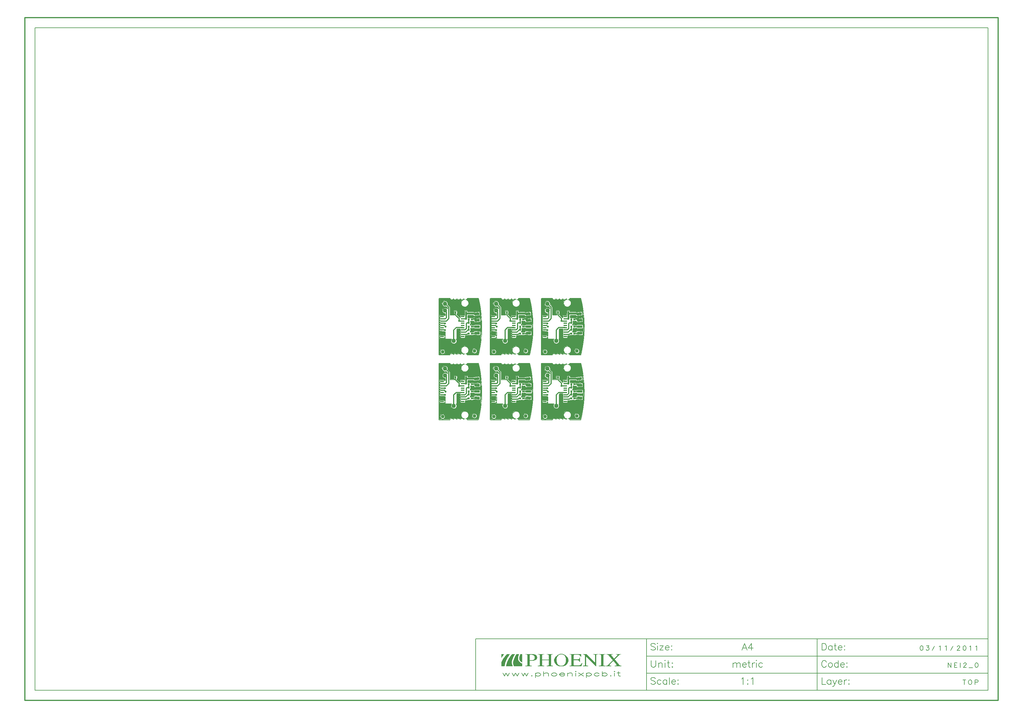
<source format=gbr>
G04 CAM350 V10.2.2 (Build 401) Date:  Thu Nov 03 10:21:45 2011 *
G04 Database: \\SRVPHOENIX\Users\Marina\Documenti\Untitled.cam *
G04 Layer 7: TOP *
%FSLAX33Y33*%
%MOMM*%
%SFA1.000B1.000*%

%MIA0B0*%
%IPPOS*%
%ADD10C,0.25400*%
%ADD11R,1.52400X0.76200*%
%ADD12C,0.02540*%
%ADD13C,0.05080*%
%ADD14C,0.10160*%
%ADD15C,0.20320*%
%ADD16C,0.40640*%
%ADD17C,0.30480*%
%ADD18C,0.50013*%
%ADD19C,0.59995*%
%ADD20R,0.54991X0.54991*%
%ADD36R,1.00000X0.37998*%
%ADD37C,1.01600*%
%ADD38C,1.27000*%
%ADD39C,0.29997*%
%ADD46C,0.12700*%
%ADD84C,0.20000*%
%ADD112C,0.30000*%
%LNTOP*%
%LPD*%
G36*
X25520Y-62644D02*
G01Y-61414D01*
X26337*
X26338Y-61416*
X26280Y-61474*
Y-61491*
X26228Y-61543*
Y-61561*
X26176Y-61613*
Y-61631*
X26123Y-61683*
Y-61700*
X26071Y-61752*
Y-61770*
X26036Y-61805*
Y-61822*
X26001Y-61857*
Y-61875*
X25949Y-61927*
Y-61944*
X25932Y-61962*
Y-61979*
X25879Y-62031*
Y-62049*
X25844Y-62084*
Y-62101*
X25827Y-62119*
Y-62136*
X25810Y-62154*
Y-62171*
X25792Y-62188*
Y-62206*
X25757Y-62241*
Y-62258*
X25722Y-62293*
Y-62310*
X25705Y-62328*
Y-62345*
X25670Y-62380*
Y-62397*
X25653Y-62415*
Y-62432*
X25635Y-62450*
Y-62467*
X25618Y-62485*
Y-62502*
X25583Y-62537*
Y-62554*
X25566Y-62572*
Y-62589*
X25548Y-62607*
Y-62644*
X25520*
G37*
G36*
X30767Y-62764D02*
G01Y-62602D01*
X30785Y-62585*
Y-62445*
X30802Y-62428*
Y-62323*
X30820Y-62306*
Y-62236*
X30837Y-62219*
Y-62166*
X30854Y-62149*
Y-62114*
X30872Y-62097*
Y-62045*
X30889Y-62027*
Y-61992*
X30907Y-61975*
Y-61940*
X30924Y-61922*
Y-61888*
X30942Y-61870*
Y-61835*
X30959Y-61818*
Y-61783*
X30976Y-61766*
Y-61731*
X30994Y-61713*
Y-61696*
X31011Y-61679*
Y-61661*
X31029Y-61643*
Y-61591*
X31046Y-61574*
Y-61539*
X31064Y-61522*
Y-61469*
X31098Y-61434*
Y-61414*
X31597*
Y-63865*
X31569*
Y-63844*
X31554Y-63829*
X31502Y-63812*
X31484Y-63794*
X31414Y-63759*
X31397Y-63742*
X31362Y-63724*
X31345Y-63707*
X31310Y-63689*
X31292Y-63672*
X31257Y-63655*
X31223Y-63620*
X31188Y-63602*
X31135Y-63550*
X31101Y-63533*
X31011Y-63443*
Y-63426*
X30959Y-63374*
Y-63356*
X30924Y-63321*
Y-63304*
X30907Y-63287*
Y-63269*
X30889Y-63252*
Y-63234*
X30872Y-63217*
Y-63199*
X30854Y-63182*
Y-63147*
X30837Y-63130*
Y-63095*
X30820Y-63077*
Y-63043*
X30802Y-63025*
Y-62955*
X30785Y-62938*
Y-62781*
X30767Y-62764*
G37*
G36*
X54088Y-64963D02*
G01Y-64861D01*
X54236Y-64856*
X54364Y-64839*
X54472Y-64811*
X54561Y-64772*
X54630Y-64721*
X54679Y-64660*
X54709Y-64587*
X54719Y-64502*
Y-61865*
X54709Y-61783*
X54679Y-61713*
X54630Y-61653*
X54561Y-61604*
X54472Y-61566*
X54364Y-61538*
X54236Y-61522*
X54088Y-61517*
Y-61415*
X56006*
Y-61517*
X55858Y-61522*
X55730Y-61538*
X55621Y-61566*
X55533Y-61604*
X55463Y-61653*
X55415Y-61713*
X55385Y-61783*
X55375Y-61865*
Y-64502*
X55385Y-64587*
X55415Y-64660*
X55463Y-64721*
X55533Y-64772*
X55621Y-64811*
X55730Y-64839*
X55858Y-64856*
X56006Y-64861*
Y-64963*
X54088*
G37*
G36*
X25520D02*
G01Y-63857D01*
X25538Y-63840*
Y-63805*
X25555Y-63788*
Y-63770*
X25573Y-63753*
Y-63735*
X25590Y-63718*
Y-63701*
X25607Y-63683*
Y-63648*
X25625Y-63631*
Y-63613*
X25642Y-63596*
Y-63578*
X25660Y-63561*
Y-63526*
X25695Y-63491*
Y-63457*
X25712Y-63439*
Y-63421*
X25730Y-63404*
Y-63387*
X25747Y-63369*
Y-63352*
X25764Y-63334*
Y-63317*
X25782Y-63300*
Y-63282*
X25799Y-63265*
Y-63247*
X25817Y-63230*
Y-63212*
X25834Y-63195*
Y-63178*
X25852Y-63160*
Y-63143*
X25869Y-63125*
Y-63108*
X25886Y-63091*
Y-63073*
X25921Y-63038*
Y-63021*
X25939Y-63003*
Y-62986*
X25956Y-62968*
Y-62951*
X25973Y-62934*
Y-62916*
X26008Y-62881*
Y-62864*
X26043Y-62829*
Y-62812*
X26061Y-62794*
Y-62777*
X26096Y-62742*
Y-62724*
X26113Y-62707*
Y-62689*
X26148Y-62655*
Y-62637*
X26200Y-62585*
Y-62568*
X26252Y-62515*
Y-62498*
X26287Y-62463*
Y-62445*
X26375Y-62358*
Y-62341*
X26462Y-62254*
Y-62236*
X26549Y-62149*
Y-62132*
X26619Y-62062*
Y-62045*
X26671Y-61992*
Y-61975*
X26758Y-61888*
Y-61870*
X26862Y-61766*
Y-61747*
X26897Y-61730*
Y-61713*
X27176Y-61434*
Y-61414*
X28041*
Y-61439*
X27989Y-61491*
Y-61508*
X27849Y-61648*
Y-61683*
X27814Y-61718*
Y-61735*
X27795Y-61755*
X27762Y-61771*
Y-61805*
X27710Y-61857*
Y-61892*
X27692Y-61909*
Y-61927*
X27657Y-61962*
Y-61979*
X27623Y-62014*
Y-62031*
X27605Y-62049*
Y-62066*
X27570Y-62101*
Y-62119*
X27536Y-62154*
Y-62171*
X27518Y-62188*
Y-62206*
X27483Y-62241*
Y-62258*
X27466Y-62275*
Y-62293*
X27431Y-62328*
Y-62345*
X27413Y-62363*
Y-62380*
X27379Y-62415*
Y-62432*
X27344Y-62467*
Y-62485*
X27326Y-62502*
Y-62520*
X27309Y-62537*
Y-62572*
X27289Y-62591*
X27257Y-62608*
Y-62624*
X27239Y-62641*
Y-62659*
X27222Y-62676*
Y-62694*
X27204Y-62711*
Y-62729*
X27187Y-62746*
Y-62764*
X27169Y-62781*
Y-62798*
X27152Y-62816*
Y-62833*
X27134Y-62851*
Y-62868*
X27117Y-62886*
Y-62903*
X27100Y-62920*
Y-62938*
X27082Y-62955*
Y-62973*
X27065Y-62990*
Y-63007*
X27047Y-63025*
Y-63043*
X27030Y-63060*
Y-63095*
X27013Y-63112*
Y-63130*
X26995Y-63147*
Y-63164*
X26978Y-63182*
Y-63217*
X26960Y-63234*
Y-63252*
X26943Y-63269*
Y-63287*
X26925Y-63304*
Y-63339*
X26908Y-63356*
Y-63374*
X26890Y-63391*
Y-63426*
X26873Y-63443*
Y-63461*
X26856Y-63478*
Y-63513*
X26838Y-63530*
Y-63548*
X26821Y-63565*
Y-63600*
X26803Y-63618*
Y-63653*
X26786Y-63670*
Y-63705*
X26768Y-63722*
Y-63740*
X26751Y-63757*
Y-63809*
X26734Y-63827*
Y-63844*
X26716Y-63862*
Y-63949*
X26699Y-63966*
Y-64002*
X26664Y-64020*
Y-64036*
X26646Y-64053*
Y-64106*
X26629Y-64123*
Y-64193*
X26611Y-64210*
Y-64280*
X26594Y-64298*
Y-64367*
X26577Y-64385*
Y-64454*
X26559Y-64472*
Y-64559*
X26542Y-64576*
Y-64646*
X26524Y-64664*
Y-64768*
X26507Y-64786*
Y-64855*
X26490Y-64873*
Y-64963*
X25520*
G37*
G36*
X28954Y-64158D02*
G01Y-63927D01*
X28972Y-63910*
Y-63753*
X28989Y-63735*
Y-63648*
X29007Y-63631*
Y-63561*
X29024Y-63544*
Y-63491*
X29042Y-63474*
Y-63421*
X29059Y-63404*
Y-63369*
X29076Y-63352*
Y-63300*
X29094Y-63282*
Y-63247*
X29111Y-63230*
Y-63195*
X29129Y-63178*
Y-63143*
X29146Y-63125*
Y-63108*
X29164Y-63091*
Y-63055*
X29181Y-63038*
Y-63003*
X29198Y-62986*
Y-62951*
X29216Y-62934*
Y-62916*
X29233Y-62899*
Y-62881*
X29251Y-62864*
Y-62829*
X29268Y-62812*
Y-62777*
X29286Y-62759*
Y-62742*
X29303Y-62724*
Y-62689*
X29320Y-62672*
Y-62637*
X29338Y-62620*
Y-62602*
X29355Y-62585*
Y-62568*
X29373Y-62550*
Y-62515*
X29390Y-62498*
Y-62463*
X29408Y-62445*
Y-62428*
X29425Y-62411*
Y-62358*
X29460Y-62323*
Y-62289*
X29477Y-62271*
Y-62254*
X29495Y-62236*
Y-62219*
X29512Y-62202*
Y-62184*
X29530Y-62166*
Y-62132*
X29547Y-62114*
Y-62097*
X29582Y-62062*
Y-62027*
X29599Y-62010*
Y-61992*
X29634Y-61957*
Y-61940*
X29652Y-61922*
Y-61905*
X29669Y-61888*
Y-61870*
X29704Y-61835*
Y-61818*
X29791Y-61731*
Y-61713*
X29809Y-61696*
Y-61679*
X29826Y-61661*
Y-61643*
X29843Y-61626*
Y-61609*
X29878Y-61574*
Y-61556*
X29896Y-61539*
Y-61522*
X29931Y-61487*
Y-61469*
X29948Y-61452*
Y-61414*
X30729*
X30730Y-61416*
X30708Y-61439*
Y-61456*
X30690Y-61474*
Y-61508*
X30673Y-61526*
Y-61543*
X30656Y-61561*
Y-61596*
X30638Y-61613*
Y-61631*
X30621Y-61648*
Y-61683*
X30603Y-61700*
Y-61718*
X30586Y-61735*
Y-61770*
X30569Y-61787*
Y-61822*
X30551Y-61840*
Y-61875*
X30534Y-61892*
Y-61927*
X30516Y-61944*
Y-61979*
X30499Y-61997*
Y-62066*
X30481Y-62084*
Y-62119*
X30464Y-62136*
Y-62206*
X30447Y-62223*
Y-62310*
X30429Y-62328*
Y-62432*
X30412Y-62450*
Y-62829*
X30429Y-62846*
Y-62916*
X30447Y-62934*
Y-63021*
X30464Y-63038*
Y-63073*
X30499Y-63108*
Y-63160*
X30516Y-63178*
Y-63212*
X30534Y-63230*
Y-63265*
X30551Y-63282*
Y-63300*
X30569Y-63317*
Y-63334*
X30586Y-63352*
Y-63369*
X30621Y-63404*
Y-63421*
X30656Y-63457*
Y-63474*
X30726Y-63544*
Y-63561*
X30743Y-63578*
Y-63596*
X30845Y-63698*
X30880Y-63716*
X30900Y-63735*
Y-63753*
X30915Y-63768*
X30950Y-63785*
X30985Y-63821*
X31020Y-63838*
X31144Y-63962*
Y-63977*
X31227Y-63994*
X31299Y-64030*
X31316Y-64047*
X31454Y-64116*
X31507Y-64134*
X31541Y-64151*
X31597Y-64170*
Y-64963*
X29181*
Y-64925*
X29164Y-64908*
Y-64890*
X29146Y-64873*
Y-64855*
X29129Y-64838*
Y-64803*
X29111Y-64786*
Y-64751*
X29094Y-64733*
Y-64716*
X29076Y-64699*
Y-64664*
X29059Y-64646*
Y-64611*
X29042Y-64594*
Y-64542*
X29024Y-64524*
Y-64489*
X29007Y-64472*
Y-64419*
X28989Y-64402*
Y-64315*
X28972Y-64298*
Y-64176*
X28954Y-64158*
G37*
G36*
X26897Y-64963D02*
G01Y-64903D01*
X26915Y-64886*
Y-64816*
X26932Y-64799*
Y-64729*
X26950Y-64712*
Y-64642*
X26967Y-64624*
Y-64572*
X26985Y-64555*
Y-64485*
X27002Y-64467*
Y-64415*
X27019Y-64398*
Y-64363*
X27037Y-64346*
Y-64311*
X27054Y-64293*
Y-64241*
X27072Y-64223*
Y-64171*
X27089Y-64154*
Y-64136*
X27107Y-64119*
Y-64067*
X27124Y-64049*
Y-64014*
X27142Y-63997*
Y-63962*
X27159Y-63944*
Y-63927*
X27176Y-63910*
Y-63875*
X27194Y-63857*
Y-63823*
X27211Y-63805*
Y-63788*
X27229Y-63770*
Y-63735*
X27246Y-63718*
Y-63683*
X27264Y-63666*
Y-63648*
X27281Y-63631*
Y-63613*
X27298Y-63596*
Y-63561*
X27316Y-63544*
Y-63526*
X27333Y-63509*
Y-63474*
X27351Y-63457*
Y-63439*
X27368Y-63421*
Y-63404*
X27385Y-63387*
Y-63369*
X27403Y-63352*
Y-63334*
X27420Y-63317*
Y-63300*
X27438Y-63282*
Y-63265*
X27455Y-63247*
Y-63230*
X27473Y-63212*
Y-63195*
X27490Y-63178*
Y-63160*
X27508Y-63143*
Y-63125*
X27525Y-63108*
Y-63091*
X27542Y-63073*
Y-63055*
X27560Y-63038*
Y-63021*
X27577Y-63003*
Y-62986*
X27595Y-62968*
Y-62951*
X27612Y-62934*
Y-62916*
X27647Y-62881*
Y-62864*
X27664Y-62846*
Y-62829*
X27699Y-62794*
Y-62777*
X27717Y-62759*
Y-62742*
X27734Y-62724*
Y-62707*
X27769Y-62672*
Y-62655*
X27786Y-62637*
Y-62620*
X27821Y-62585*
Y-62568*
X27839Y-62550*
Y-62533*
X27874Y-62498*
Y-62480*
X27908Y-62445*
Y-62428*
X27943Y-62393*
Y-62376*
X27978Y-62341*
Y-62323*
X28013Y-62289*
Y-62271*
X28048Y-62236*
Y-62219*
X28083Y-62184*
Y-62166*
X28135Y-62114*
Y-62097*
X28187Y-62045*
Y-62027*
X28240Y-61975*
Y-61957*
X28292Y-61905*
Y-61888*
X28362Y-61818*
Y-61800*
X28397Y-61766*
Y-61731*
X28416Y-61711*
X28451Y-61694*
X28501Y-61643*
Y-61626*
X28553Y-61574*
Y-61556*
X28625Y-61484*
X28658Y-61468*
Y-61452*
X28696Y-61414*
X29579*
X29580Y-61416*
X29558Y-61439*
Y-61457*
X29523Y-61475*
Y-61491*
X29453Y-61561*
Y-61578*
X29401Y-61631*
Y-61648*
X29366Y-61683*
Y-61700*
X29348Y-61718*
Y-61735*
X29314Y-61770*
Y-61787*
X29296Y-61805*
Y-61822*
X29261Y-61857*
Y-61875*
X29226Y-61909*
Y-61927*
X29209Y-61944*
Y-61962*
X29191Y-61979*
Y-61997*
X29157Y-62031*
Y-62066*
X29122Y-62101*
Y-62119*
X29104Y-62136*
Y-62154*
X29087Y-62171*
Y-62188*
X29069Y-62206*
Y-62223*
X29052Y-62241*
Y-62275*
X29035Y-62293*
Y-62310*
X29017Y-62328*
Y-62345*
X29000Y-62363*
Y-62380*
X28982Y-62397*
Y-62415*
X28965Y-62432*
Y-62467*
X28947Y-62485*
Y-62502*
X28930Y-62520*
Y-62554*
X28912Y-62572*
Y-62589*
X28895Y-62607*
Y-62641*
X28878Y-62659*
Y-62676*
X28860Y-62694*
Y-62729*
X28843Y-62746*
Y-62781*
X28825Y-62798*
Y-62833*
X28808Y-62851*
Y-62886*
X28791Y-62903*
Y-62938*
X28773Y-62955*
Y-62990*
X28756Y-63007*
Y-63043*
X28738Y-63060*
Y-63077*
X28721Y-63095*
Y-63112*
X28705Y-63127*
X28721Y-63143*
Y-63164*
X28703Y-63182*
Y-63234*
X28686Y-63252*
Y-63287*
X28668Y-63304*
Y-63339*
X28651Y-63356*
Y-63409*
X28634Y-63426*
Y-63478*
X28616Y-63496*
Y-63600*
X28599Y-63618*
Y-64136*
X28616Y-64154*
Y-64241*
X28634Y-64258*
Y-64346*
X28651Y-64363*
Y-64415*
X28668Y-64433*
Y-64467*
X28686Y-64485*
Y-64537*
X28703Y-64555*
Y-64572*
X28721Y-64590*
Y-64624*
X28738Y-64642*
Y-64677*
X28756Y-64694*
Y-64729*
X28773Y-64746*
Y-64764*
X28791Y-64781*
Y-64799*
X28808Y-64816*
Y-64834*
X28825Y-64851*
Y-64886*
X28860Y-64921*
Y-64963*
X26897*
G37*
G36*
X32598D02*
G01Y-64861D01*
X32731Y-64856*
X32846Y-64839*
X32943Y-64811*
X33023Y-64772*
X33085Y-64721*
X33129Y-64660*
X33156Y-64587*
X33165Y-64502*
Y-61865*
X33158Y-61783*
X33137Y-61712*
X33103Y-61654*
X33055Y-61608*
X32978Y-61568*
X32876Y-61540*
X32750Y-61522*
X32598Y-61517*
Y-61415*
X34329*
X34518Y-61418*
X34697Y-61430*
X34864Y-61448*
X35021Y-61474*
X35166Y-61507*
X35301Y-61548*
X35425Y-61595*
X35539Y-61651*
X35650Y-61719*
X35747Y-61795*
X35828Y-61879*
X35896Y-61971*
X35947Y-62071*
X35985Y-62178*
X36007Y-62294*
X36015Y-62417*
X36006Y-62542*
X35980Y-62660*
X35935Y-62770*
X35873Y-62873*
X35794Y-62969*
X35697Y-63056*
X35581Y-63137*
X35449Y-63210*
X35329Y-63264*
X35204Y-63310*
X35074Y-63347*
X34939Y-63376*
X34798Y-63398*
X34654Y-63412*
X34503Y-63417*
X34349Y-63414*
X33821Y-63393*
Y-64529*
X33830Y-64607*
X33857Y-64675*
X33902Y-64732*
X33966Y-64778*
X34047Y-64815*
X34147Y-64841*
X34264Y-64856*
X34400Y-64861*
Y-64963*
X32598*
G37*
G36*
X45473D02*
G01Y-64861D01*
X45606Y-64856*
X45721Y-64839*
X45818Y-64811*
X45898Y-64772*
X45960Y-64721*
X46004Y-64660*
X46031Y-64587*
X46040Y-64502*
Y-61865*
X46033Y-61783*
X46012Y-61712*
X45978Y-61654*
X45930Y-61608*
X45853Y-61568*
X45751Y-61540*
X45625Y-61522*
X45473Y-61517*
Y-61415*
X48890*
Y-62181*
X48755*
X48707Y-62075*
X48641Y-61974*
X48557Y-61882*
X48462Y-61800*
X48353Y-61732*
X48238Y-61679*
X48118Y-61646*
X47996Y-61634*
X47037*
X46957Y-61638*
X46887Y-61649*
X46829Y-61667*
X46781Y-61691*
X46744Y-61723*
X46717Y-61761*
X46701Y-61807*
X46696Y-61860*
Y-62996*
X47687*
X47854Y-62988*
X47999Y-62964*
X48121Y-62924*
X48222Y-62867*
X48300Y-62795*
X48356Y-62706*
X48390Y-62602*
X48401Y-62481*
X48536*
Y-63736*
X48401*
X48386Y-63607*
X48368Y-63550*
X48343Y-63496*
X48310Y-63447*
X48270Y-63401*
X48224Y-63360*
X48169Y-63323*
X48069Y-63276*
X47955Y-63242*
X47828Y-63223*
X47687Y-63216*
X46696*
Y-64529*
X46702Y-64600*
X46720Y-64655*
X46750Y-64696*
X46793Y-64722*
X46870Y-64738*
X47011Y-64743*
X48002*
X48186Y-64731*
X48274Y-64715*
X48361Y-64692*
X48443Y-64664*
X48524Y-64629*
X48678Y-64540*
X48805Y-64437*
X48909Y-64322*
X48991Y-64196*
X49051Y-64057*
X49238*
X48948Y-64963*
X45473*
G37*
G36*
X40963Y-63189D02*
G01X40976Y-63034D01*
X41015Y-62876*
X41076Y-62717*
X41160Y-62557*
X41262Y-62400*
X41382Y-62247*
X41516Y-62099*
X41665Y-61959*
X41823Y-61830*
X41991Y-61711*
X42164Y-61605*
X42344Y-61514*
X42525Y-61441*
X42708Y-61386*
X42889Y-61352*
X43067Y-61340*
X43248Y-61352*
X43432Y-61386*
X43617Y-61440*
X43801Y-61513*
X43980Y-61604*
X44155Y-61709*
X44322Y-61827*
X44481Y-61957*
X44627Y-62097*
X44762Y-62244*
X44880Y-62398*
X44982Y-62554*
X45064Y-62714*
X45126Y-62875*
X45164Y-63033*
X45178Y-63189*
X45168Y-63381*
X45142Y-63564*
X45098Y-63740*
X45036Y-63907*
X44956Y-64067*
X44859Y-64218*
X44744Y-64362*
X44611Y-64497*
X44458Y-64624*
X44295Y-64734*
X44121Y-64827*
X43937Y-64903*
X43743Y-64962*
X43538Y-65004*
X43323Y-65029*
X43099Y-65038*
X42866Y-65029*
X42644Y-65004*
X42433Y-64962*
X42234Y-64903*
X42044Y-64827*
X41866Y-64734*
X41698Y-64624*
X41542Y-64497*
X41406Y-64362*
X41289Y-64218*
X41189Y-64067*
X41108Y-63907*
X41044Y-63740*
X40999Y-63564*
X40972Y-63381*
X40963Y-63189*
G37*
G36*
X36233Y-64963D02*
G01Y-64861D01*
X36366Y-64856*
X36481Y-64839*
X36578Y-64811*
X36658Y-64772*
X36720Y-64721*
X36764Y-64660*
X36790Y-64587*
X36799Y-64502*
Y-61865*
X36790Y-61783*
X36764Y-61713*
X36720Y-61653*
X36658Y-61604*
X36578Y-61566*
X36481Y-61538*
X36366Y-61522*
X36233Y-61517*
Y-61415*
X38022*
Y-61517*
X37889Y-61522*
X37774Y-61538*
X37676Y-61566*
X37597Y-61604*
X37535Y-61653*
X37491Y-61713*
X37464Y-61783*
X37456Y-61865*
Y-63039*
X39405*
Y-61865*
X39396Y-61783*
X39370Y-61713*
X39325Y-61653*
X39264Y-61604*
X39184Y-61566*
X39087Y-61538*
X38972Y-61522*
X38839Y-61517*
Y-61415*
X40628*
Y-61517*
X40495Y-61522*
X40380Y-61538*
X40282Y-61566*
X40203Y-61604*
X40141Y-61653*
X40097Y-61713*
X40070Y-61783*
X40062Y-61865*
Y-64502*
X40070Y-64587*
X40097Y-64660*
X40141Y-64721*
X40203Y-64772*
X40282Y-64811*
X40380Y-64839*
X40495Y-64856*
X40628Y-64861*
Y-64963*
X38839*
Y-64861*
X38972Y-64856*
X39087Y-64839*
X39184Y-64811*
X39264Y-64772*
X39325Y-64721*
X39370Y-64660*
X39396Y-64587*
X39405Y-64502*
Y-63259*
X37456*
Y-64502*
X37464Y-64587*
X37491Y-64660*
X37535Y-64721*
X37597Y-64772*
X37676Y-64811*
X37774Y-64839*
X37889Y-64856*
X38022Y-64861*
Y-64963*
X36233*
G37*
G36*
X56193Y-64861D02*
G01X56278Y-64856D01*
X56364Y-64839*
X56450Y-64810*
X56537Y-64770*
X56624Y-64719*
X56712Y-64656*
X56799Y-64582*
X56888Y-64497*
X58132Y-63215*
X57151Y-62016*
X57047Y-61899*
X56941Y-61798*
X56833Y-61712*
X56725Y-61641*
X56613Y-61587*
X56501Y-61548*
X56386Y-61525*
X56270Y-61517*
Y-61415*
X58207*
Y-61517*
X57993Y-61527*
X57910Y-61539*
X57842Y-61556*
X57789Y-61578*
X57751Y-61604*
X57730Y-61636*
X57724Y-61672*
X57750Y-61752*
X57811Y-61874*
X57937Y-62079*
X58548Y-62798*
X59422Y-61902*
X59473Y-61845*
X59508Y-61789*
X59527Y-61735*
X59532Y-61683*
X59522Y-61644*
X59499Y-61610*
X59462Y-61582*
X59413Y-61558*
X59350Y-61541*
X59274Y-61527*
X59082Y-61517*
Y-61415*
X60607*
Y-61517*
X60494Y-61522*
X60384Y-61540*
X60277Y-61570*
X60173Y-61611*
X60071Y-61664*
X59972Y-61728*
X59876Y-61805*
X59783Y-61892*
X58702Y-62991*
X59918Y-64433*
X60008Y-64534*
X60099Y-64620*
X60190Y-64694*
X60283Y-64754*
X60375Y-64802*
X60469Y-64835*
X60563Y-64855*
X60658Y-64861*
Y-64963*
X58747*
Y-64861*
X58964Y-64852*
X59049Y-64840*
X59119Y-64823*
X59173Y-64801*
X59211Y-64774*
X59235Y-64743*
X59243Y-64706*
X59234Y-64640*
X59207Y-64567*
X59162Y-64490*
X59100Y-64407*
X58304Y-63425*
X57364Y-64395*
X57297Y-64471*
X57248Y-64539*
X57219Y-64598*
X57210Y-64647*
X57218Y-64698*
X57241Y-64741*
X57279Y-64778*
X57332Y-64808*
X57398Y-64832*
X57479Y-64848*
X57575Y-64858*
X57686Y-64861*
Y-64963*
X56193*
Y-64861*
G37*
G36*
X49405Y-64963D02*
G01Y-64861D01*
X49551Y-64855*
X49678Y-64838*
X49784Y-64808*
X49873Y-64766*
X49940Y-64713*
X49990Y-64647*
X50019Y-64570*
X50029Y-64481*
Y-61817*
X49898Y-61685*
X49830Y-61624*
X49742Y-61577*
X49643Y-61543*
X49530Y-61523*
X49405Y-61517*
Y-61415*
X50512*
X52982Y-63993*
Y-61849*
X52972Y-61771*
X52943Y-61704*
X52894Y-61647*
X52826Y-61600*
X52738Y-61564*
X52631Y-61537*
X52504Y-61522*
X52358Y-61517*
Y-61415*
X53890*
Y-61517*
X53743Y-61522*
X53616Y-61539*
X53509Y-61567*
X53421Y-61607*
X53352Y-61657*
X53304Y-61719*
X53275Y-61792*
X53265Y-61876*
Y-65038*
X53177Y-65036*
X50312Y-62090*
Y-64529*
X50322Y-64607*
X50351Y-64675*
X50399Y-64732*
X50468Y-64778*
X50555Y-64815*
X50663Y-64841*
X50790Y-64856*
X50936Y-64861*
Y-64963*
X49405*
G37*
%LPC*%
G36*
X34130Y-63210D02*
G01X34310Y-63216D01*
X34537Y-63203*
X34639Y-63188*
X34735Y-63166*
X34821Y-63138*
X34901Y-63104*
X34973Y-63063*
X35038Y-63016*
X35095Y-62964*
X35144Y-62904*
X35186Y-62839*
X35220Y-62767*
X35247Y-62689*
X35266Y-62605*
X35278Y-62515*
X35282Y-62417*
X35276Y-62320*
X35262Y-62229*
X35238Y-62144*
X35206Y-62065*
X35163Y-61994*
X35112Y-61928*
X35051Y-61868*
X34980Y-61814*
X34900Y-61767*
X34811Y-61727*
X34711Y-61692*
X34604Y-61663*
X34486Y-61642*
X34359Y-61626*
X34223Y-61616*
X34078Y-61613*
X33956Y-61620*
X33914Y-61629*
X33885Y-61640*
X33857Y-61669*
X33837Y-61711*
X33825Y-61768*
X33821Y-61838*
Y-63189*
X34130Y-63210*
G37*
G36*
X41702Y-63374D02*
G01X41718Y-63540D01*
X41745Y-63699*
X41783Y-63848*
X41832Y-63991*
X41892Y-64125*
X41962Y-64251*
X42044Y-64368*
X42138Y-64481*
X42240Y-64577*
X42351Y-64660*
X42470Y-64726*
X42597Y-64779*
X42732Y-64816*
X42876Y-64838*
X43028Y-64845*
X43197Y-64837*
X43357Y-64813*
X43506Y-64773*
X43646Y-64715*
X43776Y-64642*
X43897Y-64553*
X44008Y-64447*
X44109Y-64325*
X44187Y-64208*
X44255Y-64084*
X44313Y-63954*
X44360Y-63816*
X44396Y-63672*
X44423Y-63522*
X44438Y-63364*
X44444Y-63200*
X44439Y-63029*
X44425Y-62865*
X44401Y-62709*
X44368Y-62561*
X44325Y-62421*
X44273Y-62288*
X44212Y-62164*
X44142Y-62047*
X44048Y-61927*
X43945Y-61822*
X43832Y-61734*
X43710Y-61661*
X43578Y-61605*
X43436Y-61565*
X43285Y-61541*
X43125Y-61533*
X42944Y-61541*
X42776Y-61563*
X42619Y-61602*
X42475Y-61655*
X42343Y-61724*
X42222Y-61808*
X42114Y-61907*
X42018Y-62020*
X41942Y-62133*
X41877Y-62255*
X41822Y-62388*
X41777Y-62530*
X41741Y-62682*
X41716Y-62845*
X41701Y-63017*
X41697Y-63200*
X41702Y-63374*
G37*
%LPD*%
G54D10*
X19022Y13329D03*
X18858Y11418D03*
X34022Y13329D03*
X33858Y11418D03*
X49021Y13329D03*
X48858Y11418D03*
X49021Y32329D03*
X48858Y30418D03*
X34022Y32329D03*
X33858Y30418D03*
X19022Y32329D03*
X18858Y30418D03*
G54D11*
X18450Y15500D03*
X33450D03*
X48450D03*
Y34500D03*
X33450D03*
X18450D03*
G54D19*
X10550Y8500D03*
X16600Y11500D03*
X9000Y14500D03*
X16600Y12500D03*
X9000Y16450D03*
X9200Y15450D03*
X13150Y17150D03*
X15200Y17800D03*
X11450Y20400D03*
X18200Y21850D03*
X25550Y8500D03*
X31600Y11500D03*
X24000Y14500D03*
X31600Y12500D03*
X24000Y16450D03*
X24200Y15450D03*
X28150Y17150D03*
X30200Y17800D03*
X26450Y20400D03*
X33200Y21850D03*
X40550Y8500D03*
X46600Y11500D03*
X39000Y14500D03*
X46600Y12500D03*
X39000Y16450D03*
X39200Y15450D03*
X43150Y17150D03*
X45200Y17800D03*
X41450Y20400D03*
X48200Y21850D03*
X40550Y27500D03*
X46600Y30500D03*
X39000Y33500D03*
X46600Y31500D03*
X39000Y35450D03*
X39200Y34450D03*
X43150Y36150D03*
X45200Y36800D03*
X41450Y39400D03*
X48200Y40850D03*
X25550Y27500D03*
X31600Y30500D03*
X24000Y33500D03*
X31600Y31500D03*
X24000Y35450D03*
X24200Y34450D03*
X28150Y36150D03*
X30200Y36800D03*
X26450Y39400D03*
X33200Y40850D03*
X10550Y27500D03*
X16600Y30500D03*
X9000Y33500D03*
X16600Y31500D03*
X9000Y35450D03*
X9200Y34450D03*
X13150Y36150D03*
X15200Y36800D03*
X11450Y39400D03*
X18200Y40850D03*
G54D36*
X8200Y18420D03*
Y17770D03*
Y17120D03*
Y16470D03*
Y15820D03*
Y15170D03*
Y14520D03*
Y13870D03*
Y13220D03*
Y12570D03*
X14200D03*
Y13220D03*
Y13870D03*
Y14520D03*
Y15170D03*
Y15820D03*
Y16470D03*
Y17120D03*
Y17770D03*
Y18420D03*
X23200D03*
Y17770D03*
Y17120D03*
Y16470D03*
Y15820D03*
Y15170D03*
Y14520D03*
Y13870D03*
Y13220D03*
Y12570D03*
X29200D03*
Y13220D03*
Y13870D03*
Y14520D03*
Y15170D03*
Y15820D03*
Y16470D03*
Y17120D03*
Y17770D03*
Y18420D03*
X38200D03*
Y17770D03*
Y17120D03*
Y16470D03*
Y15820D03*
Y15170D03*
Y14520D03*
Y13870D03*
Y13220D03*
Y12570D03*
X44200D03*
Y13220D03*
Y13870D03*
Y14520D03*
Y15170D03*
Y15820D03*
Y16470D03*
Y17120D03*
Y17770D03*
Y18420D03*
X38200Y37420D03*
Y36770D03*
Y36120D03*
Y35470D03*
Y34820D03*
Y34170D03*
Y33520D03*
Y32870D03*
Y32220D03*
Y31570D03*
X44200D03*
Y32220D03*
Y32870D03*
Y33520D03*
Y34170D03*
Y34820D03*
Y35470D03*
Y36120D03*
Y36770D03*
Y37420D03*
X23200D03*
Y36770D03*
Y36120D03*
Y35470D03*
Y34820D03*
Y34170D03*
Y33520D03*
Y32870D03*
Y32220D03*
Y31570D03*
X29200D03*
Y32220D03*
Y32870D03*
Y33520D03*
Y34170D03*
Y34820D03*
Y35470D03*
Y36120D03*
Y36770D03*
Y37420D03*
X8200D03*
Y36770D03*
Y36120D03*
Y35470D03*
Y34820D03*
Y34170D03*
Y33520D03*
Y32870D03*
Y32220D03*
Y31570D03*
X14200D03*
Y32220D03*
Y32870D03*
Y33520D03*
Y34170D03*
Y34820D03*
Y35470D03*
Y36120D03*
Y36770D03*
Y37420D03*
G54D37*
X17650Y8350D03*
X8300Y8150D03*
X32650Y8350D03*
X23300Y8150D03*
X47650Y8350D03*
X38300Y8150D03*
X47650Y27350D03*
X38300Y27150D03*
X32650Y27350D03*
X23300Y27150D03*
X17650Y27350D03*
X8300Y27150D03*
G54D20*
X15200Y19650D03*
X14300D03*
X12100D03*
X13000D03*
X16000Y16600D03*
X16900D03*
X16000Y14550D03*
X16900D03*
X16000Y17600D03*
X16900D03*
X16000Y15500D03*
X16900D03*
X16000Y13450D03*
X16900D03*
X30200Y19650D03*
X29300D03*
X27100D03*
X28000D03*
X31000Y16600D03*
X31900D03*
X31000Y14550D03*
X31900D03*
X31000Y17600D03*
X31900D03*
X31000Y15500D03*
X31900D03*
X31000Y13450D03*
X31900D03*
X45200Y19650D03*
X44300D03*
X42100D03*
X43000D03*
X46000Y16600D03*
X46900D03*
X46000Y14550D03*
X46900D03*
X46000Y17600D03*
X46900D03*
X46000Y15500D03*
X46900D03*
X46000Y13450D03*
X46900D03*
X45200Y38650D03*
X44300D03*
X42100D03*
X43000D03*
X46000Y35600D03*
X46900D03*
X46000Y33550D03*
X46900D03*
X46000Y36600D03*
X46900D03*
X46000Y34500D03*
X46900D03*
X46000Y32450D03*
X46900D03*
X30200Y38650D03*
X29300D03*
X27100D03*
X28000D03*
X31000Y35600D03*
X31900D03*
X31000Y33550D03*
X31900D03*
X31000Y36600D03*
X31900D03*
X31000Y34500D03*
X31900D03*
X31000Y32450D03*
X31900D03*
X15200Y38650D03*
X14300D03*
X12100D03*
X13000D03*
X16000Y35600D03*
X16900D03*
X16000Y33550D03*
X16900D03*
X16000Y36600D03*
X16900D03*
X16000Y34500D03*
X16900D03*
X16000Y32450D03*
X16900D03*
G54D38*
X9008Y22174D03*
X9040Y20188D03*
X11600Y11300D03*
X24008Y22174D03*
X24040Y20188D03*
X26600Y11300D03*
X39008Y22174D03*
X39040Y20188D03*
X41600Y11300D03*
X39008Y41174D03*
X39040Y39188D03*
X41600Y30300D03*
X24008Y41174D03*
X24040Y39188D03*
X26600Y30300D03*
X9008Y41174D03*
X9040Y39188D03*
X11600Y30300D03*
G54D10*
X17648Y18944D02*
G01X18911Y19077D01*
X18858Y19582*
X17595Y19449*
X17648Y18944*
X17636Y19056D02*
G01X18713D01*
X17610Y19310D02*
G01X18886D01*
X18687Y19564D02*
G01X18860D01*
X17756Y18955D02*
G01Y19466D01*
X18010Y18982D02*
G01Y19493D01*
X18264Y19009D02*
G01Y19520D01*
X18518Y19036D02*
G01Y19546D01*
X18772Y19062D02*
G01Y19573D01*
X17780Y17097D02*
G01X19048Y17164D01*
X19022Y17671*
X17753Y17604*
X17780Y17097*
X17770Y17278D02*
G01X19042D01*
X17757Y17532D02*
G01X19029D01*
X17756Y17552D02*
G01Y17605D01*
X18010Y17109D02*
G01Y17618D01*
X18264Y17123D02*
G01Y17631D01*
X18518Y17136D02*
G01Y17645D01*
X18772Y17149D02*
G01Y17658D01*
X19026Y17163D02*
G01Y17585D01*
X17753Y13395D02*
G01X19022Y13329D01*
X19048Y13836*
X17780Y13903*
X17753Y13395*
X17763Y13583D02*
G01X19035D01*
X17776Y13837D02*
G01X19035D01*
X17756Y13395D02*
G01Y13448D01*
X18010Y13382D02*
G01Y13891D01*
X18264Y13369D02*
G01Y13877D01*
X18518Y13355D02*
G01Y13864D01*
X18772Y13342D02*
G01Y13851D01*
X19026Y13415D02*
G01Y13837D01*
X17595Y11551D02*
G01X18858Y11418D01*
X18911Y11923*
X17648Y12056*
X17595Y11551*
X17608Y11672D02*
G01X18885D01*
X17634Y11926D02*
G01X18884D01*
X17756Y11534D02*
G01Y12045D01*
X18010Y11507D02*
G01Y12018D01*
X18264Y11480D02*
G01Y11991D01*
X18518Y11454D02*
G01Y11964D01*
X18772Y11427D02*
G01Y11938D01*
X32648Y18944D02*
G01X33911Y19077D01*
X33858Y19582*
X32595Y19449*
X32648Y18944*
X32636Y19056D02*
G01X33713D01*
X32610Y19310D02*
G01X33886D01*
X33686Y19564D02*
G01X33860D01*
X32756Y18955D02*
G01Y19466D01*
X33010Y18982D02*
G01Y19493D01*
X33264Y19009D02*
G01Y19520D01*
X33518Y19036D02*
G01Y19546D01*
X33772Y19062D02*
G01Y19573D01*
X32780Y17097D02*
G01X34048Y17164D01*
X34022Y17671*
X32753Y17604*
X32780Y17097*
X32770Y17278D02*
G01X34042D01*
X32757Y17532D02*
G01X34029D01*
X32756Y17552D02*
G01Y17605D01*
X33010Y17109D02*
G01Y17618D01*
X33264Y17123D02*
G01Y17631D01*
X33518Y17136D02*
G01Y17645D01*
X33772Y17149D02*
G01Y17658D01*
X34026Y17163D02*
G01Y17585D01*
X32753Y13395D02*
G01X34022Y13329D01*
X34048Y13836*
X32780Y13903*
X32753Y13395*
X32763Y13583D02*
G01X34035D01*
X32776Y13837D02*
G01X34035D01*
X32756Y13395D02*
G01Y13448D01*
X33010Y13382D02*
G01Y13891D01*
X33264Y13369D02*
G01Y13877D01*
X33518Y13355D02*
G01Y13864D01*
X33772Y13342D02*
G01Y13851D01*
X34026Y13415D02*
G01Y13837D01*
X32595Y11551D02*
G01X33858Y11418D01*
X33911Y11923*
X32648Y12056*
X32595Y11551*
X32608Y11672D02*
G01X33885D01*
X32634Y11926D02*
G01X33884D01*
X32756Y11534D02*
G01Y12045D01*
X33010Y11507D02*
G01Y12018D01*
X33264Y11480D02*
G01Y11991D01*
X33518Y11454D02*
G01Y11964D01*
X33772Y11427D02*
G01Y11938D01*
X47648Y18944D02*
G01X48911Y19077D01*
X48858Y19582*
X47595Y19449*
X47648Y18944*
X47636Y19056D02*
G01X48713D01*
X47610Y19310D02*
G01X48886D01*
X48686Y19564D02*
G01X48860D01*
X47756Y18955D02*
G01Y19466D01*
X48010Y18982D02*
G01Y19493D01*
X48264Y19009D02*
G01Y19520D01*
X48518Y19036D02*
G01Y19546D01*
X48772Y19062D02*
G01Y19573D01*
X47780Y17097D02*
G01X49048Y17164D01*
X49021Y17671*
X47753Y17604*
X47780Y17097*
X47770Y17278D02*
G01X49042D01*
X47757Y17532D02*
G01X49029D01*
X47756Y17552D02*
G01Y17605D01*
X48010Y17109D02*
G01Y17618D01*
X48264Y17123D02*
G01Y17631D01*
X48518Y17136D02*
G01Y17645D01*
X48772Y17149D02*
G01Y17658D01*
X49026Y17163D02*
G01Y17585D01*
X47753Y13395D02*
G01X49021Y13329D01*
X49048Y13836*
X47780Y13903*
X47753Y13395*
X47763Y13583D02*
G01X49035D01*
X47776Y13837D02*
G01X49035D01*
X47756Y13395D02*
G01Y13448D01*
X48010Y13382D02*
G01Y13891D01*
X48264Y13369D02*
G01Y13877D01*
X48518Y13355D02*
G01Y13864D01*
X48772Y13342D02*
G01Y13851D01*
X49026Y13415D02*
G01Y13837D01*
X47595Y11551D02*
G01X48858Y11418D01*
X48911Y11923*
X47648Y12056*
X47595Y11551*
X47607Y11672D02*
G01X48885D01*
X47634Y11926D02*
G01X48884D01*
X47756Y11534D02*
G01Y12045D01*
X48010Y11507D02*
G01Y12018D01*
X48264Y11480D02*
G01Y11991D01*
X48518Y11454D02*
G01Y11964D01*
X48772Y11427D02*
G01Y11938D01*
X47648Y37944D02*
G01X48911Y38077D01*
X48858Y38582*
X47595Y38449*
X47648Y37944*
X47636Y38056D02*
G01X48713D01*
X47610Y38310D02*
G01X48886D01*
X48686Y38564D02*
G01X48860D01*
X47756Y37955D02*
G01Y38466D01*
X48010Y37982D02*
G01Y38493D01*
X48264Y38009D02*
G01Y38520D01*
X48518Y38035D02*
G01Y38546D01*
X48772Y38062D02*
G01Y38573D01*
X47780Y36097D02*
G01X49048Y36164D01*
X49021Y36671*
X47753Y36604*
X47780Y36097*
X47770Y36278D02*
G01X49042D01*
X47757Y36532D02*
G01X49029D01*
X47756Y36552D02*
G01Y36605D01*
X48010Y36109D02*
G01Y36618D01*
X48264Y36123D02*
G01Y36631D01*
X48518Y36136D02*
G01Y36645D01*
X48772Y36149D02*
G01Y36658D01*
X49026Y36162D02*
G01Y36585D01*
X47753Y32395D02*
G01X49021Y32329D01*
X49048Y32836*
X47780Y32903*
X47753Y32395*
X47763Y32583D02*
G01X49035D01*
X47776Y32837D02*
G01X49035D01*
X47756Y32395D02*
G01Y32448D01*
X48010Y32382D02*
G01Y32891D01*
X48264Y32369D02*
G01Y32877D01*
X48518Y32355D02*
G01Y32864D01*
X48772Y32342D02*
G01Y32851D01*
X49026Y32415D02*
G01Y32837D01*
X47595Y30551D02*
G01X48858Y30418D01*
X48911Y30923*
X47648Y31056*
X47595Y30551*
X47607Y30672D02*
G01X48885D01*
X47634Y30926D02*
G01X48884D01*
X47756Y30534D02*
G01Y31045D01*
X48010Y30507D02*
G01Y31018D01*
X48264Y30480D02*
G01Y30991D01*
X48518Y30454D02*
G01Y30964D01*
X48772Y30427D02*
G01Y30938D01*
X32648Y37944D02*
G01X33911Y38077D01*
X33858Y38582*
X32595Y38449*
X32648Y37944*
X32636Y38056D02*
G01X33713D01*
X32610Y38310D02*
G01X33886D01*
X33686Y38564D02*
G01X33860D01*
X32756Y37955D02*
G01Y38466D01*
X33010Y37982D02*
G01Y38493D01*
X33264Y38009D02*
G01Y38520D01*
X33518Y38035D02*
G01Y38546D01*
X33772Y38062D02*
G01Y38573D01*
X32780Y36097D02*
G01X34048Y36164D01*
X34022Y36671*
X32753Y36604*
X32780Y36097*
X32770Y36278D02*
G01X34042D01*
X32757Y36532D02*
G01X34029D01*
X32756Y36552D02*
G01Y36605D01*
X33010Y36109D02*
G01Y36618D01*
X33264Y36123D02*
G01Y36631D01*
X33518Y36136D02*
G01Y36645D01*
X33772Y36149D02*
G01Y36658D01*
X34026Y36162D02*
G01Y36585D01*
X32753Y32395D02*
G01X34022Y32329D01*
X34048Y32836*
X32780Y32903*
X32753Y32395*
X32763Y32583D02*
G01X34035D01*
X32776Y32837D02*
G01X34035D01*
X32756Y32395D02*
G01Y32448D01*
X33010Y32382D02*
G01Y32891D01*
X33264Y32369D02*
G01Y32877D01*
X33518Y32355D02*
G01Y32864D01*
X33772Y32342D02*
G01Y32851D01*
X34026Y32415D02*
G01Y32837D01*
X32595Y30551D02*
G01X33858Y30418D01*
X33911Y30923*
X32648Y31056*
X32595Y30551*
X32608Y30672D02*
G01X33885D01*
X32634Y30926D02*
G01X33884D01*
X32756Y30534D02*
G01Y31045D01*
X33010Y30507D02*
G01Y31018D01*
X33264Y30480D02*
G01Y30991D01*
X33518Y30454D02*
G01Y30964D01*
X33772Y30427D02*
G01Y30938D01*
X17648Y37944D02*
G01X18911Y38077D01*
X18858Y38582*
X17595Y38449*
X17648Y37944*
X17636Y38056D02*
G01X18713D01*
X17610Y38310D02*
G01X18886D01*
X18687Y38564D02*
G01X18860D01*
X17756Y37955D02*
G01Y38466D01*
X18010Y37982D02*
G01Y38493D01*
X18264Y38009D02*
G01Y38520D01*
X18518Y38035D02*
G01Y38546D01*
X18772Y38062D02*
G01Y38573D01*
X17780Y36097D02*
G01X19048Y36164D01*
X19022Y36671*
X17753Y36604*
X17780Y36097*
X17770Y36278D02*
G01X19042D01*
X17757Y36532D02*
G01X19029D01*
X17756Y36552D02*
G01Y36605D01*
X18010Y36109D02*
G01Y36618D01*
X18264Y36123D02*
G01Y36631D01*
X18518Y36136D02*
G01Y36645D01*
X18772Y36149D02*
G01Y36658D01*
X19026Y36162D02*
G01Y36585D01*
X17753Y32395D02*
G01X19022Y32329D01*
X19048Y32836*
X17780Y32903*
X17753Y32395*
X17763Y32583D02*
G01X19035D01*
X17776Y32837D02*
G01X19035D01*
X17756Y32395D02*
G01Y32448D01*
X18010Y32382D02*
G01Y32891D01*
X18264Y32369D02*
G01Y32877D01*
X18518Y32355D02*
G01Y32864D01*
X18772Y32342D02*
G01Y32851D01*
X19026Y32415D02*
G01Y32837D01*
X17595Y30551D02*
G01X18858Y30418D01*
X18911Y30923*
X17648Y31056*
X17595Y30551*
X17608Y30672D02*
G01X18885D01*
X17634Y30926D02*
G01X18884D01*
X17756Y30534D02*
G01Y31045D01*
X18010Y30507D02*
G01Y31018D01*
X18264Y30480D02*
G01Y30991D01*
X18518Y30454D02*
G01Y30964D01*
X18772Y30427D02*
G01Y30938D01*
G54D17*
X11600Y11300D02*
G01Y14500D01*
X12300Y15200*
X14170*
X14200Y15170*
X8200Y14520D02*
G01X8980D01*
X9000Y14500*
X14200Y14520D02*
G01X14850D01*
X15250Y14920*
Y16400*
X15450Y16600*
X16000*
X14200Y13870D02*
G01X15100D01*
X15780Y14550*
X16000*
X14200Y13220D02*
G01X15450D01*
X15680Y13450*
X16000*
X16900D02*
G01X18401D01*
Y13616*
X8200Y15820D02*
G01X8830D01*
X9200Y15450*
X8200Y16470D02*
G01X8980D01*
X9000Y16450*
X8200Y17120D02*
G01X9400D01*
X10100Y17820*
Y21150*
X16000Y15500D02*
G01Y14550D01*
X16900Y15500D02*
G01X18450D01*
X8200Y17770D02*
G01X9100D01*
X9400Y18070*
Y19500*
X13150Y17150D02*
G01X13180Y17120D01*
X14200*
X13000Y19650D02*
G01X14300D01*
X12100D02*
G01Y18900D01*
X13150Y17850*
Y17150*
X16000Y17600D02*
G01Y16600D01*
X14200Y17770D02*
G01X15170D01*
X15200Y17800*
X16900Y17600D02*
G01X16950Y17650D01*
X18149*
X18212Y17588*
Y17585*
X18401Y17384*
X9040Y20188D02*
G01X9400Y19828D01*
Y19500*
X9008Y22174D02*
G01X9076D01*
X10100Y21150*
X26600Y11300D02*
G01Y14500D01*
X27300Y15200*
X29170*
X29200Y15170*
X23200Y14520D02*
G01X23980D01*
X24000Y14500*
X29200Y14520D02*
G01X29850D01*
X30250Y14920*
Y16400*
X30450Y16600*
X31000*
X29200Y13870D02*
G01X30100D01*
X30780Y14550*
X31000*
X29200Y13220D02*
G01X30450D01*
X30680Y13450*
X31000*
X31900D02*
G01X33401D01*
Y13616*
X23200Y15820D02*
G01X23830D01*
X24200Y15450*
X23200Y16470D02*
G01X23980D01*
X24000Y16450*
X23200Y17120D02*
G01X24400D01*
X25100Y17820*
Y21150*
X31000Y15500D02*
G01Y14550D01*
X31900Y15500D02*
G01X33450D01*
X23200Y17770D02*
G01X24100D01*
X24400Y18070*
Y19500*
X28150Y17150D02*
G01X28180Y17120D01*
X29200*
X28000Y19650D02*
G01X29300D01*
X27100D02*
G01Y18900D01*
X28150Y17850*
Y17150*
X31000Y17600D02*
G01Y16600D01*
X29200Y17770D02*
G01X30170D01*
X30200Y17800*
X31900Y17600D02*
G01X31950Y17650D01*
X33149*
X33212Y17588*
Y17585*
X33401Y17384*
X24040Y20188D02*
G01X24400Y19828D01*
Y19500*
X24008Y22174D02*
G01X24076D01*
X25100Y21150*
X41600Y11300D02*
G01Y14500D01*
X42300Y15200*
X44170*
X44200Y15170*
X38200Y14520D02*
G01X38980D01*
X39000Y14500*
X44200Y14520D02*
G01X44850D01*
X45250Y14920*
Y16400*
X45450Y16600*
X46000*
X44200Y13870D02*
G01X45100D01*
X45780Y14550*
X46000*
X44200Y13220D02*
G01X45450D01*
X45680Y13450*
X46000*
X46900D02*
G01X48401D01*
Y13616*
X38200Y15820D02*
G01X38830D01*
X39200Y15450*
X38200Y16470D02*
G01X38980D01*
X39000Y16450*
X38200Y17120D02*
G01X39400D01*
X40100Y17820*
Y21150*
X46000Y15500D02*
G01Y14550D01*
X46900Y15500D02*
G01X48450D01*
X38200Y17770D02*
G01X39100D01*
X39400Y18070*
Y19500*
X43150Y17150D02*
G01X43180Y17120D01*
X44200*
X43000Y19650D02*
G01X44300D01*
X42100D02*
G01Y18900D01*
X43150Y17850*
Y17150*
X46000Y17600D02*
G01Y16600D01*
X44200Y17770D02*
G01X45170D01*
X45200Y17800*
X46900Y17600D02*
G01X46950Y17650D01*
X48149*
X48211Y17588*
Y17585*
X48401Y17384*
X39040Y20188D02*
G01X39400Y19828D01*
Y19500*
X39008Y22174D02*
G01X39076D01*
X40100Y21150*
X41600Y30300D02*
G01Y33500D01*
X42300Y34200*
X44170*
X44200Y34170*
X38200Y33520D02*
G01X38980D01*
X39000Y33500*
X44200Y33520D02*
G01X44850D01*
X45250Y33920*
Y35400*
X45450Y35600*
X46000*
X44200Y32870D02*
G01X45100D01*
X45780Y33550*
X46000*
X44200Y32220D02*
G01X45450D01*
X45680Y32450*
X46000*
X46900D02*
G01X48401D01*
Y32616*
X38200Y34820D02*
G01X38830D01*
X39200Y34450*
X38200Y35470D02*
G01X38980D01*
X39000Y35450*
X38200Y36120D02*
G01X39400D01*
X40100Y36820*
Y40150*
X46000Y34500D02*
G01Y33550D01*
X46900Y34500D02*
G01X48450D01*
X38200Y36770D02*
G01X39100D01*
X39400Y37070*
Y38500*
X43150Y36150D02*
G01X43180Y36120D01*
X44200*
X43000Y38650D02*
G01X44300D01*
X42100D02*
G01Y37900D01*
X43150Y36850*
Y36150*
X46000Y36600D02*
G01Y35600D01*
X44200Y36770D02*
G01X45170D01*
X45200Y36800*
X46900Y36600D02*
G01X46950Y36650D01*
X48149*
X48211Y36588*
Y36585*
X48401Y36384*
X39040Y39188D02*
G01X39400Y38828D01*
Y38500*
X39008Y41174D02*
G01X39076D01*
X40100Y40150*
X26600Y30300D02*
G01Y33500D01*
X27300Y34200*
X29170*
X29200Y34170*
X23200Y33520D02*
G01X23980D01*
X24000Y33500*
X29200Y33520D02*
G01X29850D01*
X30250Y33920*
Y35400*
X30450Y35600*
X31000*
X29200Y32870D02*
G01X30100D01*
X30780Y33550*
X31000*
X29200Y32220D02*
G01X30450D01*
X30680Y32450*
X31000*
X31900D02*
G01X33401D01*
Y32616*
X23200Y34820D02*
G01X23830D01*
X24200Y34450*
X23200Y35470D02*
G01X23980D01*
X24000Y35450*
X23200Y36120D02*
G01X24400D01*
X25100Y36820*
Y40150*
X31000Y34500D02*
G01Y33550D01*
X31900Y34500D02*
G01X33450D01*
X23200Y36770D02*
G01X24100D01*
X24400Y37070*
Y38500*
X28150Y36150D02*
G01X28180Y36120D01*
X29200*
X28000Y38650D02*
G01X29300D01*
X27100D02*
G01Y37900D01*
X28150Y36850*
Y36150*
X31000Y36600D02*
G01Y35600D01*
X29200Y36770D02*
G01X30170D01*
X30200Y36800*
X31900Y36600D02*
G01X31950Y36650D01*
X33149*
X33212Y36588*
Y36585*
X33401Y36384*
X24040Y39188D02*
G01X24400Y38828D01*
Y38500*
X24008Y41174D02*
G01X24076D01*
X25100Y40150*
X11600Y30300D02*
G01Y33500D01*
X12300Y34200*
X14170*
X14200Y34170*
X8200Y33520D02*
G01X8980D01*
X9000Y33500*
X14200Y33520D02*
G01X14850D01*
X15250Y33920*
Y35400*
X15450Y35600*
X16000*
X14200Y32870D02*
G01X15100D01*
X15780Y33550*
X16000*
X14200Y32220D02*
G01X15450D01*
X15680Y32450*
X16000*
X16900D02*
G01X18401D01*
Y32616*
X8200Y34820D02*
G01X8830D01*
X9200Y34450*
X8200Y35470D02*
G01X8980D01*
X9000Y35450*
X8200Y36120D02*
G01X9400D01*
X10100Y36820*
Y40150*
X16000Y34500D02*
G01Y33550D01*
X16900Y34500D02*
G01X18450D01*
X8200Y36770D02*
G01X9100D01*
X9400Y37070*
Y38500*
X13150Y36150D02*
G01X13180Y36120D01*
X14200*
X13000Y38650D02*
G01X14300D01*
X12100D02*
G01Y37900D01*
X13150Y36850*
Y36150*
X16000Y36600D02*
G01Y35600D01*
X14200Y36770D02*
G01X15170D01*
X15200Y36800*
X16900Y36600D02*
G01X16950Y36650D01*
X18149*
X18212Y36588*
Y36585*
X18401Y36384*
X9040Y39188D02*
G01X9400Y38828D01*
Y38500*
X9008Y41174D02*
G01X9076D01*
X10100Y40150*
G54D18*
X15200Y19650D02*
G01Y19263D01*
X18253*
X15200Y17800D02*
G01Y19263D01*
X30200Y19650D02*
G01Y19263D01*
X33253*
X30200Y17800D02*
G01Y19263D01*
X45200Y19650D02*
G01Y19263D01*
X48253*
X45200Y17800D02*
G01Y19263D01*
Y38650D02*
G01Y38263D01*
X48253*
X45200Y36800D02*
G01Y38263D01*
X30200Y38650D02*
G01Y38263D01*
X33253*
X30200Y36800D02*
G01Y38263D01*
X15200Y38650D02*
G01Y38263D01*
X18253*
X15200Y36800D02*
G01Y38263D01*
G54D39*
X8200Y13220D02*
G01Y13870D01*
X23200Y13220D02*
G01Y13870D01*
X38200Y13220D02*
G01Y13870D01*
Y32220D02*
G01Y32870D01*
X23200Y32220D02*
G01Y32870D01*
X8200Y32220D02*
G01Y32870D01*
G54D12*
X16976Y8317D02*
G01X17009Y8147D01*
X17065Y8019*
X17133Y7924*
X17238Y7820*
X17373Y7741*
X17432Y7719*
X17535Y7692*
X17599Y7683*
X17609Y7674*
X17819Y7701*
X17920Y7737*
X18047Y7811*
X18139Y7891*
X18248Y8036*
X18274Y8100*
X18297Y8176*
X18324Y8336*
X18298Y8528*
X18236Y8680*
X18132Y8815*
X18045Y8891*
X17944Y8953*
X17844Y8995*
X17764Y9013*
X17655Y9024*
X17572Y9020*
X17511Y9006*
X17407Y8977*
X17325Y8935*
X17232Y8874*
X17140Y8787*
X17063Y8672*
X17038Y8617*
X17019Y8569*
X16990Y8469*
X16976Y8317*
X7626Y8118D02*
G01X7659Y7946D01*
X7714Y7823*
X7777Y7730*
X7888Y7621*
X8023Y7541*
X8082Y7519*
X8185Y7492*
X8249Y7483*
X8259Y7474*
X8469Y7500*
X8570Y7537*
X8697Y7611*
X8789Y7691*
X8898Y7836*
X8923Y7899*
X8946Y7968*
X8974Y8137*
X8948Y8328*
X8886Y8480*
X8782Y8615*
X8695Y8691*
X8594Y8753*
X8494Y8796*
X8414Y8813*
X8305Y8823*
X8222Y8819*
X8161Y8806*
X8057Y8777*
X7975Y8736*
X7882Y8674*
X7790Y8587*
X7712Y8472*
X7688Y8417*
X7669Y8369*
X7640Y8269*
X7626Y8118*
X7535Y14968D02*
G01X7552Y14914D01*
X7535Y14326*
X7557Y14258*
X7590Y14217*
X7622Y14193*
X7683Y14172*
X8663Y14167*
X8830Y14069*
X8923Y14047*
X9035Y14037*
X9082Y14015*
X9112Y13985*
X9137Y13935*
Y12769*
X9088Y12693*
X9023Y12663*
X8956Y12667*
X8887Y12717*
X8827Y12867*
X8772Y12909*
X8721Y12923*
X7686*
X7608Y12893*
X7564Y12841*
X7538Y12763*
X7537Y12370*
X7557Y12308*
X7590Y12267*
X7623Y12242*
X7721Y12212*
X8712*
X8792Y12244*
X8854Y12308*
X8868Y12385*
X8888Y12425*
X8918Y12455*
X8968Y12478*
X9047Y12476*
X9109Y12431*
X9137Y12376*
Y11942*
X10850Y11937*
X10914Y11891*
X10940Y11838*
X10941Y11767*
X10917Y11721*
X10887Y11685*
X10816Y11496*
X10802Y11428*
X10795Y11222*
X10829Y11063*
X10938Y10833*
X11083Y10683*
X11258Y10575*
X11371Y10533*
X11537Y10502*
X11676*
X11884Y10554*
X12029Y10626*
X12146Y10721*
X12196Y10771*
X12303Y10915*
X12380Y11117*
X12400Y11342*
X12375Y11505*
X12349Y11575*
X12343Y11591*
X12258Y11775*
X12260Y11839*
X12283Y11885*
X12313Y11915*
X12360Y11936*
X12413Y11944*
Y14772*
X12432Y14823*
X12468Y14860*
X12517Y14882*
X13445*
X13509Y14836*
X13537Y14781*
Y14312*
X13552Y14265*
X13535Y13668*
X13552Y13615*
X13535Y13018*
X13552Y12964*
X13535Y12376*
X13557Y12308*
X13590Y12267*
X13623Y12242*
X13721Y12212*
X14711*
X14791Y12243*
X14845Y12298*
X14868Y12362*
Y12793*
X14887Y12843*
X14923Y12880*
X14972Y12902*
X15494Y12908*
X15558Y12923*
X15705Y13007*
X16295Y13012*
X16334Y13024*
X16408Y13066*
X16483Y13068*
X16578Y13024*
X16668Y13007*
X17181*
X17253Y13029*
X17367Y13131*
X19137Y13035*
X19221Y13053*
X19295Y13127*
X19315Y13333*
X19345Y13940*
X19332Y14026*
X19280Y14090*
X19207Y14123*
X17681Y14203*
X17626Y14198*
X17579Y14178*
X17539Y14148*
X17500Y14064*
X17491Y13937*
X17467Y13890*
X17437Y13860*
X17371Y13830*
X17172Y13887*
X16606Y13888*
X16464Y13832*
X16358Y13857*
X16290Y13916*
X16265Y13966*
X16264Y14038*
X16290Y14088*
X16421Y14193*
X16443Y14285*
Y14783*
X16420Y14962*
X16472Y15042*
X16513Y15061*
X17180Y15057*
X17250Y15078*
X17349Y15160*
X17432Y15163*
X17482Y15140*
X17512Y15109*
X17549Y15036*
X17577Y14998*
X17629Y14969*
X17698Y14952*
X19224*
X19314Y14990*
X19353Y15033*
X19378Y15101*
Y15883*
X19345Y15980*
X19294Y16024*
X19228Y16048*
X17674*
X17617Y16029*
X17569Y15994*
X17527Y15920*
X17505Y15888*
X17482Y15865*
X17419Y15836*
X17331Y15855*
X17223Y15937*
X16606Y15938*
X16464Y15882*
X16358Y15907*
X16290Y15966*
X16265Y16016*
X16264Y16088*
X16290Y16138*
X16421Y16243*
X16443Y16335*
Y16876*
X16419Y16959*
X16395Y17006*
X16394Y17078*
X16418Y17125*
X16448Y17155*
X16475Y17167*
X17191Y17162*
X17319Y17218*
X17397Y17216*
X17459Y17171*
X17486Y17118*
X17502Y16922*
X17525Y16877*
X17570Y16833*
X17622Y16801*
X18374Y16838*
X19190Y16881*
X19253Y16897*
X19301Y16931*
X19347Y16998*
X19313Y17720*
X19298Y17850*
X19260Y17920*
X19184Y17971*
X18317Y17927*
X18179Y17968*
X17331Y17973*
X17209Y18038*
X16606*
X16462Y17981*
X16265Y18037*
X15722Y18043*
X15673Y18064*
X15643Y18095*
X15618Y18144*
Y18746*
X15667Y18822*
X15722Y18847*
X17290*
X17354Y18801*
X17391Y18727*
X17421Y18683*
X17498Y18641*
X18696Y18767*
X19042Y18804*
X19104Y18812*
X19157Y18841*
X19214Y18920*
X19195Y19143*
X19129Y19766*
X19081Y19838*
X19042Y19868*
X18980Y19886*
X17473Y19732*
X17414Y19722*
X17311Y19678*
X15753*
X15693Y19705*
X15663Y19735*
X15639Y19783*
X15636Y19935*
X15609Y20010*
X15557Y20064*
X15488Y20088*
X14911*
X14833Y20058*
X14789Y20006*
X14763Y19927*
X14762Y19363*
X14787Y19275*
Y18879*
X14738Y18803*
X14683Y18778*
X13686Y18773*
X13608Y18743*
X13564Y18691*
X13538Y18613*
X13537Y18213*
X13488Y18138*
X13423Y18108*
X13366Y18111*
X13317Y18135*
X12443Y19010*
X12419Y19057*
Y19167*
X12443Y19215*
X12513Y19287*
X12538Y19343*
Y19931*
X12505Y20019*
X12454Y20065*
X12388Y20088*
X11811*
X11733Y20058*
X11689Y20006*
X11663Y19927*
X11662Y19334*
X11782Y19171*
Y18968*
X11757Y18920*
X11727Y18889*
X11667Y18863*
X10533*
X10473Y18889*
X10443Y18920*
X10418Y18970*
Y21154*
X10385Y21309*
X9812Y21892*
X9790Y21936*
X9809Y22216*
X9791Y22344*
X9770Y22425*
X9701Y22585*
X9579Y22747*
X9433Y22859*
X9362Y22901*
X9258Y22942*
X9141Y22974*
X8995Y22984*
X8839Y22969*
X8695Y22923*
X8510Y22815*
X8378Y22686*
X8339Y22618*
X8317Y22594*
X8275Y22512*
X8209Y22315*
X8204Y22085*
X8259Y21877*
X8326Y21745*
X8432Y21615*
X8561Y21507*
X8697Y21435*
X8785Y21408*
X8839Y21395*
X8937Y21377*
X9103*
X9296Y21427*
X9378Y21425*
X9595Y21213*
Y21207*
X9757Y21045*
X9781Y20997*
Y20873*
X9757Y20825*
X9727Y20794*
X9668Y20768*
X9601Y20772*
X9442Y20890*
X9343Y20940*
X9116Y21000*
X8896Y20991*
X8684Y20919*
X8583Y20863*
X8473Y20772*
X8451Y20728*
X8390Y20676*
X8348Y20619*
X8254Y20399*
X8227Y20159*
X8266Y19941*
X8378Y19727*
X8500Y19588*
X8685Y19468*
X8812Y19419*
X8888Y19401*
X8980Y19391*
X9027Y19371*
X9057Y19340*
X9082Y19291*
Y18754*
X9033Y18678*
X8964Y18646*
X8870Y18666*
X8784Y18751*
X8729Y18773*
X7686*
X7608Y18743*
X7564Y18691*
X7538Y18613*
X7537Y18212*
X7552Y18165*
X7535Y17568*
X7552Y17515*
X7535Y16918*
X7552Y16865*
X7535Y16268*
X7552Y16215*
X7535Y15618*
X7552Y15565*
X7535Y14968*
X7168Y23731D02*
G01X7217Y23807D01*
X7272Y23832*
X10424*
X10508Y23666*
X10614Y23559*
X10681Y23515*
X10768Y23473*
X10845Y23451*
X10939Y23438*
X11061Y23444*
X11162Y23473*
X11253Y23517*
X11325Y23567*
X11404Y23648*
X11449Y23712*
X11462Y23738*
X11590Y23577*
X11675Y23518*
X11768Y23473*
X11845Y23451*
X11939Y23438*
X12061Y23444*
X12162Y23473*
X12253Y23517*
X12325Y23567*
X12404Y23648*
X12449Y23712*
X12462Y23738*
X12590Y23577*
X12675Y23518*
X12768Y23473*
X12845Y23451*
X12939Y23438*
X13061Y23444*
X13162Y23473*
X13253Y23517*
X13325Y23567*
X13404Y23648*
X13449Y23712*
X13462Y23738*
X13590Y23577*
X13675Y23518*
X13768Y23473*
X13845Y23451*
X13939Y23438*
X14061Y23444*
X14162Y23473*
X14253Y23517*
X14325Y23567*
X14404Y23648*
X14449Y23712*
X14462Y23738*
X14590Y23577*
X14675Y23518*
X14768Y23473*
X14807Y23462*
X14806Y23448*
X14712Y23445*
X14639Y23434*
X14530Y23410*
X14474Y23393*
X14389Y23362*
X14260Y23296*
X14126Y23202*
X14007Y23086*
X13896Y22932*
X13850Y22854*
X13782Y22671*
X13746Y22534*
X13737Y22341*
X13768Y22134*
X13792Y22047*
X13865Y21876*
X13963Y21728*
X14072Y21604*
X14170Y21527*
X14263Y21466*
X14394Y21399*
X14481Y21368*
X14554Y21348*
X14661Y21326*
X14744Y21317*
X14754Y21309*
X14998Y21332*
X15100Y21359*
X15194Y21388*
X15325Y21451*
X15469Y21547*
X15637Y21710*
X15744Y21878*
X15777Y21942*
X15840Y22111*
X15874Y22352*
X15854Y22577*
X15812Y22726*
X15761Y22849*
X15665Y23009*
X15592Y23100*
X15453Y23226*
X15320Y23314*
X15186Y23379*
X15011Y23429*
X15013Y23442*
X15061Y23444*
X15162Y23473*
X15253Y23517*
X15325Y23567*
X15404Y23648*
X15449Y23712*
X15478Y23770*
X15496Y23812*
X15502Y23832*
X18735*
X18815Y23774*
X19144Y22285*
X19406Y20766*
X19608Y19196*
X19723Y17830*
X19777Y16731*
X19798Y15870*
X19791Y14672*
X19730Y13287*
X19643Y12213*
X19589Y11680*
X19489Y10855*
X19427Y10412*
X19349Y9907*
X19257Y9362*
X19079Y8414*
X18824Y7265*
X18778Y7198*
X18712Y7168*
X15504*
X15493Y7199*
X15475Y7241*
X15448Y7295*
X15399Y7363*
X15315Y7447*
X15249Y7490*
X15162Y7532*
X15086Y7554*
X15010Y7565*
X15009Y7575*
X15100Y7599*
X15192Y7627*
X15299Y7678*
X15462Y7780*
X15638Y7951*
X15753Y8131*
X15832Y8322*
X15875Y8582*
X15854Y8817*
X15812Y8966*
X15761Y9089*
X15665Y9249*
X15592Y9340*
X15453Y9466*
X15320Y9554*
X15188Y9618*
X15069Y9654*
X14989Y9672*
X14884Y9684*
X14761Y9689*
X14662Y9678*
X14532Y9650*
X14474Y9633*
X14389Y9601*
X14260Y9535*
X14127Y9443*
X14051Y9374*
X13950Y9252*
X13860Y9113*
X13835Y9056*
X13780Y8904*
X13745Y8767*
X13740Y8535*
X13783Y8311*
X13864Y8117*
X13961Y7972*
X14073Y7843*
X14171Y7766*
X14243Y7719*
X14387Y7642*
X14480Y7608*
X14554Y7588*
X14661Y7566*
X14744Y7558*
X14773Y7532*
X14746Y7522*
X14669Y7483*
X14604Y7437*
X14526Y7357*
X14481Y7293*
X14468Y7266*
X14341Y7427*
X14255Y7487*
X14162Y7532*
X14086Y7554*
X14020Y7563*
X13880Y7561*
X13801Y7542*
X13746Y7522*
X13669Y7483*
X13604Y7437*
X13526Y7357*
X13481Y7293*
X13468Y7266*
X13341Y7427*
X13255Y7487*
X13162Y7532*
X13086Y7554*
X13020Y7563*
X12880Y7561*
X12801Y7542*
X12746Y7522*
X12669Y7483*
X12604Y7437*
X12526Y7357*
X12481Y7293*
X12468Y7266*
X12341Y7427*
X12255Y7487*
X12162Y7532*
X12086Y7554*
X12020Y7563*
X11880Y7561*
X11801Y7542*
X11746Y7522*
X11669Y7483*
X11604Y7437*
X11526Y7357*
X11481Y7293*
X11468Y7266*
X11341Y7427*
X11255Y7487*
X11162Y7532*
X11086Y7554*
X11020Y7563*
X10880Y7561*
X10801Y7542*
X10746Y7522*
X10669Y7483*
X10604Y7437*
X10526Y7357*
X10481Y7293*
X10452Y7235*
X10434Y7193*
X10426Y7168*
X7283*
X7224Y7195*
X7193Y7225*
X7168Y7275*
Y23731*
X15050Y23431D02*
G01X15063Y23432D01*
X15076Y23436*
Y23424*
X15050Y23431*
X15047Y7572D02*
G01X15081Y7581D01*
X15080Y7567*
X15047Y7572*
X14739Y7545D02*
G01X14749Y7537D01*
X14741Y7534*
X14739Y7545*
Y23458D02*
G01X14742Y23472D01*
X14763Y23461*
X14769Y23459*
X14739Y23458*
X31976Y8317D02*
G01X32009Y8147D01*
X32065Y8019*
X32133Y7924*
X32238Y7820*
X32373Y7741*
X32432Y7719*
X32535Y7692*
X32599Y7683*
X32609Y7674*
X32819Y7701*
X32920Y7737*
X33047Y7811*
X33139Y7891*
X33248Y8036*
X33274Y8100*
X33297Y8176*
X33324Y8336*
X33298Y8528*
X33236Y8680*
X33132Y8815*
X33045Y8891*
X32944Y8953*
X32844Y8995*
X32764Y9013*
X32655Y9024*
X32572Y9020*
X32510Y9006*
X32407Y8977*
X32325Y8935*
X32232Y8874*
X32140Y8787*
X32063Y8672*
X32038Y8617*
X32019Y8569*
X31990Y8469*
X31976Y8317*
X22626Y8118D02*
G01X22659Y7946D01*
X22714Y7823*
X22777Y7730*
X22888Y7621*
X23023Y7541*
X23083Y7519*
X23185Y7492*
X23249Y7483*
X23259Y7474*
X23469Y7500*
X23570Y7537*
X23697Y7611*
X23789Y7691*
X23898Y7836*
X23923Y7899*
X23946Y7968*
X23974Y8137*
X23948Y8328*
X23886Y8480*
X23782Y8615*
X23695Y8691*
X23594Y8753*
X23494Y8796*
X23414Y8813*
X23305Y8823*
X23222Y8819*
X23160Y8806*
X23057Y8777*
X22975Y8736*
X22882Y8674*
X22790Y8587*
X22713Y8472*
X22688Y8417*
X22669Y8369*
X22640Y8269*
X22626Y8118*
X22535Y14968D02*
G01X22552Y14914D01*
X22535Y14326*
X22557Y14258*
X22590Y14217*
X22622Y14193*
X22683Y14172*
X23663Y14167*
X23830Y14069*
X23923Y14047*
X24035Y14037*
X24082Y14015*
X24112Y13985*
X24137Y13935*
Y12769*
X24088Y12693*
X24023Y12663*
X23956Y12667*
X23887Y12717*
X23827Y12867*
X23772Y12909*
X23721Y12923*
X22686*
X22608Y12893*
X22564Y12841*
X22538Y12763*
X22537Y12370*
X22557Y12308*
X22590Y12267*
X22623Y12242*
X22721Y12212*
X23712*
X23792Y12244*
X23854Y12308*
X23868Y12385*
X23888Y12425*
X23918Y12455*
X23968Y12478*
X24047Y12476*
X24109Y12431*
X24137Y12376*
Y11942*
X25850Y11937*
X25914Y11891*
X25941Y11838*
Y11767*
X25917Y11721*
X25887Y11685*
X25816Y11496*
X25802Y11428*
X25795Y11222*
X25829Y11063*
X25938Y10833*
X26083Y10683*
X26258Y10575*
X26371Y10533*
X26537Y10502*
X26676*
X26885Y10554*
X27029Y10626*
X27147Y10721*
X27196Y10771*
X27303Y10915*
X27380Y11117*
X27400Y11342*
X27375Y11505*
X27349Y11575*
X27343Y11591*
X27258Y11775*
X27260Y11839*
X27283Y11885*
X27313Y11915*
X27360Y11936*
X27413Y11944*
Y14772*
X27433Y14823*
X27468Y14860*
X27517Y14882*
X28445*
X28509Y14836*
X28537Y14781*
Y14312*
X28552Y14265*
X28535Y13668*
X28552Y13615*
X28535Y13018*
X28552Y12964*
X28535Y12376*
X28557Y12308*
X28590Y12267*
X28623Y12242*
X28721Y12212*
X29711*
X29791Y12243*
X29845Y12298*
X29868Y12362*
Y12793*
X29887Y12843*
X29923Y12880*
X29971Y12902*
X30494Y12908*
X30558Y12923*
X30705Y13007*
X31295Y13012*
X31334Y13024*
X31409Y13066*
X31483Y13068*
X31578Y13024*
X31668Y13007*
X32181*
X32253Y13029*
X32367Y13131*
X34137Y13035*
X34221Y13053*
X34295Y13127*
X34315Y13333*
X34345Y13940*
X34332Y14026*
X34280Y14090*
X34207Y14123*
X32681Y14203*
X32626Y14198*
X32579Y14178*
X32539Y14148*
X32500Y14064*
X32491Y13937*
X32467Y13890*
X32437Y13860*
X32371Y13830*
X32172Y13887*
X31606Y13888*
X31464Y13832*
X31358Y13857*
X31290Y13916*
X31265Y13966*
X31264Y14038*
X31290Y14088*
X31421Y14193*
X31443Y14285*
Y14783*
X31420Y14962*
X31472Y15042*
X31513Y15061*
X32180Y15057*
X32250Y15078*
X32349Y15160*
X32432Y15163*
X32482Y15140*
X32512Y15109*
X32549Y15036*
X32577Y14998*
X32629Y14969*
X32698Y14952*
X34224*
X34314Y14990*
X34353Y15033*
X34378Y15101*
Y15883*
X34345Y15980*
X34294Y16024*
X34228Y16048*
X32674*
X32617Y16029*
X32569Y15994*
X32527Y15920*
X32505Y15888*
X32482Y15865*
X32419Y15836*
X32332Y15855*
X32223Y15937*
X31606Y15938*
X31464Y15882*
X31358Y15907*
X31290Y15966*
X31265Y16016*
X31264Y16088*
X31290Y16138*
X31421Y16243*
X31443Y16335*
Y16876*
X31419Y16959*
X31395Y17006*
X31394Y17078*
X31418Y17125*
X31449Y17155*
X31475Y17167*
X32191Y17162*
X32319Y17218*
X32397Y17216*
X32459Y17171*
X32486Y17118*
X32502Y16922*
X32525Y16877*
X32570Y16833*
X32622Y16801*
X33374Y16838*
X34190Y16881*
X34253Y16897*
X34301Y16931*
X34347Y16998*
X34313Y17720*
X34298Y17850*
X34260Y17920*
X34184Y17971*
X33317Y17927*
X33179Y17968*
X32331Y17973*
X32209Y18038*
X31606*
X31462Y17981*
X31265Y18037*
X30722Y18043*
X30673Y18064*
X30643Y18095*
X30618Y18144*
Y18746*
X30667Y18822*
X30722Y18847*
X32290*
X32354Y18801*
X32391Y18727*
X32421Y18683*
X32499Y18641*
X33696Y18767*
X34042Y18804*
X34104Y18812*
X34157Y18841*
X34214Y18920*
X34194Y19143*
X34129Y19766*
X34081Y19838*
X34042Y19868*
X33980Y19886*
X32473Y19732*
X32414Y19722*
X32311Y19678*
X30753*
X30693Y19705*
X30663Y19735*
X30639Y19783*
X30636Y19935*
X30609Y20010*
X30557Y20064*
X30488Y20088*
X29911*
X29833Y20058*
X29789Y20006*
X29763Y19927*
X29762Y19363*
X29787Y19275*
Y18879*
X29738Y18803*
X29683Y18778*
X28686Y18773*
X28608Y18743*
X28564Y18691*
X28538Y18613*
X28537Y18213*
X28488Y18138*
X28423Y18108*
X28366Y18111*
X28317Y18135*
X27443Y19010*
X27419Y19057*
Y19167*
X27443Y19215*
X27513Y19287*
X27538Y19343*
Y19931*
X27505Y20019*
X27454Y20065*
X27388Y20088*
X26811*
X26733Y20058*
X26689Y20006*
X26663Y19927*
X26662Y19334*
X26782Y19171*
Y18968*
X26757Y18920*
X26727Y18889*
X26667Y18863*
X25533*
X25473Y18889*
X25443Y18920*
X25418Y18970*
Y21154*
X25385Y21309*
X24812Y21892*
X24790Y21936*
X24809Y22216*
X24791Y22344*
X24770Y22425*
X24700Y22585*
X24579Y22747*
X24433Y22859*
X24362Y22901*
X24258Y22942*
X24141Y22974*
X23995Y22984*
X23839Y22969*
X23695Y22923*
X23510Y22815*
X23378Y22686*
X23339Y22618*
X23317Y22594*
X23275Y22512*
X23208Y22315*
X23204Y22085*
X23259Y21877*
X23326Y21745*
X23432Y21615*
X23561Y21507*
X23697Y21435*
X23785Y21408*
X23839Y21395*
X23937Y21377*
X24103*
X24296Y21427*
X24378Y21425*
X24595Y21213*
Y21207*
X24757Y21045*
X24781Y20997*
Y20873*
X24757Y20825*
X24727Y20794*
X24668Y20768*
X24601Y20772*
X24442Y20890*
X24343Y20940*
X24116Y21000*
X23896Y20991*
X23684Y20919*
X23583Y20863*
X23473Y20772*
X23451Y20728*
X23390Y20676*
X23348Y20619*
X23254Y20399*
X23227Y20159*
X23266Y19941*
X23378Y19727*
X23500Y19588*
X23684Y19468*
X23813Y19419*
X23888Y19401*
X23980Y19391*
X24027Y19371*
X24057Y19340*
X24082Y19291*
Y18754*
X24033Y18678*
X23964Y18646*
X23870Y18666*
X23784Y18751*
X23729Y18773*
X22686*
X22608Y18743*
X22564Y18691*
X22538Y18613*
X22537Y18212*
X22552Y18165*
X22535Y17568*
X22552Y17515*
X22535Y16918*
X22552Y16865*
X22535Y16268*
X22552Y16215*
X22535Y15618*
X22552Y15565*
X22535Y14968*
X22168Y23731D02*
G01X22217Y23807D01*
X22272Y23832*
X25424*
X25508Y23666*
X25614Y23559*
X25681Y23515*
X25768Y23473*
X25845Y23451*
X25938Y23438*
X26061Y23444*
X26162Y23473*
X26253Y23517*
X26325Y23567*
X26404Y23648*
X26449Y23712*
X26462Y23738*
X26590Y23577*
X26675Y23518*
X26768Y23473*
X26844Y23451*
X26938Y23438*
X27061Y23444*
X27162Y23473*
X27253Y23517*
X27325Y23567*
X27404Y23648*
X27449Y23712*
X27462Y23738*
X27590Y23577*
X27675Y23518*
X27768Y23473*
X27844Y23451*
X27938Y23438*
X28061Y23444*
X28162Y23473*
X28253Y23517*
X28325Y23567*
X28404Y23648*
X28449Y23712*
X28462Y23738*
X28590Y23577*
X28675Y23518*
X28768Y23473*
X28844Y23451*
X28938Y23438*
X29061Y23444*
X29162Y23473*
X29253Y23517*
X29325Y23567*
X29404Y23648*
X29449Y23712*
X29462Y23738*
X29590Y23577*
X29675Y23518*
X29768Y23473*
X29807Y23462*
X29806Y23448*
X29712Y23445*
X29639Y23434*
X29530Y23410*
X29474Y23393*
X29389Y23362*
X29260Y23296*
X29126Y23202*
X29007Y23086*
X28896Y22932*
X28850Y22854*
X28782Y22671*
X28746Y22534*
X28737Y22341*
X28768Y22134*
X28792Y22047*
X28865Y21876*
X28964Y21728*
X29072Y21604*
X29170Y21527*
X29263Y21466*
X29394Y21399*
X29481Y21368*
X29554Y21348*
X29661Y21326*
X29744Y21317*
X29754Y21309*
X29998Y21332*
X30100Y21359*
X30194Y21388*
X30325Y21451*
X30469Y21547*
X30637Y21710*
X30744Y21878*
X30777Y21942*
X30840Y22111*
X30874Y22352*
X30854Y22577*
X30812Y22726*
X30761Y22849*
X30665Y23009*
X30592Y23100*
X30453Y23226*
X30320Y23314*
X30186Y23379*
X30011Y23429*
X30013Y23442*
X30061Y23444*
X30162Y23473*
X30253Y23517*
X30325Y23567*
X30404Y23648*
X30449Y23712*
X30478Y23770*
X30496Y23812*
X30502Y23832*
X33735*
X33815Y23774*
X34144Y22285*
X34406Y20766*
X34608Y19196*
X34723Y17830*
X34777Y16731*
X34798Y15870*
X34791Y14672*
X34730Y13287*
X34643Y12213*
X34589Y11680*
X34489Y10855*
X34427Y10412*
X34349Y9907*
X34257Y9362*
X34079Y8414*
X33824Y7265*
X33778Y7198*
X33712Y7168*
X30504*
X30493Y7199*
X30475Y7241*
X30448Y7295*
X30399Y7363*
X30315Y7447*
X30249Y7490*
X30162Y7532*
X30086Y7554*
X30010Y7565*
X30009Y7575*
X30100Y7599*
X30192Y7627*
X30299Y7678*
X30462Y7780*
X30638Y7951*
X30753Y8131*
X30832Y8322*
X30875Y8582*
X30854Y8817*
X30812Y8966*
X30761Y9089*
X30665Y9249*
X30592Y9340*
X30453Y9466*
X30320Y9554*
X30188Y9618*
X30069Y9654*
X29989Y9672*
X29884Y9684*
X29761Y9689*
X29662Y9678*
X29532Y9650*
X29474Y9633*
X29389Y9601*
X29260Y9535*
X29127Y9443*
X29051Y9374*
X28950Y9252*
X28860Y9113*
X28835Y9056*
X28780Y8904*
X28745Y8767*
X28740Y8535*
X28783Y8311*
X28864Y8117*
X28961Y7972*
X29073Y7843*
X29171Y7766*
X29244Y7719*
X29387Y7642*
X29480Y7608*
X29554Y7588*
X29661Y7566*
X29744Y7558*
X29773Y7532*
X29746Y7522*
X29669Y7483*
X29604Y7437*
X29526Y7357*
X29481Y7293*
X29468Y7266*
X29341Y7427*
X29255Y7487*
X29162Y7532*
X29086Y7554*
X29020Y7563*
X28880Y7561*
X28801Y7542*
X28746Y7522*
X28669Y7483*
X28604Y7437*
X28526Y7357*
X28481Y7293*
X28468Y7266*
X28341Y7427*
X28255Y7487*
X28162Y7532*
X28086Y7554*
X28020Y7563*
X27880Y7561*
X27801Y7542*
X27746Y7522*
X27669Y7483*
X27604Y7437*
X27526Y7357*
X27481Y7293*
X27468Y7266*
X27341Y7427*
X27255Y7487*
X27162Y7532*
X27086Y7554*
X27020Y7563*
X26880Y7561*
X26801Y7542*
X26746Y7522*
X26669Y7483*
X26604Y7437*
X26526Y7357*
X26481Y7293*
X26468Y7266*
X26341Y7427*
X26255Y7487*
X26162Y7532*
X26086Y7554*
X26020Y7563*
X25880Y7561*
X25801Y7542*
X25746Y7522*
X25669Y7483*
X25604Y7437*
X25526Y7357*
X25481Y7293*
X25452Y7235*
X25434Y7193*
X25426Y7168*
X22283*
X22223Y7195*
X22193Y7225*
X22168Y7275*
Y23731*
X30050Y23431D02*
G01X30063Y23432D01*
X30076Y23436*
Y23424*
X30050Y23431*
X30047Y7572D02*
G01X30081Y7581D01*
X30080Y7567*
X30047Y7572*
X29739Y7545D02*
G01X29748Y7537D01*
X29741Y7534*
X29739Y7545*
Y23458D02*
G01X29742Y23472D01*
X29763Y23461*
X29769Y23459*
X29739Y23458*
X46976Y8317D02*
G01X47009Y8147D01*
X47065Y8019*
X47133Y7924*
X47238Y7820*
X47373Y7741*
X47432Y7719*
X47535Y7692*
X47599Y7683*
X47610Y7674*
X47819Y7701*
X47920Y7737*
X48047Y7811*
X48139Y7891*
X48248Y8036*
X48274Y8100*
X48297Y8176*
X48324Y8336*
X48298Y8528*
X48236Y8680*
X48132Y8815*
X48045Y8891*
X47944Y8953*
X47844Y8995*
X47764Y9013*
X47655Y9024*
X47572Y9020*
X47510Y9006*
X47408Y8977*
X47325Y8935*
X47232Y8874*
X47140Y8787*
X47063Y8672*
X47038Y8617*
X47019Y8569*
X46989Y8469*
X46976Y8317*
X37626Y8118D02*
G01X37659Y7946D01*
X37714Y7823*
X37777Y7730*
X37888Y7621*
X38023Y7541*
X38082Y7519*
X38185Y7492*
X38249Y7483*
X38260Y7474*
X38469Y7500*
X38570Y7537*
X38697Y7611*
X38789Y7691*
X38898Y7836*
X38923Y7899*
X38946Y7968*
X38974Y8137*
X38948Y8328*
X38886Y8480*
X38782Y8615*
X38695Y8691*
X38594Y8753*
X38494Y8796*
X38414Y8813*
X38305Y8823*
X38222Y8819*
X38160Y8806*
X38058Y8777*
X37975Y8736*
X37882Y8674*
X37790Y8587*
X37713Y8472*
X37688Y8417*
X37669Y8369*
X37639Y8269*
X37626Y8118*
X37535Y14968D02*
G01X37552Y14914D01*
X37535Y14326*
X37557Y14258*
X37590Y14217*
X37622Y14193*
X37683Y14172*
X38663Y14167*
X38829Y14069*
X38923Y14047*
X39035Y14037*
X39082Y14015*
X39112Y13985*
X39137Y13935*
Y12769*
X39088Y12693*
X39023Y12663*
X38956Y12667*
X38887Y12717*
X38827Y12867*
X38772Y12909*
X38721Y12923*
X37686*
X37608Y12893*
X37564Y12841*
X37538Y12763*
X37537Y12370*
X37557Y12308*
X37590Y12267*
X37623Y12242*
X37721Y12212*
X38712*
X38792Y12244*
X38854Y12308*
X38868Y12385*
X38888Y12425*
X38918Y12455*
X38968Y12478*
X39047Y12476*
X39109Y12431*
X39137Y12376*
Y11942*
X40850Y11937*
X40914Y11891*
X40940Y11838*
Y11767*
X40917Y11721*
X40887Y11685*
X40816Y11496*
X40802Y11428*
X40795Y11222*
X40829Y11063*
X40938Y10833*
X41083Y10683*
X41257Y10575*
X41371Y10533*
X41537Y10502*
X41676*
X41885Y10554*
X42029Y10626*
X42146Y10721*
X42196Y10771*
X42303Y10915*
X42380Y11117*
X42400Y11342*
X42375Y11505*
X42349Y11575*
X42343Y11591*
X42258Y11775*
X42260Y11839*
X42283Y11885*
X42313Y11915*
X42360Y11936*
X42413Y11944*
Y14772*
X42432Y14823*
X42468Y14860*
X42517Y14882*
X43445*
X43509Y14836*
X43537Y14781*
Y14312*
X43552Y14265*
X43535Y13668*
X43552Y13615*
X43535Y13018*
X43552Y12964*
X43535Y12376*
X43557Y12308*
X43590Y12267*
X43623Y12242*
X43721Y12212*
X44711*
X44791Y12243*
X44845Y12298*
X44868Y12362*
Y12793*
X44887Y12843*
X44923Y12880*
X44971Y12902*
X45494Y12908*
X45558Y12923*
X45705Y13007*
X46295Y13012*
X46334Y13024*
X46409Y13066*
X46483Y13068*
X46578Y13024*
X46668Y13007*
X47181*
X47253Y13029*
X47367Y13131*
X49137Y13035*
X49221Y13053*
X49295Y13127*
X49315Y13333*
X49345Y13940*
X49332Y14026*
X49280Y14090*
X49207Y14123*
X47681Y14203*
X47626Y14198*
X47579Y14178*
X47539Y14148*
X47500Y14064*
X47491Y13937*
X47467Y13890*
X47437Y13860*
X47371Y13830*
X47172Y13887*
X46606Y13888*
X46464Y13832*
X46358Y13857*
X46290Y13916*
X46265Y13966*
Y14038*
X46290Y14088*
X46421Y14193*
X46443Y14285*
Y14783*
X46420Y14962*
X46472Y15042*
X46512Y15061*
X47180Y15057*
X47250Y15078*
X47349Y15160*
X47432Y15163*
X47482Y15140*
X47512Y15109*
X47549Y15036*
X47577Y14998*
X47629Y14969*
X47698Y14952*
X49224*
X49314Y14990*
X49353Y15033*
X49378Y15101*
Y15883*
X49345Y15980*
X49294Y16024*
X49228Y16048*
X47674*
X47617Y16029*
X47569Y15994*
X47527Y15920*
X47505Y15888*
X47482Y15865*
X47418Y15836*
X47332Y15855*
X47223Y15937*
X46606Y15938*
X46464Y15882*
X46358Y15907*
X46290Y15966*
X46265Y16016*
Y16088*
X46290Y16138*
X46421Y16243*
X46443Y16335*
Y16876*
X46419Y16959*
X46395Y17006*
X46394Y17078*
X46418Y17125*
X46448Y17155*
X46475Y17167*
X47191Y17162*
X47319Y17218*
X47397Y17216*
X47459Y17171*
X47486Y17118*
X47502Y16922*
X47525Y16877*
X47570Y16833*
X47622Y16801*
X48374Y16838*
X49190Y16881*
X49253Y16897*
X49301Y16931*
X49347Y16998*
X49313Y17720*
X49298Y17850*
X49260Y17920*
X49184Y17971*
X48317Y17927*
X48179Y17968*
X47331Y17973*
X47209Y18038*
X46606*
X46462Y17981*
X46265Y18037*
X45722Y18043*
X45673Y18064*
X45643Y18095*
X45618Y18144*
Y18746*
X45667Y18822*
X45722Y18847*
X47290*
X47354Y18801*
X47391Y18727*
X47422Y18683*
X47499Y18641*
X48696Y18767*
X49042Y18804*
X49104Y18812*
X49157Y18841*
X49214Y18920*
X49194Y19143*
X49129Y19766*
X49081Y19838*
X49042Y19868*
X48980Y19886*
X47473Y19732*
X47414Y19722*
X47311Y19678*
X45753*
X45693Y19705*
X45663Y19735*
X45639Y19783*
X45636Y19935*
X45610Y20010*
X45557Y20064*
X45488Y20088*
X44911*
X44833Y20058*
X44789Y20006*
X44763Y19927*
X44762Y19363*
X44787Y19275*
Y18879*
X44738Y18803*
X44683Y18778*
X43686Y18773*
X43608Y18743*
X43564Y18691*
X43538Y18613*
X43537Y18213*
X43488Y18138*
X43423Y18108*
X43366Y18111*
X43317Y18135*
X42443Y19010*
X42419Y19057*
Y19167*
X42443Y19215*
X42513Y19287*
X42538Y19343*
Y19931*
X42505Y20019*
X42454Y20065*
X42388Y20088*
X41811*
X41733Y20058*
X41689Y20006*
X41663Y19927*
X41662Y19334*
X41782Y19171*
X41781Y18968*
X41757Y18920*
X41727Y18889*
X41667Y18863*
X40533*
X40473Y18889*
X40443Y18920*
X40418Y18970*
Y21154*
X40384Y21309*
X39812Y21892*
X39790Y21936*
X39809Y22216*
X39791Y22344*
X39770Y22425*
X39700Y22585*
X39580Y22747*
X39432Y22859*
X39362Y22901*
X39258Y22942*
X39141Y22974*
X38995Y22984*
X38839Y22969*
X38695Y22923*
X38510Y22815*
X38378Y22686*
X38339Y22618*
X38317Y22594*
X38275Y22512*
X38208Y22315*
X38204Y22085*
X38259Y21877*
X38326Y21745*
X38432Y21615*
X38561Y21507*
X38697Y21435*
X38785Y21408*
X38839Y21395*
X38937Y21377*
X39104*
X39296Y21427*
X39378Y21425*
X39595Y21213*
Y21207*
X39757Y21045*
X39781Y20997*
Y20873*
X39757Y20825*
X39727Y20794*
X39668Y20768*
X39601Y20772*
X39442Y20890*
X39343Y20940*
X39116Y21000*
X38896Y20991*
X38684Y20919*
X38583Y20863*
X38473Y20772*
X38451Y20728*
X38390Y20676*
X38348Y20619*
X38254Y20399*
X38227Y20159*
X38266Y19941*
X38378Y19727*
X38500Y19588*
X38684Y19468*
X38812Y19419*
X38888Y19401*
X38980Y19391*
X39027Y19371*
X39057Y19340*
X39082Y19291*
Y18754*
X39033Y18678*
X38964Y18646*
X38870Y18666*
X38784Y18751*
X38729Y18773*
X37686*
X37608Y18743*
X37564Y18691*
X37538Y18613*
X37537Y18212*
X37552Y18165*
X37535Y17568*
X37552Y17515*
X37535Y16918*
X37552Y16865*
X37535Y16268*
X37552Y16215*
X37535Y15618*
X37552Y15565*
X37535Y14968*
X37168Y23731D02*
G01X37217Y23807D01*
X37272Y23832*
X40424*
X40508Y23666*
X40614Y23559*
X40681Y23515*
X40768Y23473*
X40844Y23451*
X40939Y23438*
X41061Y23444*
X41162Y23473*
X41253Y23517*
X41325Y23567*
X41404Y23648*
X41449Y23712*
X41462Y23738*
X41590Y23577*
X41675Y23518*
X41768Y23473*
X41844Y23451*
X41939Y23438*
X42061Y23444*
X42162Y23473*
X42253Y23517*
X42325Y23567*
X42404Y23648*
X42449Y23712*
X42462Y23738*
X42590Y23577*
X42675Y23518*
X42768Y23473*
X42844Y23451*
X42939Y23438*
X43061Y23444*
X43162Y23473*
X43253Y23517*
X43325Y23567*
X43404Y23648*
X43449Y23712*
X43462Y23738*
X43590Y23577*
X43675Y23518*
X43768Y23473*
X43844Y23451*
X43939Y23438*
X44061Y23444*
X44162Y23473*
X44253Y23517*
X44325Y23567*
X44404Y23648*
X44449Y23712*
X44462Y23738*
X44590Y23577*
X44675Y23518*
X44768Y23473*
X44807Y23462*
X44806Y23448*
X44712Y23445*
X44639Y23434*
X44530Y23410*
X44474Y23393*
X44389Y23362*
X44260Y23296*
X44126Y23202*
X44007Y23086*
X43896Y22932*
X43850Y22854*
X43782Y22671*
X43746Y22534*
X43737Y22341*
X43768Y22134*
X43792Y22047*
X43865Y21876*
X43964Y21728*
X44072Y21604*
X44170Y21527*
X44263Y21466*
X44394Y21399*
X44481Y21368*
X44554Y21348*
X44661Y21326*
X44745Y21317*
X44754Y21309*
X44998Y21332*
X45100Y21359*
X45194Y21388*
X45325Y21451*
X45469Y21547*
X45637Y21710*
X45744Y21878*
X45777Y21942*
X45840Y22111*
X45874Y22352*
X45855Y22577*
X45812Y22726*
X45761Y22849*
X45665Y23009*
X45592Y23100*
X45453Y23226*
X45320Y23314*
X45186Y23379*
X45011Y23429*
X45013Y23442*
X45061Y23444*
X45162Y23473*
X45253Y23517*
X45325Y23567*
X45404Y23648*
X45449Y23712*
X45478Y23770*
X45496Y23812*
X45502Y23832*
X48735*
X48815Y23774*
X49144Y22285*
X49406Y20766*
X49608Y19196*
X49723Y17830*
X49777Y16731*
X49798Y15870*
X49791Y14672*
X49730Y13287*
X49643Y12213*
X49589Y11680*
X49489Y10855*
X49427Y10412*
X49349Y9907*
X49257Y9362*
X49080Y8414*
X48824Y7265*
X48778Y7198*
X48712Y7168*
X45504*
X45493Y7199*
X45475Y7241*
X45448Y7295*
X45399Y7363*
X45315Y7447*
X45249Y7490*
X45162Y7532*
X45086Y7554*
X45010Y7565*
X45009Y7575*
X45100Y7599*
X45192Y7627*
X45299Y7678*
X45462Y7780*
X45638Y7951*
X45753Y8131*
X45832Y8322*
X45875Y8582*
X45855Y8817*
X45812Y8966*
X45761Y9089*
X45665Y9249*
X45592Y9340*
X45453Y9466*
X45320Y9554*
X45188Y9618*
X45068Y9654*
X44988Y9672*
X44884Y9684*
X44761Y9689*
X44662Y9678*
X44532Y9650*
X44474Y9633*
X44389Y9601*
X44260Y9535*
X44127Y9443*
X44051Y9374*
X43950Y9252*
X43860Y9113*
X43835Y9056*
X43780Y8904*
X43745Y8767*
X43740Y8535*
X43783Y8311*
X43864Y8117*
X43961Y7972*
X44073Y7843*
X44171Y7766*
X44243Y7719*
X44387Y7642*
X44480Y7608*
X44554Y7588*
X44661Y7566*
X44745Y7558*
X44773Y7532*
X44746Y7522*
X44669Y7483*
X44604Y7437*
X44526Y7357*
X44481Y7293*
X44468Y7266*
X44341Y7427*
X44255Y7487*
X44162Y7532*
X44086Y7554*
X44020Y7563*
X43880Y7561*
X43801Y7542*
X43746Y7522*
X43669Y7483*
X43604Y7437*
X43526Y7357*
X43481Y7293*
X43468Y7266*
X43341Y7427*
X43255Y7487*
X43162Y7532*
X43086Y7554*
X43020Y7563*
X42880Y7561*
X42801Y7542*
X42746Y7522*
X42669Y7483*
X42604Y7437*
X42526Y7357*
X42481Y7293*
X42468Y7266*
X42341Y7427*
X42255Y7487*
X42162Y7532*
X42086Y7554*
X42020Y7563*
X41880Y7561*
X41801Y7542*
X41746Y7522*
X41669Y7483*
X41604Y7437*
X41526Y7357*
X41481Y7293*
X41468Y7266*
X41341Y7427*
X41255Y7487*
X41162Y7532*
X41086Y7554*
X41020Y7563*
X40880Y7561*
X40801Y7542*
X40746Y7522*
X40669Y7483*
X40604Y7437*
X40526Y7357*
X40481Y7293*
X40452Y7235*
X40434Y7193*
X40426Y7168*
X37283*
X37223Y7195*
X37193Y7225*
X37168Y7275*
Y23731*
X45050Y23431D02*
G01X45063Y23432D01*
X45076Y23436*
Y23424*
X45050Y23431*
X45047Y7572D02*
G01X45081Y7581D01*
X45080Y7567*
X45047Y7572*
X44739Y7545D02*
G01X44748Y7537D01*
X44741Y7534*
X44739Y7545*
Y23458D02*
G01X44742Y23472D01*
X44763Y23461*
X44769Y23459*
X44739Y23458*
X46976Y27317D02*
G01X47009Y27147D01*
X47065Y27020*
X47133Y26924*
X47238Y26820*
X47373Y26741*
X47432Y26719*
X47535Y26692*
X47599Y26683*
X47610Y26674*
X47819Y26700*
X47920Y26737*
X48047Y26811*
X48139Y26891*
X48248Y27036*
X48274Y27100*
X48297Y27176*
X48324Y27336*
X48298Y27528*
X48236Y27680*
X48132Y27815*
X48045Y27891*
X47944Y27953*
X47844Y27995*
X47764Y28013*
X47655Y28024*
X47572Y28020*
X47510Y28006*
X47408Y27977*
X47325Y27936*
X47232Y27874*
X47140Y27787*
X47063Y27672*
X47038Y27617*
X47019Y27569*
X46989Y27469*
X46976Y27317*
X37626Y27118D02*
G01X37659Y26946D01*
X37714Y26823*
X37777Y26730*
X37888Y26620*
X38023Y26541*
X38082Y26519*
X38185Y26492*
X38249Y26483*
X38260Y26474*
X38469Y26500*
X38570Y26537*
X38697Y26611*
X38789Y26691*
X38898Y26836*
X38923Y26899*
X38946Y26968*
X38974Y27137*
X38948Y27328*
X38886Y27480*
X38782Y27615*
X38695Y27691*
X38594Y27753*
X38494Y27795*
X38414Y27813*
X38305Y27824*
X38222Y27820*
X38160Y27806*
X38058Y27777*
X37975Y27736*
X37882Y27674*
X37790Y27587*
X37713Y27472*
X37688Y27417*
X37669Y27369*
X37639Y27269*
X37626Y27118*
X37535Y33968D02*
G01X37552Y33915D01*
X37535Y33326*
X37557Y33258*
X37590Y33217*
X37622Y33193*
X37683Y33172*
X38663Y33167*
X38829Y33069*
X38923Y33047*
X39035Y33037*
X39082Y33015*
X39112Y32985*
X39137Y32935*
Y31769*
X39088Y31693*
X39023Y31663*
X38956Y31667*
X38887Y31717*
X38827Y31867*
X38772Y31908*
X38721Y31923*
X37686*
X37608Y31893*
X37564Y31841*
X37538Y31763*
X37537Y31370*
X37557Y31308*
X37590Y31267*
X37623Y31242*
X37721Y31212*
X38712*
X38792Y31244*
X38854Y31308*
X38868Y31385*
X38888Y31425*
X38918Y31455*
X38968Y31478*
X39047Y31476*
X39109Y31431*
X39137Y31376*
Y30942*
X40850Y30937*
X40914Y30891*
X40940Y30839*
Y30767*
X40917Y30721*
X40887Y30685*
X40816Y30495*
X40802Y30428*
X40795Y30222*
X40829Y30063*
X40938Y29833*
X41083Y29683*
X41257Y29575*
X41371Y29533*
X41537Y29502*
X41676*
X41885Y29554*
X42029Y29626*
X42146Y29721*
X42196Y29771*
X42303Y29915*
X42380Y30117*
X42400Y30342*
X42375Y30505*
X42349Y30575*
X42343Y30591*
X42258Y30775*
X42260Y30839*
X42283Y30885*
X42313Y30915*
X42360Y30936*
X42413Y30944*
Y33773*
X42432Y33823*
X42468Y33860*
X42517Y33882*
X43445*
X43509Y33836*
X43537Y33780*
Y33312*
X43552Y33265*
X43535Y32668*
X43552Y32615*
X43535Y32018*
X43552Y31964*
X43535Y31376*
X43557Y31308*
X43590Y31267*
X43623Y31242*
X43721Y31212*
X44711*
X44791Y31243*
X44845Y31298*
X44868Y31362*
Y31793*
X44887Y31843*
X44923Y31880*
X44971Y31902*
X45494Y31908*
X45558Y31923*
X45705Y32007*
X46295Y32012*
X46334Y32024*
X46409Y32066*
X46483Y32068*
X46578Y32024*
X46668Y32007*
X47181*
X47253Y32029*
X47367Y32131*
X49137Y32035*
X49221Y32053*
X49295Y32127*
X49315Y32333*
X49345Y32940*
X49332Y33026*
X49280Y33090*
X49207Y33123*
X47681Y33203*
X47626Y33198*
X47579Y33177*
X47539Y33148*
X47500Y33064*
X47491Y32937*
X47467Y32890*
X47437Y32859*
X47371Y32830*
X47172Y32888*
X46606*
X46464Y32832*
X46358Y32857*
X46290Y32916*
X46265Y32966*
Y33039*
X46290Y33088*
X46421Y33193*
X46443Y33285*
Y33783*
X46420Y33962*
X46472Y34043*
X46512Y34061*
X47180Y34057*
X47250Y34078*
X47349Y34160*
X47432Y34163*
X47482Y34140*
X47512Y34109*
X47549Y34036*
X47577Y33998*
X47629Y33969*
X47698Y33952*
X49224*
X49314Y33990*
X49353Y34033*
X49378Y34101*
Y34883*
X49345Y34980*
X49294Y35024*
X49228Y35048*
X47674*
X47617Y35029*
X47569Y34994*
X47527Y34920*
X47505Y34888*
X47482Y34865*
X47418Y34836*
X47332Y34855*
X47223Y34937*
X46606Y34938*
X46464Y34882*
X46358Y34907*
X46290Y34966*
X46265Y35016*
Y35088*
X46290Y35138*
X46421Y35243*
X46443Y35335*
Y35876*
X46419Y35959*
X46395Y36006*
X46394Y36078*
X46418Y36125*
X46448Y36155*
X46475Y36167*
X47191Y36162*
X47319Y36218*
X47397Y36216*
X47459Y36171*
X47486Y36118*
X47502Y35922*
X47525Y35877*
X47570Y35833*
X47622Y35801*
X48374Y35838*
X49190Y35881*
X49253Y35897*
X49301Y35931*
X49347Y35999*
X49313Y36720*
X49298Y36850*
X49260Y36920*
X49184Y36971*
X48317Y36927*
X48179Y36968*
X47331Y36973*
X47209Y37038*
X46606*
X46462Y36981*
X46265Y37037*
X45722Y37043*
X45673Y37064*
X45643Y37095*
X45618Y37144*
Y37746*
X45667Y37822*
X45722Y37847*
X47290*
X47354Y37801*
X47391Y37727*
X47422Y37683*
X47499Y37641*
X48696Y37767*
X49042Y37804*
X49104Y37812*
X49157Y37841*
X49214Y37920*
X49194Y38143*
X49129Y38765*
X49081Y38839*
X49042Y38868*
X48980Y38886*
X47473Y38732*
X47414Y38722*
X47311Y38678*
X45753*
X45693Y38705*
X45663Y38736*
X45639Y38782*
X45636Y38935*
X45610Y39010*
X45557Y39064*
X45488Y39088*
X44911*
X44833Y39058*
X44789Y39006*
X44763Y38927*
X44762Y38363*
X44787Y38275*
Y37879*
X44738Y37803*
X44683Y37778*
X43686Y37773*
X43608Y37743*
X43564Y37691*
X43538Y37613*
X43537Y37214*
X43488Y37138*
X43423Y37108*
X43366Y37111*
X43317Y37136*
X42443Y38010*
X42419Y38057*
Y38167*
X42443Y38215*
X42513Y38287*
X42538Y38343*
Y38931*
X42505Y39019*
X42454Y39065*
X42388Y39088*
X41811*
X41733Y39058*
X41689Y39006*
X41663Y38927*
X41662Y38334*
X41782Y38171*
X41781Y37968*
X41757Y37920*
X41727Y37889*
X41667Y37863*
X40533*
X40473Y37889*
X40443Y37920*
X40418Y37970*
Y40154*
X40384Y40309*
X39812Y40892*
X39790Y40936*
X39809Y41216*
X39791Y41344*
X39770Y41425*
X39700Y41585*
X39580Y41747*
X39432Y41859*
X39362Y41901*
X39258Y41942*
X39141Y41974*
X38995Y41984*
X38839Y41969*
X38695Y41923*
X38510Y41814*
X38378Y41685*
X38339Y41618*
X38317Y41594*
X38275Y41512*
X38208Y41315*
X38204Y41085*
X38259Y40877*
X38326Y40745*
X38432Y40615*
X38561Y40507*
X38697Y40436*
X38785Y40408*
X38839Y40395*
X38937Y40377*
X39104*
X39296Y40428*
X39378Y40425*
X39595Y40213*
Y40207*
X39757Y40045*
X39781Y39997*
Y39873*
X39757Y39825*
X39727Y39794*
X39668Y39768*
X39601Y39772*
X39442Y39890*
X39343Y39940*
X39116Y40000*
X38896Y39991*
X38684Y39919*
X38583Y39863*
X38473Y39772*
X38451Y39728*
X38390Y39676*
X38348Y39619*
X38254Y39399*
X38227Y39159*
X38266Y38941*
X38378Y38727*
X38500Y38588*
X38684Y38468*
X38812Y38419*
X38888Y38400*
X38980Y38391*
X39027Y38371*
X39057Y38340*
X39082Y38291*
Y37754*
X39033Y37678*
X38964Y37646*
X38870Y37666*
X38784Y37751*
X38729Y37773*
X37686*
X37608Y37743*
X37564Y37691*
X37538Y37613*
X37537Y37212*
X37552Y37165*
X37535Y36568*
X37552Y36515*
X37535Y35918*
X37552Y35865*
X37535Y35268*
X37552Y35215*
X37535Y34618*
X37552Y34565*
X37535Y33968*
X37168Y42731D02*
G01X37217Y42807D01*
X37272Y42832*
X40424*
X40508Y42666*
X40614Y42559*
X40681Y42515*
X40768Y42473*
X40844Y42452*
X40939Y42438*
X41061Y42445*
X41162Y42473*
X41253Y42517*
X41325Y42567*
X41404Y42648*
X41449Y42712*
X41462Y42738*
X41590Y42577*
X41675Y42518*
X41768Y42473*
X41844Y42452*
X41939Y42438*
X42061Y42445*
X42162Y42473*
X42253Y42517*
X42325Y42567*
X42404Y42648*
X42449Y42712*
X42462Y42738*
X42590Y42577*
X42675Y42518*
X42768Y42473*
X42844Y42452*
X42939Y42438*
X43061Y42445*
X43162Y42473*
X43253Y42517*
X43325Y42567*
X43404Y42648*
X43449Y42712*
X43462Y42738*
X43590Y42577*
X43675Y42518*
X43768Y42473*
X43844Y42452*
X43939Y42438*
X44061Y42445*
X44162Y42473*
X44253Y42517*
X44325Y42567*
X44404Y42648*
X44449Y42712*
X44462Y42738*
X44590Y42577*
X44675Y42518*
X44768Y42473*
X44807Y42462*
X44806Y42448*
X44712Y42445*
X44639Y42434*
X44530Y42410*
X44474Y42393*
X44389Y42362*
X44260Y42296*
X44126Y42202*
X44007Y42086*
X43896Y41932*
X43850Y41854*
X43782Y41671*
X43746Y41534*
X43737Y41341*
X43768Y41134*
X43792Y41047*
X43865Y40876*
X43964Y40728*
X44072Y40604*
X44170Y40527*
X44263Y40466*
X44394Y40399*
X44481Y40368*
X44554Y40348*
X44661Y40326*
X44745Y40317*
X44754Y40309*
X44998Y40332*
X45100Y40359*
X45194Y40388*
X45325Y40451*
X45469Y40547*
X45637Y40710*
X45744Y40878*
X45777Y40943*
X45840Y41111*
X45874Y41352*
X45855Y41577*
X45812Y41726*
X45761Y41849*
X45665Y42009*
X45592Y42100*
X45453Y42226*
X45320Y42314*
X45186Y42379*
X45011Y42429*
X45013Y42442*
X45061Y42445*
X45162Y42473*
X45253Y42517*
X45325Y42567*
X45404Y42648*
X45449Y42712*
X45478Y42770*
X45496Y42812*
X45502Y42832*
X48735*
X48815Y42774*
X49144Y41286*
X49406Y39766*
X49608Y38196*
X49723Y36830*
X49777Y35731*
X49798Y34870*
X49791Y33672*
X49730Y32287*
X49643Y31213*
X49589Y30680*
X49489Y29855*
X49427Y29412*
X49349Y28906*
X49257Y28362*
X49080Y27414*
X48824Y26265*
X48778Y26198*
X48712Y26168*
X45504*
X45493Y26199*
X45475Y26241*
X45448Y26295*
X45399Y26364*
X45315Y26447*
X45249Y26490*
X45162Y26532*
X45086Y26554*
X45010Y26565*
X45009Y26575*
X45100Y26599*
X45192Y26627*
X45299Y26678*
X45462Y26780*
X45638Y26951*
X45753Y27131*
X45832Y27322*
X45875Y27582*
X45855Y27817*
X45812Y27966*
X45761Y28089*
X45665Y28249*
X45592Y28340*
X45453Y28466*
X45320Y28554*
X45188Y28618*
X45068Y28654*
X44988Y28672*
X44884Y28684*
X44761Y28689*
X44662Y28678*
X44532Y28650*
X44474Y28633*
X44389Y28602*
X44260Y28535*
X44127Y28443*
X44051Y28374*
X43950Y28252*
X43860Y28113*
X43835Y28057*
X43780Y27904*
X43745Y27767*
X43740Y27536*
X43783Y27311*
X43864Y27117*
X43961Y26972*
X44073Y26843*
X44171Y26766*
X44243Y26719*
X44387Y26642*
X44480Y26608*
X44554Y26588*
X44661Y26566*
X44745Y26557*
X44773Y26532*
X44746Y26522*
X44669Y26483*
X44604Y26437*
X44526Y26357*
X44481Y26293*
X44468Y26266*
X44341Y26427*
X44255Y26487*
X44162Y26532*
X44086Y26554*
X44020Y26563*
X43880Y26561*
X43801Y26542*
X43746Y26522*
X43669Y26483*
X43604Y26437*
X43526Y26357*
X43481Y26293*
X43468Y26266*
X43341Y26427*
X43255Y26487*
X43162Y26532*
X43086Y26554*
X43020Y26563*
X42880Y26561*
X42801Y26542*
X42746Y26522*
X42669Y26483*
X42604Y26437*
X42526Y26357*
X42481Y26293*
X42468Y26266*
X42341Y26427*
X42255Y26487*
X42162Y26532*
X42086Y26554*
X42020Y26563*
X41880Y26561*
X41801Y26542*
X41746Y26522*
X41669Y26483*
X41604Y26437*
X41526Y26357*
X41481Y26293*
X41468Y26266*
X41341Y26427*
X41255Y26487*
X41162Y26532*
X41086Y26554*
X41020Y26563*
X40880Y26561*
X40801Y26542*
X40746Y26522*
X40669Y26483*
X40604Y26437*
X40526Y26357*
X40481Y26293*
X40452Y26235*
X40434Y26193*
X40426Y26168*
X37283*
X37223Y26195*
X37193Y26226*
X37168Y26275*
Y42731*
X45050Y42431D02*
G01X45063Y42432D01*
X45076Y42436*
Y42424*
X45050Y42431*
X45047Y26572D02*
G01X45081Y26581D01*
X45080Y26567*
X45047Y26572*
X44739Y26545D02*
G01X44748Y26537D01*
X44741Y26534*
X44739Y26545*
Y42458D02*
G01X44742Y42472D01*
X44763Y42461*
X44769Y42459*
X44739Y42458*
X31976Y27317D02*
G01X32009Y27147D01*
X32065Y27020*
X32133Y26924*
X32238Y26820*
X32373Y26741*
X32432Y26719*
X32535Y26692*
X32599Y26683*
X32609Y26674*
X32819Y26700*
X32920Y26737*
X33047Y26811*
X33139Y26891*
X33248Y27036*
X33274Y27100*
X33297Y27176*
X33324Y27336*
X33298Y27528*
X33236Y27680*
X33132Y27815*
X33045Y27891*
X32944Y27953*
X32844Y27995*
X32764Y28013*
X32655Y28024*
X32572Y28020*
X32510Y28006*
X32407Y27977*
X32325Y27936*
X32232Y27874*
X32140Y27787*
X32063Y27672*
X32038Y27617*
X32019Y27569*
X31990Y27469*
X31976Y27317*
X22626Y27118D02*
G01X22659Y26946D01*
X22714Y26823*
X22777Y26730*
X22888Y26620*
X23023Y26541*
X23083Y26519*
X23185Y26492*
X23249Y26483*
X23259Y26474*
X23469Y26500*
X23570Y26537*
X23697Y26611*
X23789Y26691*
X23898Y26836*
X23923Y26899*
X23946Y26968*
X23974Y27137*
X23948Y27328*
X23886Y27480*
X23782Y27615*
X23695Y27691*
X23594Y27753*
X23494Y27795*
X23414Y27813*
X23305Y27824*
X23222Y27820*
X23160Y27806*
X23057Y27777*
X22975Y27736*
X22882Y27674*
X22790Y27587*
X22713Y27472*
X22688Y27417*
X22669Y27369*
X22640Y27269*
X22626Y27118*
X22535Y33968D02*
G01X22552Y33915D01*
X22535Y33326*
X22557Y33258*
X22590Y33217*
X22622Y33193*
X22683Y33172*
X23663Y33167*
X23830Y33069*
X23923Y33047*
X24035Y33037*
X24082Y33015*
X24112Y32985*
X24137Y32935*
Y31769*
X24088Y31693*
X24023Y31663*
X23956Y31667*
X23887Y31717*
X23827Y31867*
X23772Y31908*
X23721Y31923*
X22686*
X22608Y31893*
X22564Y31841*
X22538Y31763*
X22537Y31370*
X22557Y31308*
X22590Y31267*
X22623Y31242*
X22721Y31212*
X23712*
X23792Y31244*
X23854Y31308*
X23868Y31385*
X23888Y31425*
X23918Y31455*
X23968Y31478*
X24047Y31476*
X24109Y31431*
X24137Y31376*
Y30942*
X25850Y30937*
X25914Y30891*
X25941Y30839*
Y30767*
X25917Y30721*
X25887Y30685*
X25816Y30495*
X25802Y30428*
X25795Y30222*
X25829Y30063*
X25938Y29833*
X26083Y29683*
X26258Y29575*
X26371Y29533*
X26537Y29502*
X26676*
X26885Y29554*
X27029Y29626*
X27147Y29721*
X27196Y29771*
X27303Y29915*
X27380Y30117*
X27400Y30342*
X27375Y30505*
X27349Y30575*
X27343Y30591*
X27258Y30775*
X27260Y30839*
X27283Y30885*
X27313Y30915*
X27360Y30936*
X27413Y30944*
Y33773*
X27433Y33823*
X27468Y33860*
X27517Y33882*
X28445*
X28509Y33836*
X28537Y33780*
Y33312*
X28552Y33265*
X28535Y32668*
X28552Y32615*
X28535Y32018*
X28552Y31964*
X28535Y31376*
X28557Y31308*
X28590Y31267*
X28623Y31242*
X28721Y31212*
X29711*
X29791Y31243*
X29845Y31298*
X29868Y31362*
Y31793*
X29887Y31843*
X29923Y31880*
X29971Y31902*
X30494Y31908*
X30558Y31923*
X30705Y32007*
X31295Y32012*
X31334Y32024*
X31409Y32066*
X31483Y32068*
X31578Y32024*
X31668Y32007*
X32181*
X32253Y32029*
X32367Y32131*
X34137Y32035*
X34221Y32053*
X34295Y32127*
X34315Y32333*
X34345Y32940*
X34332Y33026*
X34280Y33090*
X34207Y33123*
X32681Y33203*
X32626Y33198*
X32579Y33177*
X32539Y33148*
X32500Y33064*
X32491Y32937*
X32467Y32890*
X32437Y32859*
X32371Y32830*
X32172Y32888*
X31606*
X31464Y32832*
X31358Y32857*
X31290Y32916*
X31265Y32966*
X31264Y33039*
X31290Y33088*
X31421Y33193*
X31443Y33285*
Y33783*
X31420Y33962*
X31472Y34043*
X31513Y34061*
X32180Y34057*
X32250Y34078*
X32349Y34160*
X32432Y34163*
X32482Y34140*
X32512Y34109*
X32549Y34036*
X32577Y33998*
X32629Y33969*
X32698Y33952*
X34224*
X34314Y33990*
X34353Y34033*
X34378Y34101*
Y34883*
X34345Y34980*
X34294Y35024*
X34228Y35048*
X32674*
X32617Y35029*
X32569Y34994*
X32527Y34920*
X32505Y34888*
X32482Y34865*
X32419Y34836*
X32332Y34855*
X32223Y34937*
X31606Y34938*
X31464Y34882*
X31358Y34907*
X31290Y34966*
X31265Y35016*
X31264Y35088*
X31290Y35138*
X31421Y35243*
X31443Y35335*
Y35876*
X31419Y35959*
X31395Y36006*
X31394Y36078*
X31418Y36125*
X31449Y36155*
X31475Y36167*
X32191Y36162*
X32319Y36218*
X32397Y36216*
X32459Y36171*
X32486Y36118*
X32502Y35922*
X32525Y35877*
X32570Y35833*
X32622Y35801*
X33374Y35838*
X34190Y35881*
X34253Y35897*
X34301Y35931*
X34347Y35999*
X34313Y36720*
X34298Y36850*
X34260Y36920*
X34184Y36971*
X33317Y36927*
X33179Y36968*
X32331Y36973*
X32209Y37038*
X31606*
X31462Y36981*
X31265Y37037*
X30722Y37043*
X30673Y37064*
X30643Y37095*
X30618Y37144*
Y37746*
X30667Y37822*
X30722Y37847*
X32290*
X32354Y37801*
X32391Y37727*
X32421Y37683*
X32499Y37641*
X33696Y37767*
X34042Y37804*
X34104Y37812*
X34157Y37841*
X34214Y37920*
X34194Y38143*
X34129Y38765*
X34081Y38839*
X34042Y38868*
X33980Y38886*
X32473Y38732*
X32414Y38722*
X32311Y38678*
X30753*
X30693Y38705*
X30663Y38736*
X30639Y38782*
X30636Y38935*
X30609Y39010*
X30557Y39064*
X30488Y39088*
X29911*
X29833Y39058*
X29789Y39006*
X29763Y38927*
X29762Y38363*
X29787Y38275*
Y37879*
X29738Y37803*
X29683Y37778*
X28686Y37773*
X28608Y37743*
X28564Y37691*
X28538Y37613*
X28537Y37214*
X28488Y37138*
X28423Y37108*
X28366Y37111*
X28317Y37136*
X27443Y38010*
X27419Y38057*
Y38167*
X27443Y38215*
X27513Y38287*
X27538Y38343*
Y38931*
X27505Y39019*
X27454Y39065*
X27388Y39088*
X26811*
X26733Y39058*
X26689Y39006*
X26663Y38927*
X26662Y38334*
X26782Y38171*
Y37968*
X26757Y37920*
X26727Y37889*
X26667Y37863*
X25533*
X25473Y37889*
X25443Y37920*
X25418Y37970*
Y40154*
X25385Y40309*
X24812Y40892*
X24790Y40936*
X24809Y41216*
X24791Y41344*
X24770Y41425*
X24700Y41585*
X24579Y41747*
X24433Y41859*
X24362Y41901*
X24258Y41942*
X24141Y41974*
X23995Y41984*
X23839Y41969*
X23695Y41923*
X23510Y41814*
X23378Y41685*
X23339Y41618*
X23317Y41594*
X23275Y41512*
X23208Y41315*
X23204Y41085*
X23259Y40877*
X23326Y40745*
X23432Y40615*
X23561Y40507*
X23697Y40436*
X23785Y40408*
X23839Y40395*
X23937Y40377*
X24103*
X24296Y40428*
X24378Y40425*
X24595Y40213*
Y40207*
X24757Y40045*
X24781Y39997*
Y39873*
X24757Y39825*
X24727Y39794*
X24668Y39768*
X24601Y39772*
X24442Y39890*
X24343Y39940*
X24116Y40000*
X23896Y39991*
X23684Y39919*
X23583Y39863*
X23473Y39772*
X23451Y39728*
X23390Y39676*
X23348Y39619*
X23254Y39399*
X23227Y39159*
X23266Y38941*
X23378Y38727*
X23500Y38588*
X23684Y38468*
X23813Y38419*
X23888Y38400*
X23980Y38391*
X24027Y38371*
X24057Y38340*
X24082Y38291*
Y37754*
X24033Y37678*
X23964Y37646*
X23870Y37666*
X23784Y37751*
X23729Y37773*
X22686*
X22608Y37743*
X22564Y37691*
X22538Y37613*
X22537Y37212*
X22552Y37165*
X22535Y36568*
X22552Y36515*
X22535Y35918*
X22552Y35865*
X22535Y35268*
X22552Y35215*
X22535Y34618*
X22552Y34565*
X22535Y33968*
X22168Y42731D02*
G01X22217Y42807D01*
X22272Y42832*
X25424*
X25508Y42666*
X25614Y42559*
X25681Y42515*
X25768Y42473*
X25845Y42452*
X25938Y42438*
X26061Y42445*
X26162Y42473*
X26253Y42517*
X26325Y42567*
X26404Y42648*
X26449Y42712*
X26462Y42738*
X26590Y42577*
X26675Y42518*
X26768Y42473*
X26844Y42452*
X26938Y42438*
X27061Y42445*
X27162Y42473*
X27253Y42517*
X27325Y42567*
X27404Y42648*
X27449Y42712*
X27462Y42738*
X27590Y42577*
X27675Y42518*
X27768Y42473*
X27844Y42452*
X27938Y42438*
X28061Y42445*
X28162Y42473*
X28253Y42517*
X28325Y42567*
X28404Y42648*
X28449Y42712*
X28462Y42738*
X28590Y42577*
X28675Y42518*
X28768Y42473*
X28844Y42452*
X28938Y42438*
X29061Y42445*
X29162Y42473*
X29253Y42517*
X29325Y42567*
X29404Y42648*
X29449Y42712*
X29462Y42738*
X29590Y42577*
X29675Y42518*
X29768Y42473*
X29807Y42462*
X29806Y42448*
X29712Y42445*
X29639Y42434*
X29530Y42410*
X29474Y42393*
X29389Y42362*
X29260Y42296*
X29126Y42202*
X29007Y42086*
X28896Y41932*
X28850Y41854*
X28782Y41671*
X28746Y41534*
X28737Y41341*
X28768Y41134*
X28792Y41047*
X28865Y40876*
X28964Y40728*
X29072Y40604*
X29170Y40527*
X29263Y40466*
X29394Y40399*
X29481Y40368*
X29554Y40348*
X29661Y40326*
X29744Y40317*
X29754Y40309*
X29998Y40332*
X30100Y40359*
X30194Y40388*
X30325Y40451*
X30469Y40547*
X30637Y40710*
X30744Y40878*
X30777Y40943*
X30840Y41111*
X30874Y41352*
X30854Y41577*
X30812Y41726*
X30761Y41849*
X30665Y42009*
X30592Y42100*
X30453Y42226*
X30320Y42314*
X30186Y42379*
X30011Y42429*
X30013Y42442*
X30061Y42445*
X30162Y42473*
X30253Y42517*
X30325Y42567*
X30404Y42648*
X30449Y42712*
X30478Y42770*
X30496Y42812*
X30502Y42832*
X33735*
X33815Y42774*
X34144Y41286*
X34406Y39766*
X34608Y38196*
X34723Y36830*
X34777Y35731*
X34798Y34870*
X34791Y33672*
X34730Y32287*
X34643Y31213*
X34589Y30680*
X34489Y29855*
X34427Y29412*
X34349Y28906*
X34257Y28362*
X34079Y27414*
X33824Y26265*
X33778Y26198*
X33712Y26168*
X30504*
X30493Y26199*
X30475Y26241*
X30448Y26295*
X30399Y26364*
X30315Y26447*
X30249Y26490*
X30162Y26532*
X30086Y26554*
X30010Y26565*
X30009Y26575*
X30100Y26599*
X30192Y26627*
X30299Y26678*
X30462Y26780*
X30638Y26951*
X30753Y27131*
X30832Y27322*
X30875Y27582*
X30854Y27817*
X30812Y27966*
X30761Y28089*
X30665Y28249*
X30592Y28340*
X30453Y28466*
X30320Y28554*
X30188Y28618*
X30069Y28654*
X29989Y28672*
X29884Y28684*
X29761Y28689*
X29662Y28678*
X29532Y28650*
X29474Y28633*
X29389Y28602*
X29260Y28535*
X29127Y28443*
X29051Y28374*
X28950Y28252*
X28860Y28113*
X28835Y28057*
X28780Y27904*
X28745Y27767*
X28740Y27536*
X28783Y27311*
X28864Y27117*
X28961Y26972*
X29073Y26843*
X29171Y26766*
X29244Y26719*
X29387Y26642*
X29480Y26608*
X29554Y26588*
X29661Y26566*
X29744Y26557*
X29773Y26532*
X29746Y26522*
X29669Y26483*
X29604Y26437*
X29526Y26357*
X29481Y26293*
X29468Y26266*
X29341Y26427*
X29255Y26487*
X29162Y26532*
X29086Y26554*
X29020Y26563*
X28880Y26561*
X28801Y26542*
X28746Y26522*
X28669Y26483*
X28604Y26437*
X28526Y26357*
X28481Y26293*
X28468Y26266*
X28341Y26427*
X28255Y26487*
X28162Y26532*
X28086Y26554*
X28020Y26563*
X27880Y26561*
X27801Y26542*
X27746Y26522*
X27669Y26483*
X27604Y26437*
X27526Y26357*
X27481Y26293*
X27468Y26266*
X27341Y26427*
X27255Y26487*
X27162Y26532*
X27086Y26554*
X27020Y26563*
X26880Y26561*
X26801Y26542*
X26746Y26522*
X26669Y26483*
X26604Y26437*
X26526Y26357*
X26481Y26293*
X26468Y26266*
X26341Y26427*
X26255Y26487*
X26162Y26532*
X26086Y26554*
X26020Y26563*
X25880Y26561*
X25801Y26542*
X25746Y26522*
X25669Y26483*
X25604Y26437*
X25526Y26357*
X25481Y26293*
X25452Y26235*
X25434Y26193*
X25426Y26168*
X22283*
X22223Y26195*
X22193Y26226*
X22168Y26275*
Y42731*
X30050Y42431D02*
G01X30063Y42432D01*
X30076Y42436*
Y42424*
X30050Y42431*
X30047Y26572D02*
G01X30081Y26581D01*
X30080Y26567*
X30047Y26572*
X29739Y26545D02*
G01X29748Y26537D01*
X29741Y26534*
X29739Y26545*
Y42458D02*
G01X29742Y42472D01*
X29763Y42461*
X29769Y42459*
X29739Y42458*
X16976Y27317D02*
G01X17009Y27147D01*
X17065Y27020*
X17133Y26924*
X17238Y26820*
X17373Y26741*
X17432Y26719*
X17535Y26692*
X17599Y26683*
X17609Y26674*
X17819Y26700*
X17920Y26737*
X18047Y26811*
X18139Y26891*
X18248Y27036*
X18274Y27100*
X18297Y27176*
X18324Y27336*
X18298Y27528*
X18236Y27680*
X18132Y27815*
X18045Y27891*
X17944Y27953*
X17844Y27995*
X17764Y28013*
X17655Y28024*
X17572Y28020*
X17511Y28006*
X17407Y27977*
X17325Y27936*
X17232Y27874*
X17140Y27787*
X17063Y27672*
X17038Y27617*
X17019Y27569*
X16990Y27469*
X16976Y27317*
X7626Y27118D02*
G01X7659Y26946D01*
X7714Y26823*
X7777Y26730*
X7888Y26620*
X8023Y26541*
X8082Y26519*
X8185Y26492*
X8249Y26483*
X8259Y26474*
X8469Y26500*
X8570Y26537*
X8697Y26611*
X8789Y26691*
X8898Y26836*
X8923Y26899*
X8946Y26968*
X8974Y27137*
X8948Y27328*
X8886Y27480*
X8782Y27615*
X8695Y27691*
X8594Y27753*
X8494Y27795*
X8414Y27813*
X8305Y27824*
X8222Y27820*
X8161Y27806*
X8057Y27777*
X7975Y27736*
X7882Y27674*
X7790Y27587*
X7712Y27472*
X7688Y27417*
X7669Y27369*
X7640Y27269*
X7626Y27118*
X7535Y33968D02*
G01X7552Y33915D01*
X7535Y33326*
X7557Y33258*
X7590Y33217*
X7622Y33193*
X7683Y33172*
X8663Y33167*
X8830Y33069*
X8923Y33047*
X9035Y33037*
X9082Y33015*
X9112Y32985*
X9137Y32935*
Y31769*
X9088Y31693*
X9023Y31663*
X8956Y31667*
X8887Y31717*
X8827Y31867*
X8772Y31908*
X8721Y31923*
X7686*
X7608Y31893*
X7564Y31841*
X7538Y31763*
X7537Y31370*
X7557Y31308*
X7590Y31267*
X7623Y31242*
X7721Y31212*
X8712*
X8792Y31244*
X8854Y31308*
X8868Y31385*
X8888Y31425*
X8918Y31455*
X8968Y31478*
X9047Y31476*
X9109Y31431*
X9137Y31376*
Y30942*
X10850Y30937*
X10914Y30891*
X10940Y30839*
X10941Y30767*
X10917Y30721*
X10887Y30685*
X10816Y30495*
X10802Y30428*
X10795Y30222*
X10829Y30063*
X10938Y29833*
X11083Y29683*
X11258Y29575*
X11371Y29533*
X11537Y29502*
X11676*
X11884Y29554*
X12029Y29626*
X12146Y29721*
X12196Y29771*
X12303Y29915*
X12380Y30117*
X12400Y30342*
X12375Y30505*
X12349Y30575*
X12343Y30591*
X12258Y30775*
X12260Y30839*
X12283Y30885*
X12313Y30915*
X12360Y30936*
X12413Y30944*
Y33773*
X12432Y33823*
X12468Y33860*
X12517Y33882*
X13445*
X13509Y33836*
X13537Y33780*
Y33312*
X13552Y33265*
X13535Y32668*
X13552Y32615*
X13535Y32018*
X13552Y31964*
X13535Y31376*
X13557Y31308*
X13590Y31267*
X13623Y31242*
X13721Y31212*
X14711*
X14791Y31243*
X14845Y31298*
X14868Y31362*
Y31793*
X14887Y31843*
X14923Y31880*
X14972Y31902*
X15494Y31908*
X15558Y31923*
X15705Y32007*
X16295Y32012*
X16334Y32024*
X16408Y32066*
X16483Y32068*
X16578Y32024*
X16668Y32007*
X17181*
X17253Y32029*
X17367Y32131*
X19137Y32035*
X19221Y32053*
X19295Y32127*
X19315Y32333*
X19345Y32940*
X19332Y33026*
X19280Y33090*
X19207Y33123*
X17681Y33203*
X17626Y33198*
X17579Y33177*
X17539Y33148*
X17500Y33064*
X17491Y32937*
X17467Y32890*
X17437Y32859*
X17371Y32830*
X17172Y32888*
X16606*
X16464Y32832*
X16358Y32857*
X16290Y32916*
X16265Y32966*
X16264Y33039*
X16290Y33088*
X16421Y33193*
X16443Y33285*
Y33783*
X16420Y33962*
X16472Y34043*
X16513Y34061*
X17180Y34057*
X17250Y34078*
X17349Y34160*
X17432Y34163*
X17482Y34140*
X17512Y34109*
X17549Y34036*
X17577Y33998*
X17629Y33969*
X17698Y33952*
X19224*
X19314Y33990*
X19353Y34033*
X19378Y34101*
Y34883*
X19345Y34980*
X19294Y35024*
X19228Y35048*
X17674*
X17617Y35029*
X17569Y34994*
X17527Y34920*
X17505Y34888*
X17482Y34865*
X17419Y34836*
X17331Y34855*
X17223Y34937*
X16606Y34938*
X16464Y34882*
X16358Y34907*
X16290Y34966*
X16265Y35016*
X16264Y35088*
X16290Y35138*
X16421Y35243*
X16443Y35335*
Y35876*
X16419Y35959*
X16395Y36006*
X16394Y36078*
X16418Y36125*
X16448Y36155*
X16475Y36167*
X17191Y36162*
X17319Y36218*
X17397Y36216*
X17459Y36171*
X17486Y36118*
X17502Y35922*
X17525Y35877*
X17570Y35833*
X17622Y35801*
X18374Y35838*
X19190Y35881*
X19253Y35897*
X19301Y35931*
X19347Y35999*
X19313Y36720*
X19298Y36850*
X19260Y36920*
X19184Y36971*
X18317Y36927*
X18179Y36968*
X17331Y36973*
X17209Y37038*
X16606*
X16462Y36981*
X16265Y37037*
X15722Y37043*
X15673Y37064*
X15643Y37095*
X15618Y37144*
Y37746*
X15667Y37822*
X15722Y37847*
X17290*
X17354Y37801*
X17391Y37727*
X17421Y37683*
X17498Y37641*
X18696Y37767*
X19042Y37804*
X19104Y37812*
X19157Y37841*
X19214Y37920*
X19195Y38143*
X19129Y38765*
X19081Y38839*
X19042Y38868*
X18980Y38886*
X17473Y38732*
X17414Y38722*
X17311Y38678*
X15753*
X15693Y38705*
X15663Y38736*
X15639Y38782*
X15636Y38935*
X15609Y39010*
X15557Y39064*
X15488Y39088*
X14911*
X14833Y39058*
X14789Y39006*
X14763Y38927*
X14762Y38363*
X14787Y38275*
Y37879*
X14738Y37803*
X14683Y37778*
X13686Y37773*
X13608Y37743*
X13564Y37691*
X13538Y37613*
X13537Y37214*
X13488Y37138*
X13423Y37108*
X13366Y37111*
X13317Y37136*
X12443Y38010*
X12419Y38057*
Y38167*
X12443Y38215*
X12513Y38287*
X12538Y38343*
Y38931*
X12505Y39019*
X12454Y39065*
X12388Y39088*
X11811*
X11733Y39058*
X11689Y39006*
X11663Y38927*
X11662Y38334*
X11782Y38171*
Y37968*
X11757Y37920*
X11727Y37889*
X11667Y37863*
X10533*
X10473Y37889*
X10443Y37920*
X10418Y37970*
Y40154*
X10385Y40309*
X9812Y40892*
X9790Y40936*
X9809Y41216*
X9791Y41344*
X9770Y41425*
X9701Y41585*
X9579Y41747*
X9433Y41859*
X9362Y41901*
X9258Y41942*
X9141Y41974*
X8995Y41984*
X8839Y41969*
X8695Y41923*
X8510Y41814*
X8378Y41685*
X8339Y41618*
X8317Y41594*
X8275Y41512*
X8209Y41315*
X8204Y41085*
X8259Y40877*
X8326Y40745*
X8432Y40615*
X8561Y40507*
X8697Y40436*
X8785Y40408*
X8839Y40395*
X8937Y40377*
X9103*
X9296Y40428*
X9378Y40425*
X9595Y40213*
Y40207*
X9757Y40045*
X9781Y39997*
Y39873*
X9757Y39825*
X9727Y39794*
X9668Y39768*
X9601Y39772*
X9442Y39890*
X9343Y39940*
X9116Y40000*
X8896Y39991*
X8684Y39919*
X8583Y39863*
X8473Y39772*
X8451Y39728*
X8390Y39676*
X8348Y39619*
X8254Y39399*
X8227Y39159*
X8266Y38941*
X8378Y38727*
X8500Y38588*
X8685Y38468*
X8812Y38419*
X8888Y38400*
X8980Y38391*
X9027Y38371*
X9057Y38340*
X9082Y38291*
Y37754*
X9033Y37678*
X8964Y37646*
X8870Y37666*
X8784Y37751*
X8729Y37773*
X7686*
X7608Y37743*
X7564Y37691*
X7538Y37613*
X7537Y37212*
X7552Y37165*
X7535Y36568*
X7552Y36515*
X7535Y35918*
X7552Y35865*
X7535Y35268*
X7552Y35215*
X7535Y34618*
X7552Y34565*
X7535Y33968*
X7168Y42731D02*
G01X7217Y42807D01*
X7272Y42832*
X10424*
X10508Y42666*
X10614Y42559*
X10681Y42515*
X10768Y42473*
X10845Y42452*
X10939Y42438*
X11061Y42445*
X11162Y42473*
X11253Y42517*
X11325Y42567*
X11404Y42648*
X11449Y42712*
X11462Y42738*
X11590Y42577*
X11675Y42518*
X11768Y42473*
X11845Y42452*
X11939Y42438*
X12061Y42445*
X12162Y42473*
X12253Y42517*
X12325Y42567*
X12404Y42648*
X12449Y42712*
X12462Y42738*
X12590Y42577*
X12675Y42518*
X12768Y42473*
X12845Y42452*
X12939Y42438*
X13061Y42445*
X13162Y42473*
X13253Y42517*
X13325Y42567*
X13404Y42648*
X13449Y42712*
X13462Y42738*
X13590Y42577*
X13675Y42518*
X13768Y42473*
X13845Y42452*
X13939Y42438*
X14061Y42445*
X14162Y42473*
X14253Y42517*
X14325Y42567*
X14404Y42648*
X14449Y42712*
X14462Y42738*
X14590Y42577*
X14675Y42518*
X14768Y42473*
X14807Y42462*
X14806Y42448*
X14712Y42445*
X14639Y42434*
X14530Y42410*
X14474Y42393*
X14389Y42362*
X14260Y42296*
X14126Y42202*
X14007Y42086*
X13896Y41932*
X13850Y41854*
X13782Y41671*
X13746Y41534*
X13737Y41341*
X13768Y41134*
X13792Y41047*
X13865Y40876*
X13963Y40728*
X14072Y40604*
X14170Y40527*
X14263Y40466*
X14394Y40399*
X14481Y40368*
X14554Y40348*
X14661Y40326*
X14744Y40317*
X14754Y40309*
X14998Y40332*
X15100Y40359*
X15194Y40388*
X15325Y40451*
X15469Y40547*
X15637Y40710*
X15744Y40878*
X15777Y40943*
X15840Y41111*
X15874Y41352*
X15854Y41577*
X15812Y41726*
X15761Y41849*
X15665Y42009*
X15592Y42100*
X15453Y42226*
X15320Y42314*
X15186Y42379*
X15011Y42429*
X15013Y42442*
X15061Y42445*
X15162Y42473*
X15253Y42517*
X15325Y42567*
X15404Y42648*
X15449Y42712*
X15478Y42770*
X15496Y42812*
X15502Y42832*
X18735*
X18815Y42774*
X19144Y41286*
X19406Y39766*
X19608Y38196*
X19723Y36830*
X19777Y35731*
X19798Y34870*
X19791Y33672*
X19730Y32287*
X19643Y31213*
X19589Y30680*
X19489Y29855*
X19427Y29412*
X19349Y28906*
X19257Y28362*
X19079Y27414*
X18824Y26265*
X18778Y26198*
X18712Y26168*
X15504*
X15493Y26199*
X15475Y26241*
X15448Y26295*
X15399Y26364*
X15315Y26447*
X15249Y26490*
X15162Y26532*
X15086Y26554*
X15010Y26565*
X15009Y26575*
X15100Y26599*
X15192Y26627*
X15299Y26678*
X15462Y26780*
X15638Y26951*
X15753Y27131*
X15832Y27322*
X15875Y27582*
X15854Y27817*
X15812Y27966*
X15761Y28089*
X15665Y28249*
X15592Y28340*
X15453Y28466*
X15320Y28554*
X15188Y28618*
X15069Y28654*
X14989Y28672*
X14884Y28684*
X14761Y28689*
X14662Y28678*
X14532Y28650*
X14474Y28633*
X14389Y28602*
X14260Y28535*
X14127Y28443*
X14051Y28374*
X13950Y28252*
X13860Y28113*
X13835Y28057*
X13780Y27904*
X13745Y27767*
X13740Y27536*
X13783Y27311*
X13864Y27117*
X13961Y26972*
X14073Y26843*
X14171Y26766*
X14243Y26719*
X14387Y26642*
X14480Y26608*
X14554Y26588*
X14661Y26566*
X14744Y26557*
X14773Y26532*
X14746Y26522*
X14669Y26483*
X14604Y26437*
X14526Y26357*
X14481Y26293*
X14468Y26266*
X14341Y26427*
X14255Y26487*
X14162Y26532*
X14086Y26554*
X14020Y26563*
X13880Y26561*
X13801Y26542*
X13746Y26522*
X13669Y26483*
X13604Y26437*
X13526Y26357*
X13481Y26293*
X13468Y26266*
X13341Y26427*
X13255Y26487*
X13162Y26532*
X13086Y26554*
X13020Y26563*
X12880Y26561*
X12801Y26542*
X12746Y26522*
X12669Y26483*
X12604Y26437*
X12526Y26357*
X12481Y26293*
X12468Y26266*
X12341Y26427*
X12255Y26487*
X12162Y26532*
X12086Y26554*
X12020Y26563*
X11880Y26561*
X11801Y26542*
X11746Y26522*
X11669Y26483*
X11604Y26437*
X11526Y26357*
X11481Y26293*
X11468Y26266*
X11341Y26427*
X11255Y26487*
X11162Y26532*
X11086Y26554*
X11020Y26563*
X10880Y26561*
X10801Y26542*
X10746Y26522*
X10669Y26483*
X10604Y26437*
X10526Y26357*
X10481Y26293*
X10452Y26235*
X10434Y26193*
X10426Y26168*
X7283*
X7224Y26195*
X7193Y26226*
X7168Y26275*
Y42731*
X15050Y42431D02*
G01X15063Y42432D01*
X15076Y42436*
Y42424*
X15050Y42431*
X15047Y26572D02*
G01X15081Y26581D01*
X15080Y26567*
X15047Y26572*
X14739Y26545D02*
G01X14749Y26537D01*
X14741Y26534*
X14739Y26545*
Y42458D02*
G01X14742Y42472D01*
X14763Y42461*
X14769Y42459*
X14739Y42458*
G54D13*
X16951Y8316D02*
G01X16985Y8140D01*
X17043Y8007*
X17114Y7908*
X17222Y7800*
X17362Y7718*
X17425Y7695*
X17530Y7667*
X17588Y7659*
X17601Y7647*
X17824Y7676*
X17931Y7714*
X18062Y7790*
X18158Y7873*
X18270Y8023*
X18298Y8092*
X18322Y8170*
X18349Y8336*
X18323Y8534*
X18258Y8693*
X18151Y8833*
X18060Y8911*
X17956Y8975*
X17852Y9020*
X17768Y9038*
X17655Y9049*
X17569Y9045*
X17504Y9030*
X17398Y9001*
X17312Y8958*
X17216Y8894*
X17120Y8804*
X17040Y8685*
X17015Y8627*
X16995Y8577*
X16964Y8474*
X16951Y8316*
X7601Y8117D02*
G01X7634Y7939D01*
X7692Y7811*
X7757Y7714*
X7872Y7600*
X8012Y7518*
X8075Y7495*
X8180Y7467*
X8238Y7459*
X8251Y7447*
X8474Y7475*
X8581Y7514*
X8712Y7591*
X8808Y7674*
X8920Y7823*
X8947Y7891*
X8971Y7962*
X8999Y8136*
X8973Y8334*
X8908Y8493*
X8801Y8633*
X8710Y8711*
X8606Y8775*
X8502Y8820*
X8418Y8838*
X8305Y8849*
X8219Y8845*
X8154Y8831*
X8048Y8801*
X7962Y8758*
X7866Y8694*
X7770Y8603*
X7690Y8485*
X7665Y8426*
X7645Y8377*
X7614Y8274*
X7601Y8117*
X7510Y14965D02*
G01X7527Y14911D01*
X7510Y14322*
X7534Y14245*
X7572Y14199*
X7610Y14170*
X7679Y14147*
X8657Y14142*
X8820Y14045*
X8919Y14022*
X9029Y14012*
X9067Y13994*
X9091Y13969*
X9112Y13929*
Y12776*
X9071Y12713*
X9018Y12689*
X8965Y12692*
X8908Y12734*
X8848Y12883*
X8783Y12932*
X8724Y12948*
X7681*
X7593Y12914*
X7541Y12854*
X7513Y12767*
X7512Y12365*
X7534Y12295*
X7572Y12248*
X7611Y12219*
X7717Y12187*
X8717*
X8807Y12222*
X8877Y12296*
X8892Y12376*
X8909Y12410*
X8933Y12434*
X8973Y12452*
X9039Y12451*
X9089Y12414*
X9111Y12370*
X9112Y11917*
X10842Y11912*
X10894Y11874*
X10915Y11832*
Y11773*
X10896Y11735*
X10865Y11698*
X10791Y11503*
X10777Y11431*
X10770Y11219*
X10805Y11055*
X10917Y10819*
X11067Y10664*
X11246Y10552*
X11364Y10508*
X11535Y10477*
X11679*
X11893Y10530*
X12043Y10605*
X12164Y10702*
X12215Y10755*
X12325Y10902*
X12405Y11111*
X12425Y11342*
X12399Y11511*
X12373Y11584*
X12367Y11601*
X12284Y11781*
X12285Y11833*
X12304Y11870*
X12328Y11894*
X12367Y11912*
X12438Y11922*
Y14768*
X12454Y14809*
X12483Y14839*
X12522Y14857*
X13437*
X13489Y14819*
X13512Y14774*
Y14308*
X13527Y14261*
X13510Y13665*
X13527Y13611*
X13510Y13015*
X13527Y12961*
X13510Y12372*
X13534Y12295*
X13572Y12248*
X13611Y12219*
X13717Y12187*
X14716*
X14805Y12221*
X14867Y12284*
X14893Y12357*
Y12788*
X14909Y12829*
X14938Y12859*
X14977Y12877*
X15497Y12882*
X15567Y12899*
X15712Y12982*
X16299Y12987*
X16344Y13000*
X16416Y13041*
X16478Y13042*
X16570Y12999*
X16665Y12982*
X17185*
X17266Y13006*
X17376Y13105*
X19139Y13010*
X19234Y13030*
X19319Y13116*
X19341Y13331*
X19371Y13941*
X19356Y14037*
X19295Y14111*
X19214Y14148*
X17681Y14229*
X17620Y14223*
X17566Y14200*
X17519Y14164*
X17474Y14071*
X17466Y13944*
X17446Y13905*
X17422Y13881*
X17369Y13857*
X17176Y13913*
X16601*
X16462Y13858*
X16370Y13880*
X16310Y13932*
X16290Y13973*
Y14032*
X16310Y14072*
X16444Y14179*
X16468Y14282*
Y14785*
X16446Y14956*
X16489Y15022*
X16518Y15036*
X17184Y15032*
X17262Y15055*
X17358Y15135*
X17427Y15137*
X17467Y15119*
X17491Y15094*
X17528Y15023*
X17560Y14979*
X17619Y14945*
X17695Y14927*
X19230*
X19329Y14969*
X19375Y15020*
X19403Y15097*
Y15887*
X19366Y15994*
X19307Y16046*
X19232Y16073*
X17670*
X17605Y16052*
X17549Y16011*
X17505Y15934*
X17485Y15904*
X17467Y15886*
X17416Y15863*
X17342Y15879*
X17232Y15963*
X16601*
X16462Y15908*
X16370Y15930*
X16310Y15982*
X16290Y16023*
Y16082*
X16310Y16122*
X16444Y16228*
X16468Y16332*
Y16880*
X16442Y16969*
X16420Y17012*
Y17072*
X16439Y17110*
X16463Y17134*
X16480Y17142*
X17196Y17136*
X17324Y17192*
X17389Y17190*
X17439Y17154*
X17461Y17111*
X17477Y16915*
X17504Y16862*
X17554Y16813*
X17616Y16775*
X18375Y16812*
X19194Y16856*
X19264Y16874*
X19319Y16913*
X19373Y16991*
X19338Y17722*
X19323Y17858*
X19279Y17937*
X19191Y17997*
X18320Y17953*
X18183Y17993*
X17338Y17998*
X17215Y18063*
X16601*
X16461Y18008*
X16269Y18063*
X15727Y18068*
X15688Y18086*
X15664Y18110*
X15643Y18151*
Y18739*
X15684Y18802*
X15727Y18822*
X17282*
X17334Y18784*
X17369Y18714*
X17404Y18663*
X17493Y18615*
X18699Y18742*
X19045Y18778*
X19112Y18788*
X19174Y18821*
X19240Y18913*
X19220Y19146*
X19153Y19774*
X19100Y19856*
X19053Y19892*
X18982Y19912*
X17470Y19757*
X17406Y19747*
X17306Y19703*
X15758*
X15708Y19726*
X15684Y19751*
X15664Y19789*
X15662Y19940*
X15631Y20024*
X15571Y20086*
X15492Y20113*
X14906*
X14818Y20079*
X14766Y20019*
X14737Y19931*
Y19360*
X14762Y19271*
Y18886*
X14721Y18823*
X14678Y18803*
X13681Y18798*
X13593Y18764*
X13541Y18704*
X13513Y18617*
X13512Y18221*
X13471Y18158*
X13418Y18134*
X13372Y18136*
X13332Y18156*
X12464Y19025*
X12444Y19063*
Y19161*
X12464Y19200*
X12535Y19273*
X12563Y19338*
Y19935*
X12526Y20034*
X12467Y20088*
X12393Y20113*
X11806*
X11718Y20079*
X11666Y20019*
X11638Y19931*
X11637Y19325*
X11757Y19163*
X11756Y18975*
X11736Y18935*
X11712Y18911*
X11662Y18888*
X10538*
X10488Y18911*
X10464Y18935*
X10443Y18976*
Y21156*
X10408Y21322*
X9833Y21907*
X9816Y21941*
X9835Y22217*
X9816Y22349*
X9794Y22434*
X9723Y22598*
X9598Y22766*
X9447Y22880*
X9373Y22924*
X9266Y22966*
X9145Y22999*
X8995Y23010*
X8834Y22994*
X8685Y22946*
X8494Y22835*
X8358Y22701*
X8319Y22633*
X8296Y22609*
X8252Y22522*
X8183Y22319*
X8178Y22081*
X8235Y21868*
X8305Y21731*
X8414Y21597*
X8546Y21486*
X8687Y21412*
X8778Y21383*
X8834Y21370*
X8935Y21352*
X9107*
X9298Y21402*
X9368Y21400*
X9569Y21202*
Y21197*
X9736Y21030*
X9756Y20991*
Y20879*
X9736Y20840*
X9712Y20816*
X9663Y20794*
X9610Y20797*
X9456Y20912*
X9352Y20964*
X9119Y21026*
X8892Y21016*
X8674Y20943*
X8569Y20884*
X8453Y20788*
X8431Y20744*
X8371Y20694*
X8325Y20632*
X8229Y20406*
X8201Y20158*
X8242Y19933*
X8357Y19713*
X8483Y19569*
X8673Y19446*
X8805Y19394*
X8884Y19375*
X8974Y19366*
X9012Y19349*
X9036Y19325*
X9057Y19284*
Y18761*
X9016Y18698*
X8961Y18673*
X8883Y18690*
X8798Y18772*
X8734Y18798*
X7681*
X7593Y18764*
X7541Y18704*
X7513Y18617*
X7512Y18208*
X7527Y18162*
X7510Y17565*
X7527Y17512*
X7510Y16915*
X7527Y16862*
X7510Y16265*
X7527Y16211*
X7510Y15615*
X7527Y15561*
X7510Y14965*
X7193Y23724D02*
G01X7234Y23787D01*
X7277Y23807*
X10409*
X10487Y23651*
X10598Y23539*
X10669Y23493*
X10759Y23449*
X10839Y23426*
X10937Y23412*
X11065Y23419*
X11171Y23449*
X11266Y23495*
X11341Y23547*
X11424Y23631*
X11466Y23692*
X11572Y23559*
X11662Y23497*
X11759Y23449*
X11839Y23426*
X11937Y23412*
X12065Y23419*
X12171Y23449*
X12266Y23495*
X12341Y23547*
X12424Y23631*
X12466Y23692*
X12572Y23559*
X12662Y23497*
X12759Y23449*
X12839Y23426*
X12937Y23412*
X13065Y23419*
X13171Y23449*
X13266Y23495*
X13341Y23547*
X13424Y23631*
X13466Y23692*
X13572Y23559*
X13662Y23497*
X13759Y23449*
X13839Y23426*
X13937Y23412*
X14065Y23419*
X14171Y23449*
X14266Y23495*
X14341Y23547*
X14424Y23631*
X14466Y23692*
X14572Y23559*
X14662Y23497*
X14715Y23470*
X14709*
X14635Y23459*
X14523Y23434*
X14466Y23417*
X14379Y23385*
X14247Y23317*
X14110Y23222*
X13987Y23102*
X13875Y22945*
X13828Y22865*
X13758Y22679*
X13721Y22538*
X13711Y22339*
X13743Y22129*
X13768Y22039*
X13842Y21864*
X13943Y21713*
X14054Y21585*
X14155Y21506*
X14251Y21443*
X14384Y21376*
X14473Y21344*
X14548Y21324*
X14657Y21301*
X14734Y21293*
X14745Y21283*
X15002Y21307*
X15107Y21334*
X15203Y21364*
X15337Y21428*
X15485Y21527*
X15657Y21694*
X15767Y21865*
X15800Y21932*
X15864Y22105*
X15899Y22351*
X15880Y22581*
X15836Y22734*
X15783Y22860*
X15686Y23023*
X15611Y23118*
X15469Y23246*
X15333Y23336*
X15195Y23403*
X15102Y23429*
X15171Y23449*
X15266Y23495*
X15341Y23547*
X15424Y23631*
X15471Y23699*
X15501Y23759*
X15520Y23803*
X15521Y23807*
X18727*
X18792Y23759*
X19119Y22281*
X19380Y20762*
X19583Y19194*
X19697Y17829*
X19752Y16730*
X19772Y15870*
X19766Y14672*
X19705Y13289*
X19618Y12216*
X19564Y11683*
X19464Y10858*
X19402Y10416*
X19324Y9911*
X19232Y9367*
X19055Y8419*
X18800Y7275*
X18761Y7218*
X18707Y7193*
X15522*
X15517Y7208*
X15498Y7252*
X15470Y7308*
X15419Y7380*
X15331Y7467*
X15261Y7512*
X15171Y7556*
X15106Y7574*
X15107Y7575*
X15201Y7603*
X15312Y7656*
X15478Y7759*
X15658Y7935*
X15775Y8119*
X15856Y8315*
X15900Y8581*
X15880Y8821*
X15836Y8974*
X15783Y9100*
X15686Y9263*
X15611Y9358*
X15469Y9486*
X15333Y9576*
X15198Y9642*
X15075Y9678*
X14993Y9697*
X14886Y9710*
X14760Y9714*
X14658Y9703*
X14525Y9675*
X14466Y9657*
X14379Y9625*
X14247Y9557*
X14111Y9463*
X14032Y9392*
X13930Y9267*
X13838Y9125*
X13812Y9066*
X13755Y8911*
X13720Y8770*
X13714Y8533*
X13759Y8303*
X13841Y8105*
X13941Y7956*
X14055Y7825*
X14156Y7745*
X14230Y7697*
X14376Y7619*
X14472Y7584*
X14548Y7564*
X14657Y7541*
X14715Y7535*
X14656Y7505*
X14588Y7457*
X14506Y7373*
X14464Y7312*
X14359Y7446*
X14268Y7508*
X14171Y7556*
X14091Y7579*
X14022Y7589*
X13877Y7586*
X13794Y7567*
X13736Y7545*
X13656Y7505*
X13588Y7457*
X13506Y7373*
X13464Y7312*
X13359Y7446*
X13268Y7508*
X13171Y7556*
X13091Y7579*
X13022Y7589*
X12877Y7586*
X12794Y7567*
X12736Y7545*
X12656Y7505*
X12588Y7457*
X12506Y7373*
X12464Y7312*
X12359Y7446*
X12268Y7508*
X12171Y7556*
X12091Y7579*
X12022Y7589*
X11877Y7586*
X11794Y7567*
X11736Y7545*
X11656Y7505*
X11588Y7457*
X11506Y7373*
X11464Y7312*
X11359Y7446*
X11268Y7508*
X11171Y7556*
X11091Y7579*
X11022Y7589*
X10877Y7586*
X10794Y7567*
X10736Y7545*
X10656Y7505*
X10588Y7457*
X10506Y7373*
X10459Y7306*
X10429Y7246*
X10410Y7202*
X10407Y7193*
X7288*
X7238Y7216*
X7214Y7241*
X7193Y7281*
Y23724*
X15192Y7574D02*
G01X15203Y7577D01*
Y7569*
X15192Y7574*
X15191Y23430D02*
G01X15201Y23435D01*
Y23427*
X15191Y23430*
X14621Y23482D02*
G01X14623Y23493D01*
X14635Y23484*
X14630*
X14621Y23482*
X14619Y7523D02*
G01X14634Y7520D01*
X14622Y7512*
X14619Y7523*
X31951Y8316D02*
G01X31985Y8140D01*
X32043Y8007*
X32114Y7908*
X32222Y7800*
X32362Y7718*
X32425Y7695*
X32530Y7667*
X32588Y7659*
X32601Y7647*
X32825Y7676*
X32931Y7714*
X33062Y7790*
X33158Y7873*
X33270Y8023*
X33298Y8092*
X33322Y8170*
X33349Y8336*
X33323Y8534*
X33258Y8693*
X33151Y8833*
X33060Y8911*
X32956Y8975*
X32852Y9020*
X32768Y9038*
X32655Y9049*
X32569Y9045*
X32504Y9030*
X32398Y9001*
X32312Y8958*
X32216Y8894*
X32120Y8804*
X32040Y8685*
X32015Y8627*
X31995Y8577*
X31964Y8474*
X31951Y8316*
X22601Y8117D02*
G01X22634Y7939D01*
X22692Y7811*
X22757Y7714*
X22872Y7600*
X23012Y7518*
X23075Y7495*
X23180Y7467*
X23238Y7459*
X23251Y7447*
X23474Y7475*
X23581Y7514*
X23712Y7591*
X23808Y7674*
X23920Y7823*
X23947Y7891*
X23971Y7962*
X23999Y8136*
X23973Y8334*
X23908Y8493*
X23801Y8633*
X23710Y8711*
X23606Y8775*
X23502Y8820*
X23418Y8838*
X23305Y8849*
X23219Y8845*
X23154Y8831*
X23048Y8801*
X22962Y8758*
X22866Y8694*
X22770Y8603*
X22690Y8485*
X22665Y8426*
X22645Y8377*
X22614Y8274*
X22601Y8117*
X22510Y14965D02*
G01X22527Y14911D01*
X22510Y14322*
X22534Y14245*
X22572Y14199*
X22610Y14170*
X22679Y14147*
X23657Y14142*
X23820Y14045*
X23919Y14022*
X24029Y14012*
X24067Y13994*
X24091Y13969*
X24112Y13929*
Y12776*
X24071Y12713*
X24018Y12689*
X23965Y12692*
X23907Y12734*
X23848Y12883*
X23783Y12932*
X23724Y12948*
X22681*
X22593Y12914*
X22541Y12854*
X22513Y12767*
X22512Y12365*
X22534Y12295*
X22572Y12248*
X22611Y12219*
X22717Y12187*
X23717*
X23807Y12222*
X23877Y12296*
X23892Y12376*
X23909Y12410*
X23933Y12434*
X23973Y12452*
X24039Y12451*
X24089Y12414*
X24111Y12370*
X24112Y11917*
X25842Y11912*
X25894Y11874*
X25915Y11832*
Y11773*
X25896Y11735*
X25865Y11698*
X25792Y11503*
X25777Y11431*
X25770Y11219*
X25805Y11055*
X25917Y10819*
X26067Y10664*
X26246Y10552*
X26364Y10508*
X26535Y10477*
X26679*
X26893Y10530*
X27043Y10605*
X27164Y10702*
X27216Y10755*
X27325Y10902*
X27405Y11111*
X27425Y11342*
X27399Y11511*
X27373Y11584*
X27367Y11601*
X27284Y11781*
X27285Y11833*
X27304Y11870*
X27328Y11894*
X27367Y11912*
X27438Y11922*
Y14768*
X27454Y14809*
X27483Y14839*
X27522Y14857*
X28437*
X28489Y14819*
X28512Y14774*
Y14308*
X28526Y14261*
X28510Y13665*
X28526Y13611*
X28510Y13015*
X28527Y12961*
X28510Y12372*
X28534Y12295*
X28572Y12248*
X28611Y12219*
X28717Y12187*
X29716*
X29805Y12221*
X29867Y12284*
X29893Y12357*
Y12788*
X29909Y12829*
X29938Y12859*
X29977Y12877*
X30497Y12882*
X30567Y12899*
X30712Y12982*
X31299Y12987*
X31344Y13000*
X31415Y13041*
X31478Y13042*
X31570Y12999*
X31666Y12982*
X32185*
X32266Y13006*
X32376Y13105*
X34139Y13010*
X34234Y13030*
X34319Y13116*
X34341Y13331*
X34371Y13941*
X34356Y14037*
X34295Y14111*
X34214Y14148*
X32681Y14229*
X32620Y14223*
X32566Y14200*
X32519Y14164*
X32475Y14071*
X32466Y13944*
X32446Y13905*
X32422Y13881*
X32369Y13857*
X32176Y13913*
X31601*
X31462Y13858*
X31370Y13880*
X31310Y13932*
X31290Y13973*
Y14032*
X31310Y14072*
X31444Y14179*
X31468Y14282*
Y14785*
X31446Y14956*
X31489Y15022*
X31518Y15036*
X32184Y15032*
X32262Y15055*
X32358Y15135*
X32427Y15137*
X32467Y15119*
X32491Y15094*
X32527Y15023*
X32560Y14979*
X32619Y14945*
X32695Y14927*
X34230*
X34329Y14969*
X34375Y15020*
X34403Y15097*
Y15887*
X34366Y15994*
X34308Y16046*
X34232Y16073*
X32670*
X32605Y16052*
X32549Y16011*
X32505Y15934*
X32485Y15904*
X32467Y15886*
X32416Y15863*
X32342Y15879*
X32232Y15963*
X31601*
X31462Y15908*
X31370Y15930*
X31310Y15982*
X31290Y16023*
Y16082*
X31310Y16122*
X31444Y16228*
X31468Y16332*
Y16880*
X31442Y16969*
X31420Y17012*
Y17072*
X31439Y17110*
X31463Y17134*
X31480Y17142*
X32196Y17136*
X32324Y17192*
X32389Y17190*
X32439Y17154*
X32461Y17111*
X32477Y16915*
X32504Y16862*
X32554Y16813*
X32616Y16775*
X33375Y16812*
X34194Y16856*
X34264Y16874*
X34319Y16913*
X34373Y16991*
X34338Y17722*
X34323Y17858*
X34279Y17937*
X34191Y17997*
X33320Y17953*
X33183Y17993*
X32338Y17998*
X32215Y18063*
X31601*
X31461Y18008*
X31269Y18063*
X30727Y18068*
X30688Y18086*
X30664Y18110*
X30643Y18151*
Y18739*
X30684Y18802*
X30727Y18822*
X32282*
X32334Y18784*
X32369Y18714*
X32404Y18663*
X32493Y18615*
X33699Y18742*
X34045Y18778*
X34112Y18788*
X34174Y18821*
X34240Y18913*
X34220Y19146*
X34153Y19774*
X34100Y19856*
X34054Y19892*
X33982Y19912*
X32470Y19757*
X32406Y19747*
X32306Y19703*
X30758*
X30708Y19726*
X30684Y19751*
X30664Y19789*
X30662Y19940*
X30631Y20024*
X30571Y20086*
X30492Y20113*
X29906*
X29818Y20079*
X29766Y20019*
X29737Y19931*
Y19360*
X29762Y19271*
Y18886*
X29721Y18823*
X29678Y18803*
X28681Y18798*
X28593Y18764*
X28541Y18704*
X28513Y18617*
X28512Y18221*
X28471Y18158*
X28418Y18134*
X28373Y18136*
X28333Y18156*
X27464Y19025*
X27444Y19063*
Y19161*
X27464Y19200*
X27535Y19273*
X27563Y19338*
Y19935*
X27526Y20034*
X27467Y20088*
X27393Y20113*
X26807*
X26718Y20079*
X26666Y20019*
X26637Y19931*
Y19325*
X26757Y19163*
X26756Y18975*
X26736Y18935*
X26712Y18911*
X26662Y18888*
X25538*
X25488Y18911*
X25464Y18935*
X25443Y18976*
Y21156*
X25408Y21322*
X24833Y21907*
X24816Y21941*
X24835Y22217*
X24816Y22349*
X24794Y22434*
X24723Y22598*
X24598Y22766*
X24447Y22880*
X24373Y22924*
X24266Y22966*
X24145Y22999*
X23995Y23010*
X23834Y22994*
X23685Y22946*
X23494Y22835*
X23358Y22701*
X23319Y22633*
X23296Y22609*
X23252Y22522*
X23183Y22319*
X23178Y22081*
X23235Y21868*
X23305Y21731*
X23414Y21597*
X23546Y21486*
X23687Y21412*
X23778Y21383*
X23834Y21370*
X23935Y21352*
X24107*
X24298Y21402*
X24368Y21400*
X24569Y21202*
Y21197*
X24736Y21030*
X24756Y20991*
Y20879*
X24736Y20840*
X24712Y20816*
X24663Y20794*
X24610Y20797*
X24456Y20912*
X24352Y20964*
X24119Y21026*
X23891Y21016*
X23674Y20943*
X23569Y20884*
X23453Y20788*
X23430Y20744*
X23371Y20694*
X23326Y20632*
X23229Y20406*
X23201Y20158*
X23242Y19933*
X23357Y19713*
X23483Y19569*
X23673Y19446*
X23805Y19394*
X23884Y19375*
X23974Y19366*
X24012Y19349*
X24036Y19325*
X24057Y19284*
Y18761*
X24016Y18698*
X23961Y18673*
X23883Y18690*
X23798Y18772*
X23734Y18798*
X22682*
X22593Y18764*
X22541Y18704*
X22513Y18617*
X22512Y18208*
X22526Y18162*
X22510Y17565*
X22526Y17512*
X22510Y16915*
X22526Y16862*
X22510Y16265*
X22526Y16211*
X22510Y15615*
X22526Y15561*
X22510Y14965*
X22193Y23724D02*
G01X22234Y23787D01*
X22277Y23807*
X25409*
X25487Y23651*
X25598Y23539*
X25669Y23493*
X25759Y23449*
X25839Y23426*
X25937Y23412*
X26065Y23419*
X26171Y23449*
X26266Y23495*
X26341Y23547*
X26424Y23631*
X26466Y23692*
X26572Y23559*
X26662Y23497*
X26759Y23449*
X26839Y23426*
X26937Y23412*
X27065Y23419*
X27171Y23449*
X27266Y23495*
X27341Y23547*
X27424Y23631*
X27466Y23692*
X27572Y23559*
X27662Y23497*
X27759Y23449*
X27839Y23426*
X27937Y23412*
X28065Y23419*
X28171Y23449*
X28266Y23495*
X28341Y23547*
X28424Y23631*
X28466Y23692*
X28572Y23559*
X28662Y23497*
X28759Y23449*
X28839Y23426*
X28937Y23412*
X29065Y23419*
X29171Y23449*
X29266Y23495*
X29341Y23547*
X29424Y23631*
X29466Y23692*
X29572Y23559*
X29662Y23497*
X29715Y23470*
X29709*
X29635Y23459*
X29523Y23434*
X29466Y23417*
X29379Y23385*
X29247Y23317*
X29110Y23222*
X28987Y23102*
X28875Y22945*
X28827Y22865*
X28758Y22679*
X28721Y22538*
X28712Y22339*
X28743Y22129*
X28768Y22039*
X28842Y21864*
X28943Y21713*
X29054Y21585*
X29155Y21506*
X29251Y21443*
X29384Y21376*
X29473Y21344*
X29548Y21324*
X29657Y21301*
X29733Y21293*
X29745Y21283*
X30002Y21307*
X30107Y21334*
X30203Y21364*
X30337Y21428*
X30485Y21527*
X30657Y21694*
X30767Y21865*
X30800Y21932*
X30865Y22105*
X30899Y22351*
X30880Y22581*
X30836Y22734*
X30783Y22860*
X30685Y23023*
X30611Y23118*
X30469Y23246*
X30333Y23336*
X30195Y23403*
X30102Y23429*
X30171Y23449*
X30266Y23495*
X30341Y23547*
X30424Y23631*
X30471Y23699*
X30501Y23759*
X30520Y23803*
X30521Y23807*
X33727*
X33792Y23759*
X34119Y22281*
X34380Y20762*
X34583Y19194*
X34697Y17829*
X34752Y16730*
X34772Y15870*
X34766Y14672*
X34705Y13289*
X34618Y12216*
X34564Y11683*
X34463Y10858*
X34402Y10416*
X34324Y9911*
X34232Y9367*
X34055Y8419*
X33800Y7275*
X33761Y7218*
X33707Y7193*
X30522*
X30517Y7208*
X30498Y7252*
X30470Y7308*
X30419Y7380*
X30331Y7467*
X30261Y7512*
X30171Y7556*
X30106Y7574*
X30107Y7575*
X30201Y7603*
X30312Y7656*
X30478Y7759*
X30658Y7935*
X30775Y8119*
X30856Y8315*
X30900Y8581*
X30880Y8821*
X30836Y8974*
X30783Y9100*
X30685Y9263*
X30611Y9358*
X30469Y9486*
X30333Y9576*
X30198Y9642*
X30075Y9678*
X29993Y9697*
X29886Y9710*
X29760Y9714*
X29658Y9703*
X29525Y9675*
X29466Y9657*
X29379Y9625*
X29247Y9557*
X29111Y9463*
X29032Y9392*
X28930Y9267*
X28838Y9125*
X28812Y9066*
X28755Y8911*
X28720Y8770*
X28714Y8533*
X28759Y8303*
X28841Y8105*
X28941Y7956*
X29055Y7825*
X29156Y7745*
X29231Y7697*
X29376Y7619*
X29472Y7584*
X29548Y7564*
X29657Y7541*
X29715Y7535*
X29656Y7505*
X29588Y7457*
X29506Y7373*
X29464Y7312*
X29359Y7446*
X29268Y7508*
X29171Y7556*
X29091Y7579*
X29022Y7589*
X28877Y7586*
X28794Y7567*
X28736Y7545*
X28656Y7505*
X28588Y7457*
X28506Y7373*
X28464Y7312*
X28359Y7446*
X28268Y7508*
X28171Y7556*
X28091Y7579*
X28022Y7589*
X27877Y7586*
X27794Y7567*
X27736Y7545*
X27656Y7505*
X27588Y7457*
X27506Y7373*
X27464Y7312*
X27359Y7446*
X27268Y7508*
X27171Y7556*
X27091Y7579*
X27022Y7589*
X26877Y7586*
X26794Y7567*
X26736Y7545*
X26656Y7505*
X26588Y7457*
X26506Y7373*
X26464Y7312*
X26359Y7446*
X26268Y7508*
X26171Y7556*
X26091Y7579*
X26022Y7589*
X25877Y7586*
X25794Y7567*
X25736Y7545*
X25656Y7505*
X25588Y7457*
X25506Y7373*
X25459Y7306*
X25429Y7246*
X25410Y7202*
X25407Y7193*
X22288*
X22238Y7216*
X22214Y7241*
X22193Y7281*
Y23724*
X30192Y7574D02*
G01X30203Y7577D01*
Y7569*
X30192Y7574*
X30191Y23430D02*
G01X30201Y23435D01*
Y23427*
X30191Y23430*
X29621Y23482D02*
G01X29623Y23493D01*
X29635Y23484*
X29630*
X29621Y23482*
X29619Y7523D02*
G01X29634Y7520D01*
X29622Y7512*
X29619Y7523*
X46951Y8316D02*
G01X46985Y8140D01*
X47043Y8007*
X47114Y7908*
X47223Y7800*
X47362Y7718*
X47425Y7695*
X47530Y7667*
X47588Y7659*
X47601Y7647*
X47825Y7676*
X47931Y7714*
X48062Y7790*
X48158Y7873*
X48270Y8023*
X48298Y8092*
X48322Y8170*
X48350Y8336*
X48323Y8534*
X48258Y8693*
X48151Y8833*
X48060Y8911*
X47956Y8975*
X47852Y9020*
X47768Y9038*
X47655Y9049*
X47569Y9045*
X47504Y9030*
X47398Y9001*
X47313Y8958*
X47217Y8894*
X47120Y8804*
X47040Y8685*
X47015Y8627*
X46995Y8577*
X46964Y8474*
X46951Y8316*
X37601Y8117D02*
G01X37634Y7939D01*
X37692Y7811*
X37757Y7714*
X37872Y7600*
X38012Y7518*
X38075Y7495*
X38180Y7467*
X38238Y7459*
X38251Y7447*
X38475Y7475*
X38581Y7514*
X38712Y7591*
X38808Y7674*
X38920Y7823*
X38947Y7891*
X38971Y7962*
X38999Y8136*
X38973Y8334*
X38908Y8493*
X38801Y8633*
X38710Y8711*
X38606Y8775*
X38502Y8820*
X38418Y8838*
X38305Y8849*
X38219Y8845*
X38154Y8831*
X38048Y8801*
X37963Y8758*
X37867Y8694*
X37770Y8603*
X37690Y8485*
X37665Y8426*
X37645Y8377*
X37614Y8274*
X37601Y8117*
X37510Y14965D02*
G01X37527Y14911D01*
X37510Y14322*
X37534Y14245*
X37572Y14199*
X37610Y14170*
X37679Y14147*
X38657Y14142*
X38820Y14045*
X38919Y14022*
X39029Y14012*
X39067Y13994*
X39091Y13969*
X39112Y13929*
Y12776*
X39071Y12713*
X39018Y12689*
X38965Y12692*
X38907Y12734*
X38848Y12883*
X38783Y12932*
X38724Y12948*
X37682*
X37593Y12914*
X37541Y12854*
X37512Y12767*
Y12365*
X37534Y12295*
X37572Y12248*
X37611Y12219*
X37717Y12187*
X38717*
X38807Y12222*
X38877Y12296*
X38892Y12376*
X38909Y12410*
X38933Y12434*
X38973Y12452*
X39039Y12451*
X39089Y12414*
X39111Y12370*
X39112Y11917*
X40842Y11912*
X40894Y11874*
X40915Y11832*
Y11773*
X40896Y11735*
X40865Y11698*
X40792Y11503*
X40777Y11431*
X40770Y11219*
X40805Y11055*
X40917Y10819*
X41067Y10664*
X41246Y10552*
X41364Y10508*
X41535Y10477*
X41679*
X41893Y10530*
X42043Y10605*
X42163Y10702*
X42216Y10755*
X42325Y10902*
X42405Y11111*
X42425Y11342*
X42399Y11511*
X42373Y11584*
X42367Y11601*
X42284Y11781*
X42285Y11833*
X42304Y11870*
X42328Y11894*
X42367Y11912*
X42438Y11922*
Y14768*
X42454Y14809*
X42483Y14839*
X42522Y14857*
X43437*
X43489Y14819*
X43511Y14774*
X43512Y14308*
X43527Y14261*
X43510Y13665*
X43527Y13611*
X43510Y13015*
X43527Y12961*
X43510Y12372*
X43534Y12295*
X43572Y12248*
X43611Y12219*
X43717Y12187*
X44716*
X44805Y12221*
X44867Y12284*
X44893Y12357*
Y12788*
X44909Y12829*
X44938Y12859*
X44977Y12877*
X45497Y12882*
X45568Y12899*
X45712Y12982*
X46299Y12987*
X46344Y13000*
X46415Y13041*
X46478Y13042*
X46570Y12999*
X46666Y12982*
X47185*
X47266Y13006*
X47376Y13105*
X49139Y13010*
X49234Y13030*
X49319Y13116*
X49341Y13331*
X49370Y13941*
X49356Y14037*
X49296Y14111*
X49214Y14148*
X47681Y14229*
X47620Y14223*
X47566Y14200*
X47519Y14164*
X47475Y14071*
X47466Y13944*
X47446Y13905*
X47422Y13881*
X47369Y13857*
X47176Y13913*
X46601*
X46462Y13858*
X46370Y13880*
X46310Y13932*
X46290Y13973*
Y14032*
X46310Y14072*
X46444Y14179*
X46468Y14282*
Y14785*
X46446Y14956*
X46489Y15022*
X46518Y15036*
X47184Y15032*
X47262Y15055*
X47358Y15135*
X47427Y15137*
X47467Y15119*
X47491Y15094*
X47527Y15023*
X47560Y14979*
X47619Y14945*
X47696Y14927*
X49230*
X49329Y14969*
X49375Y15020*
X49403Y15097*
Y15887*
X49366Y15994*
X49307Y16046*
X49233Y16073*
X47670*
X47605Y16052*
X47549Y16011*
X47505Y15934*
X47485Y15904*
X47467Y15886*
X47416Y15863*
X47343Y15879*
X47232Y15963*
X46601*
X46462Y15908*
X46370Y15930*
X46310Y15982*
X46290Y16023*
Y16082*
X46310Y16122*
X46444Y16228*
X46468Y16332*
Y16880*
X46442Y16969*
X46420Y17012*
Y17072*
X46439Y17110*
X46463Y17134*
X46480Y17142*
X47196Y17136*
X47324Y17192*
X47389Y17190*
X47439Y17154*
X47461Y17111*
X47477Y16915*
X47504Y16862*
X47554Y16813*
X47616Y16775*
X48375Y16812*
X49194Y16856*
X49264Y16874*
X49319Y16913*
X49373Y16991*
X49338Y17722*
X49322Y17858*
X49279Y17937*
X49191Y17997*
X48320Y17953*
X48183Y17993*
X47337Y17998*
X47215Y18063*
X46601*
X46461Y18008*
X46269Y18063*
X45727Y18068*
X45688Y18086*
X45664Y18110*
X45643Y18151*
Y18739*
X45684Y18802*
X45727Y18822*
X47282*
X47334Y18784*
X47369Y18714*
X47404Y18663*
X47493Y18615*
X48699Y18742*
X49045Y18778*
X49112Y18788*
X49174Y18821*
X49240Y18913*
X49220Y19146*
X49153Y19774*
X49100Y19856*
X49053Y19892*
X48982Y19912*
X47470Y19757*
X47406Y19747*
X47306Y19703*
X45758*
X45708Y19726*
X45684Y19751*
X45664Y19789*
X45662Y19940*
X45631Y20024*
X45571Y20086*
X45493Y20113*
X44906*
X44818Y20079*
X44766Y20019*
X44738Y19931*
X44737Y19360*
X44762Y19271*
Y18886*
X44721Y18823*
X44678Y18803*
X43681Y18798*
X43593Y18764*
X43541Y18704*
X43512Y18617*
Y18221*
X43471Y18158*
X43418Y18134*
X43373Y18136*
X43333Y18156*
X42464Y19025*
X42444Y19063*
Y19161*
X42464Y19200*
X42535Y19273*
X42563Y19338*
Y19935*
X42526Y20034*
X42467Y20088*
X42393Y20113*
X41807*
X41718Y20079*
X41666Y20019*
X41637Y19931*
Y19325*
X41757Y19163*
X41756Y18975*
X41736Y18935*
X41712Y18911*
X41662Y18888*
X40538*
X40488Y18911*
X40464Y18935*
X40443Y18976*
Y21156*
X40408Y21322*
X39833Y21907*
X39816Y21941*
X39835Y22217*
X39816Y22349*
X39794Y22434*
X39723Y22598*
X39598Y22766*
X39447Y22880*
X39373Y22924*
X39266Y22966*
X39145Y22999*
X38995Y23010*
X38834Y22994*
X38685Y22946*
X38494Y22835*
X38358Y22701*
X38319Y22633*
X38296Y22609*
X38252Y22522*
X38183Y22319*
X38178Y22081*
X38235Y21868*
X38305Y21731*
X38414Y21597*
X38546Y21486*
X38687Y21412*
X38778Y21383*
X38834Y21370*
X38935Y21352*
X39107*
X39298Y21402*
X39368Y21400*
X39569Y21202*
X39570Y21197*
X39736Y21030*
X39756Y20991*
Y20879*
X39736Y20840*
X39712Y20816*
X39663Y20794*
X39610Y20797*
X39456Y20912*
X39352Y20964*
X39119Y21026*
X38891Y21016*
X38674Y20943*
X38569Y20884*
X38453Y20788*
X38430Y20744*
X38371Y20694*
X38326Y20632*
X38229Y20406*
X38202Y20158*
X38242Y19933*
X38357Y19713*
X38483Y19569*
X38673Y19446*
X38805Y19394*
X38884Y19375*
X38974Y19366*
X39012Y19349*
X39036Y19325*
X39057Y19284*
Y18761*
X39016Y18698*
X38961Y18673*
X38883Y18690*
X38798Y18772*
X38734Y18798*
X37682*
X37593Y18764*
X37541Y18704*
X37512Y18617*
Y18208*
X37527Y18162*
X37510Y17565*
X37527Y17512*
X37510Y16915*
X37527Y16862*
X37510Y16265*
X37527Y16211*
X37510Y15615*
X37527Y15561*
X37510Y14965*
X37193Y23724D02*
G01X37234Y23787D01*
X37277Y23807*
X40409*
X40487Y23651*
X40598Y23539*
X40669Y23493*
X40759Y23449*
X40839Y23426*
X40937Y23412*
X41065Y23419*
X41171Y23449*
X41266Y23495*
X41341Y23547*
X41424Y23631*
X41466Y23692*
X41573Y23559*
X41662Y23497*
X41759Y23449*
X41839Y23426*
X41937Y23412*
X42065Y23419*
X42171Y23449*
X42266Y23495*
X42341Y23547*
X42424Y23631*
X42466Y23692*
X42573Y23559*
X42662Y23497*
X42759Y23449*
X42839Y23426*
X42937Y23412*
X43065Y23419*
X43171Y23449*
X43266Y23495*
X43341Y23547*
X43424Y23631*
X43466Y23692*
X43573Y23559*
X43662Y23497*
X43759Y23449*
X43839Y23426*
X43937Y23412*
X44065Y23419*
X44171Y23449*
X44266Y23495*
X44341Y23547*
X44424Y23631*
X44466Y23692*
X44573Y23559*
X44662Y23497*
X44715Y23470*
X44709*
X44635Y23459*
X44523Y23434*
X44466Y23417*
X44379Y23385*
X44247Y23317*
X44110Y23222*
X43987Y23102*
X43875Y22945*
X43827Y22865*
X43758Y22679*
X43721Y22538*
X43712Y22339*
X43743Y22129*
X43768Y22039*
X43842Y21864*
X43943Y21713*
X44054Y21585*
X44155Y21506*
X44251Y21443*
X44384Y21376*
X44473Y21344*
X44548Y21324*
X44657Y21301*
X44733Y21293*
X44745Y21283*
X45002Y21307*
X45107Y21334*
X45203Y21364*
X45337Y21428*
X45485Y21527*
X45657Y21694*
X45766Y21865*
X45800Y21932*
X45865Y22105*
X45899Y22351*
X45880Y22581*
X45836Y22734*
X45783Y22860*
X45685Y23023*
X45611Y23118*
X45469Y23246*
X45333Y23336*
X45195Y23403*
X45102Y23429*
X45171Y23449*
X45266Y23495*
X45341Y23547*
X45424Y23631*
X45471Y23699*
X45501Y23759*
X45520Y23803*
X45521Y23807*
X48727*
X48792Y23759*
X49119Y22281*
X49380Y20762*
X49583Y19194*
X49698Y17829*
X49752Y16730*
X49773Y15870*
X49766Y14672*
X49705Y13289*
X49618Y12216*
X49564Y11683*
X49464Y10858*
X49401Y10416*
X49324Y9911*
X49232Y9367*
X49055Y8419*
X48800Y7275*
X48761Y7218*
X48707Y7193*
X45522*
X45517Y7208*
X45498Y7252*
X45470Y7308*
X45419Y7380*
X45331Y7467*
X45261Y7512*
X45171Y7556*
X45106Y7574*
X45107Y7575*
X45201Y7603*
X45312Y7656*
X45478Y7759*
X45658Y7935*
X45775Y8119*
X45857Y8315*
X45900Y8581*
X45880Y8821*
X45836Y8974*
X45783Y9100*
X45685Y9263*
X45611Y9358*
X45469Y9486*
X45333Y9576*
X45198Y9642*
X45075Y9678*
X44993Y9697*
X44886Y9710*
X44760Y9714*
X44658Y9703*
X44525Y9675*
X44466Y9657*
X44379Y9625*
X44247Y9557*
X44111Y9463*
X44032Y9392*
X43930Y9267*
X43838Y9125*
X43812Y9066*
X43756Y8911*
X43719Y8770*
X43714Y8533*
X43759Y8303*
X43841Y8105*
X43941Y7956*
X44055Y7825*
X44156Y7745*
X44231Y7697*
X44376Y7619*
X44472Y7584*
X44548Y7564*
X44657Y7541*
X44715Y7535*
X44656Y7505*
X44588Y7457*
X44506Y7373*
X44464Y7312*
X44359Y7446*
X44268Y7508*
X44171Y7556*
X44091Y7579*
X44022Y7589*
X43877Y7586*
X43794Y7567*
X43735Y7545*
X43656Y7505*
X43588Y7457*
X43506Y7373*
X43464Y7312*
X43359Y7446*
X43268Y7508*
X43171Y7556*
X43091Y7579*
X43022Y7589*
X42877Y7586*
X42794Y7567*
X42736Y7545*
X42656Y7505*
X42588Y7457*
X42506Y7373*
X42464Y7312*
X42359Y7446*
X42268Y7508*
X42171Y7556*
X42091Y7579*
X42022Y7589*
X41877Y7586*
X41794Y7567*
X41736Y7545*
X41656Y7505*
X41588Y7457*
X41506Y7373*
X41464Y7312*
X41359Y7446*
X41268Y7508*
X41171Y7556*
X41091Y7579*
X41022Y7589*
X40877Y7586*
X40794Y7567*
X40736Y7545*
X40656Y7505*
X40588Y7457*
X40506Y7373*
X40459Y7306*
X40429Y7246*
X40411Y7202*
X40407Y7193*
X37288*
X37238Y7216*
X37214Y7241*
X37193Y7281*
Y23724*
X45192Y7574D02*
G01X45203Y7577D01*
Y7569*
X45192Y7574*
X45191Y23430D02*
G01X45201Y23435D01*
Y23427*
X45191Y23430*
X44621Y23482D02*
G01X44623Y23493D01*
X44635Y23484*
X44630*
X44621Y23482*
X44619Y7523D02*
G01X44634Y7520D01*
X44622Y7512*
X44619Y7523*
X46951Y27316D02*
G01X46985Y27140D01*
X47043Y27007*
X47114Y26907*
X47223Y26800*
X47362Y26718*
X47425Y26695*
X47530Y26667*
X47588Y26659*
X47601Y26647*
X47825Y26676*
X47931Y26714*
X48062Y26790*
X48158Y26873*
X48270Y27023*
X48298Y27092*
X48322Y27170*
X48350Y27335*
X48323Y27534*
X48258Y27693*
X48151Y27833*
X48060Y27911*
X47956Y27975*
X47852Y28020*
X47768Y28038*
X47655Y28049*
X47569Y28045*
X47504Y28030*
X47398Y28001*
X47313Y27958*
X47217Y27894*
X47120Y27804*
X47040Y27685*
X47015Y27627*
X46995Y27577*
X46964Y27474*
X46951Y27316*
X37601Y27117D02*
G01X37634Y26939D01*
X37692Y26810*
X37757Y26714*
X37872Y26600*
X38012Y26518*
X38075Y26495*
X38180Y26467*
X38238Y26459*
X38251Y26447*
X38475Y26476*
X38581Y26514*
X38712Y26590*
X38808Y26674*
X38920Y26823*
X38947Y26890*
X38971Y26962*
X38999Y27137*
X38973Y27334*
X38908Y27493*
X38801Y27633*
X38710Y27711*
X38606Y27775*
X38502Y27820*
X38418Y27838*
X38305Y27849*
X38219Y27845*
X38154Y27831*
X38048Y27801*
X37963Y27758*
X37867Y27694*
X37770Y27604*
X37690Y27485*
X37665Y27426*
X37645Y27377*
X37614Y27274*
X37601Y27117*
X37510Y33965D02*
G01X37527Y33911D01*
X37510Y33322*
X37534Y33245*
X37572Y33199*
X37610Y33170*
X37679Y33147*
X38657Y33142*
X38820Y33045*
X38919Y33022*
X39029Y33012*
X39067Y32994*
X39091Y32970*
X39112Y32929*
Y31776*
X39071Y31713*
X39018Y31689*
X38965Y31692*
X38907Y31733*
X38848Y31883*
X38783Y31932*
X38724Y31948*
X37682*
X37593Y31914*
X37541Y31854*
X37512Y31767*
Y31366*
X37534Y31295*
X37572Y31249*
X37611Y31219*
X37717Y31187*
X38717*
X38807Y31222*
X38877Y31296*
X38892Y31376*
X38909Y31410*
X38933Y31434*
X38973Y31452*
X39039Y31451*
X39089Y31414*
X39111Y31370*
X39112Y30917*
X40842Y30912*
X40894Y30874*
X40915Y30833*
Y30773*
X40896Y30735*
X40865Y30698*
X40792Y30503*
X40777Y30431*
X40770Y30219*
X40805Y30055*
X40917Y29819*
X41067Y29664*
X41246Y29552*
X41364Y29508*
X41535Y29477*
X41679*
X41893Y29530*
X42043Y29605*
X42163Y29702*
X42216Y29755*
X42325Y29902*
X42405Y30111*
X42425Y30343*
X42399Y30511*
X42373Y30584*
X42367Y30601*
X42284Y30780*
X42285Y30833*
X42304Y30870*
X42328Y30894*
X42367Y30912*
X42438Y30922*
Y33768*
X42454Y33809*
X42483Y33839*
X42522Y33857*
X43437*
X43489Y33819*
X43511Y33774*
X43512Y33308*
X43527Y33261*
X43510Y32665*
X43527Y32611*
X43510Y32015*
X43527Y31961*
X43510Y31372*
X43534Y31295*
X43572Y31249*
X43611Y31219*
X43717Y31187*
X44716*
X44805Y31221*
X44867Y31285*
X44893Y31357*
Y31788*
X44909Y31829*
X44938Y31859*
X44977Y31877*
X45497Y31883*
X45568Y31899*
X45712Y31982*
X46299Y31987*
X46344Y32000*
X46415Y32041*
X46478Y32042*
X46570Y31999*
X46666Y31982*
X47185*
X47266Y32006*
X47376Y32105*
X49139Y32010*
X49234Y32030*
X49319Y32116*
X49341Y32331*
X49370Y32941*
X49356Y33037*
X49296Y33111*
X49214Y33148*
X47681Y33229*
X47620Y33223*
X47566Y33200*
X47519Y33164*
X47475Y33071*
X47466Y32944*
X47446Y32905*
X47422Y32881*
X47369Y32857*
X47176Y32913*
X46601*
X46462Y32858*
X46370Y32880*
X46310Y32932*
X46290Y32973*
Y33032*
X46310Y33072*
X46444Y33178*
X46468Y33282*
Y33785*
X46446Y33956*
X46489Y34023*
X46518Y34035*
X47184Y34032*
X47262Y34055*
X47358Y34135*
X47427Y34137*
X47467Y34119*
X47491Y34094*
X47527Y34023*
X47560Y33979*
X47619Y33945*
X47696Y33927*
X49230*
X49329Y33969*
X49375Y34020*
X49403Y34097*
Y34887*
X49366Y34994*
X49307Y35046*
X49233Y35073*
X47670*
X47605Y35052*
X47549Y35011*
X47505Y34934*
X47485Y34904*
X47467Y34886*
X47416Y34863*
X47343Y34879*
X47232Y34963*
X46601*
X46462Y34908*
X46370Y34930*
X46310Y34982*
X46290Y35023*
Y35082*
X46310Y35122*
X46444Y35229*
X46468Y35332*
Y35880*
X46442Y35969*
X46420Y36012*
Y36072*
X46439Y36110*
X46463Y36134*
X46480Y36142*
X47196Y36137*
X47324Y36192*
X47389Y36190*
X47439Y36154*
X47461Y36111*
X47477Y35915*
X47504Y35861*
X47554Y35813*
X47616Y35775*
X48375Y35812*
X49194Y35856*
X49264Y35874*
X49319Y35913*
X49373Y35991*
X49338Y36722*
X49322Y36858*
X49279Y36937*
X49191Y36997*
X48320Y36953*
X48183Y36993*
X47337Y36998*
X47215Y37063*
X46601*
X46461Y37008*
X46269Y37063*
X45727Y37068*
X45688Y37086*
X45664Y37110*
X45643Y37151*
Y37739*
X45684Y37802*
X45727Y37822*
X47282*
X47334Y37784*
X47369Y37714*
X47404Y37663*
X47493Y37615*
X48699Y37742*
X49045Y37778*
X49112Y37788*
X49174Y37822*
X49240Y37913*
X49220Y38146*
X49153Y38774*
X49100Y38856*
X49053Y38891*
X48982Y38912*
X47470Y38757*
X47406Y38747*
X47306Y38703*
X45758*
X45708Y38726*
X45684Y38750*
X45664Y38789*
X45662Y38940*
X45631Y39024*
X45571Y39087*
X45493Y39113*
X44906*
X44818Y39079*
X44766Y39019*
X44738Y38931*
X44737Y38360*
X44762Y38271*
Y37886*
X44721Y37823*
X44678Y37803*
X43681Y37798*
X43593Y37764*
X43541Y37704*
X43512Y37617*
Y37221*
X43471Y37158*
X43418Y37134*
X43373Y37136*
X43333Y37156*
X42464Y38025*
X42444Y38063*
Y38161*
X42464Y38200*
X42535Y38272*
X42563Y38337*
Y38935*
X42526Y39034*
X42467Y39088*
X42393Y39113*
X41807*
X41718Y39079*
X41666Y39019*
X41637Y38931*
Y38325*
X41757Y38162*
X41756Y37975*
X41736Y37935*
X41712Y37911*
X41662Y37888*
X40538*
X40488Y37911*
X40464Y37935*
X40443Y37976*
Y40156*
X40408Y40322*
X39833Y40907*
X39816Y40941*
X39835Y41217*
X39816Y41349*
X39794Y41434*
X39723Y41598*
X39598Y41765*
X39447Y41880*
X39373Y41923*
X39266Y41966*
X39145Y41999*
X38995Y42010*
X38834Y41994*
X38685Y41946*
X38494Y41835*
X38358Y41701*
X38319Y41633*
X38296Y41609*
X38252Y41522*
X38183Y41320*
X38178Y41081*
X38235Y40868*
X38305Y40731*
X38414Y40597*
X38546Y40486*
X38687Y40412*
X38778Y40383*
X38834Y40370*
X38935Y40352*
X39107*
X39298Y40402*
X39368Y40400*
X39569Y40202*
X39570Y40197*
X39736Y40030*
X39756Y39991*
Y39879*
X39736Y39840*
X39712Y39816*
X39663Y39794*
X39610Y39797*
X39456Y39912*
X39352Y39964*
X39119Y40026*
X38891Y40016*
X38674Y39943*
X38569Y39884*
X38453Y39788*
X38430Y39744*
X38371Y39694*
X38326Y39632*
X38229Y39406*
X38202Y39158*
X38242Y38933*
X38357Y38713*
X38483Y38569*
X38673Y38446*
X38805Y38394*
X38884Y38376*
X38974Y38366*
X39012Y38349*
X39036Y38325*
X39057Y38285*
Y37761*
X39016Y37698*
X38961Y37673*
X38883Y37690*
X38798Y37772*
X38734Y37798*
X37682*
X37593Y37764*
X37541Y37704*
X37512Y37617*
Y37208*
X37527Y37161*
X37510Y36565*
X37527Y36511*
X37510Y35915*
X37527Y35861*
X37510Y35265*
X37527Y35212*
X37510Y34615*
X37527Y34562*
X37510Y33965*
X37193Y42724D02*
G01X37234Y42787D01*
X37277Y42807*
X40409*
X40487Y42651*
X40598Y42539*
X40669Y42493*
X40759Y42449*
X40839Y42427*
X40937Y42412*
X41065Y42419*
X41171Y42449*
X41266Y42495*
X41341Y42547*
X41424Y42632*
X41466Y42692*
X41573Y42558*
X41662Y42496*
X41759Y42449*
X41839Y42427*
X41937Y42412*
X42065Y42419*
X42171Y42449*
X42266Y42495*
X42341Y42547*
X42424Y42632*
X42466Y42692*
X42573Y42558*
X42662Y42496*
X42759Y42449*
X42839Y42427*
X42937Y42412*
X43065Y42419*
X43171Y42449*
X43266Y42495*
X43341Y42547*
X43424Y42632*
X43466Y42692*
X43573Y42558*
X43662Y42496*
X43759Y42449*
X43839Y42427*
X43937Y42412*
X44065Y42419*
X44171Y42449*
X44266Y42495*
X44341Y42547*
X44424Y42632*
X44466Y42692*
X44573Y42558*
X44662Y42496*
X44715Y42470*
X44709*
X44635Y42459*
X44523Y42434*
X44466Y42417*
X44379Y42385*
X44247Y42317*
X44110Y42222*
X43987Y42102*
X43875Y41945*
X43827Y41865*
X43758Y41679*
X43721Y41538*
X43712Y41339*
X43743Y41129*
X43768Y41039*
X43842Y40864*
X43943Y40713*
X44054Y40585*
X44155Y40506*
X44251Y40443*
X44384Y40376*
X44473Y40344*
X44548Y40324*
X44657Y40301*
X44733Y40293*
X44745Y40283*
X45002Y40307*
X45107Y40334*
X45203Y40364*
X45337Y40428*
X45485Y40527*
X45657Y40694*
X45766Y40865*
X45800Y40932*
X45865Y41105*
X45899Y41351*
X45880Y41581*
X45836Y41734*
X45783Y41860*
X45685Y42023*
X45611Y42118*
X45469Y42246*
X45333Y42336*
X45195Y42403*
X45102Y42429*
X45171Y42449*
X45266Y42495*
X45341Y42547*
X45424Y42632*
X45471Y42699*
X45501Y42759*
X45520Y42803*
X45521Y42807*
X48727*
X48792Y42759*
X49119Y41281*
X49380Y39762*
X49583Y38193*
X49698Y36828*
X49752Y35730*
X49773Y34870*
X49766Y33672*
X49705Y32289*
X49618Y31216*
X49564Y30683*
X49464Y29858*
X49401Y29415*
X49324Y28911*
X49232Y28367*
X49055Y27419*
X48800Y26275*
X48761Y26218*
X48707Y26193*
X45522*
X45517Y26208*
X45498Y26252*
X45470Y26308*
X45419Y26380*
X45331Y26467*
X45261Y26512*
X45171Y26556*
X45106Y26574*
X45107*
X45201Y26603*
X45312Y26656*
X45478Y26760*
X45658Y26935*
X45775Y27119*
X45857Y27315*
X45900Y27581*
X45880Y27821*
X45836Y27974*
X45783Y28100*
X45685Y28263*
X45611Y28358*
X45469Y28486*
X45333Y28576*
X45198Y28642*
X45075Y28678*
X44993Y28697*
X44886Y28710*
X44760Y28714*
X44658Y28703*
X44525Y28675*
X44466Y28657*
X44379Y28625*
X44247Y28557*
X44111Y28463*
X44032Y28392*
X43930Y28267*
X43838Y28125*
X43812Y28066*
X43756Y27911*
X43719Y27770*
X43714Y27533*
X43759Y27303*
X43841Y27105*
X43941Y26956*
X44055Y26825*
X44156Y26745*
X44231Y26697*
X44376Y26619*
X44472Y26584*
X44548Y26564*
X44657Y26541*
X44715Y26535*
X44656Y26505*
X44588Y26457*
X44506Y26374*
X44464Y26312*
X44359Y26446*
X44268Y26509*
X44171Y26556*
X44091Y26579*
X44022Y26588*
X43877Y26586*
X43794Y26567*
X43735Y26546*
X43656Y26505*
X43588Y26457*
X43506Y26374*
X43464Y26312*
X43359Y26446*
X43268Y26509*
X43171Y26556*
X43091Y26579*
X43022Y26588*
X42877Y26586*
X42794Y26567*
X42736Y26546*
X42656Y26505*
X42588Y26457*
X42506Y26374*
X42464Y26312*
X42359Y26446*
X42268Y26509*
X42171Y26556*
X42091Y26579*
X42022Y26588*
X41877Y26586*
X41794Y26567*
X41736Y26546*
X41656Y26505*
X41588Y26457*
X41506Y26374*
X41464Y26312*
X41359Y26446*
X41268Y26509*
X41171Y26556*
X41091Y26579*
X41022Y26588*
X40877Y26586*
X40794Y26567*
X40736Y26546*
X40656Y26505*
X40588Y26457*
X40506Y26374*
X40459Y26306*
X40429Y26246*
X40411Y26202*
X40407Y26193*
X37288*
X37238Y26216*
X37214Y26240*
X37193Y26281*
Y42724*
X45192Y26574D02*
G01X45203Y26577D01*
Y26569*
X45192Y26574*
X45191Y42430D02*
G01X45201Y42435D01*
Y42427*
X45191Y42430*
X44621Y42482D02*
G01X44623Y42493D01*
X44635Y42484*
X44630*
X44621Y42482*
X44619Y26523D02*
G01X44634Y26520D01*
X44622Y26512*
X44619Y26523*
X31951Y27316D02*
G01X31985Y27140D01*
X32043Y27007*
X32114Y26907*
X32222Y26800*
X32362Y26718*
X32425Y26695*
X32530Y26667*
X32588Y26659*
X32601Y26647*
X32825Y26676*
X32931Y26714*
X33062Y26790*
X33158Y26873*
X33270Y27023*
X33298Y27092*
X33322Y27170*
X33349Y27335*
X33323Y27534*
X33258Y27693*
X33151Y27833*
X33060Y27911*
X32956Y27975*
X32852Y28020*
X32768Y28038*
X32655Y28049*
X32569Y28045*
X32504Y28030*
X32398Y28001*
X32312Y27958*
X32216Y27894*
X32120Y27804*
X32040Y27685*
X32015Y27627*
X31995Y27577*
X31964Y27474*
X31951Y27316*
X22601Y27117D02*
G01X22634Y26939D01*
X22692Y26810*
X22757Y26714*
X22872Y26600*
X23012Y26518*
X23075Y26495*
X23180Y26467*
X23238Y26459*
X23251Y26447*
X23474Y26476*
X23581Y26514*
X23712Y26590*
X23808Y26674*
X23920Y26823*
X23947Y26890*
X23971Y26962*
X23999Y27137*
X23973Y27334*
X23908Y27493*
X23801Y27633*
X23710Y27711*
X23606Y27775*
X23502Y27820*
X23418Y27838*
X23305Y27849*
X23219Y27845*
X23154Y27831*
X23048Y27801*
X22962Y27758*
X22866Y27694*
X22770Y27604*
X22690Y27485*
X22665Y27426*
X22645Y27377*
X22614Y27274*
X22601Y27117*
X22510Y33965D02*
G01X22527Y33911D01*
X22510Y33322*
X22534Y33245*
X22572Y33199*
X22610Y33170*
X22679Y33147*
X23657Y33142*
X23820Y33045*
X23919Y33022*
X24029Y33012*
X24067Y32994*
X24091Y32970*
X24112Y32929*
Y31776*
X24071Y31713*
X24018Y31689*
X23965Y31692*
X23907Y31733*
X23848Y31883*
X23783Y31932*
X23724Y31948*
X22681*
X22593Y31914*
X22541Y31854*
X22513Y31767*
X22512Y31366*
X22534Y31295*
X22572Y31249*
X22611Y31219*
X22717Y31187*
X23717*
X23807Y31222*
X23877Y31296*
X23892Y31376*
X23909Y31410*
X23933Y31434*
X23973Y31452*
X24039Y31451*
X24089Y31414*
X24111Y31370*
X24112Y30917*
X25842Y30912*
X25894Y30874*
X25915Y30833*
Y30773*
X25896Y30735*
X25865Y30698*
X25792Y30503*
X25777Y30431*
X25770Y30219*
X25805Y30055*
X25917Y29819*
X26067Y29664*
X26246Y29552*
X26364Y29508*
X26535Y29477*
X26679*
X26893Y29530*
X27043Y29605*
X27164Y29702*
X27216Y29755*
X27325Y29902*
X27405Y30111*
X27425Y30343*
X27399Y30511*
X27373Y30584*
X27367Y30601*
X27284Y30780*
X27285Y30833*
X27304Y30870*
X27328Y30894*
X27367Y30912*
X27438Y30922*
Y33768*
X27454Y33809*
X27483Y33839*
X27522Y33857*
X28437*
X28489Y33819*
X28512Y33774*
Y33308*
X28526Y33261*
X28510Y32665*
X28526Y32611*
X28510Y32015*
X28527Y31961*
X28510Y31372*
X28534Y31295*
X28572Y31249*
X28611Y31219*
X28717Y31187*
X29716*
X29805Y31221*
X29867Y31285*
X29893Y31357*
Y31788*
X29909Y31829*
X29938Y31859*
X29977Y31877*
X30497Y31883*
X30567Y31899*
X30712Y31982*
X31299Y31987*
X31344Y32000*
X31415Y32041*
X31478Y32042*
X31570Y31999*
X31666Y31982*
X32185*
X32266Y32006*
X32376Y32105*
X34139Y32010*
X34234Y32030*
X34319Y32116*
X34341Y32331*
X34371Y32941*
X34356Y33037*
X34295Y33111*
X34214Y33148*
X32681Y33229*
X32620Y33223*
X32566Y33200*
X32519Y33164*
X32475Y33071*
X32466Y32944*
X32446Y32905*
X32422Y32881*
X32369Y32857*
X32176Y32913*
X31601*
X31462Y32858*
X31370Y32880*
X31310Y32932*
X31290Y32973*
Y33032*
X31310Y33072*
X31444Y33178*
X31468Y33282*
Y33785*
X31446Y33956*
X31489Y34023*
X31518Y34035*
X32184Y34032*
X32262Y34055*
X32358Y34135*
X32427Y34137*
X32467Y34119*
X32491Y34094*
X32527Y34023*
X32560Y33979*
X32619Y33945*
X32695Y33927*
X34230*
X34329Y33969*
X34375Y34020*
X34403Y34097*
Y34887*
X34366Y34994*
X34308Y35046*
X34232Y35073*
X32670*
X32605Y35052*
X32549Y35011*
X32505Y34934*
X32485Y34904*
X32467Y34886*
X32416Y34863*
X32342Y34879*
X32232Y34963*
X31601*
X31462Y34908*
X31370Y34930*
X31310Y34982*
X31290Y35023*
Y35082*
X31310Y35122*
X31444Y35229*
X31468Y35332*
Y35880*
X31442Y35969*
X31420Y36012*
Y36072*
X31439Y36110*
X31463Y36134*
X31480Y36142*
X32196Y36137*
X32324Y36192*
X32389Y36190*
X32439Y36154*
X32461Y36111*
X32477Y35915*
X32504Y35861*
X32554Y35813*
X32616Y35775*
X33375Y35812*
X34194Y35856*
X34264Y35874*
X34319Y35913*
X34373Y35991*
X34338Y36722*
X34323Y36858*
X34279Y36937*
X34191Y36997*
X33320Y36953*
X33183Y36993*
X32338Y36998*
X32215Y37063*
X31601*
X31461Y37008*
X31269Y37063*
X30727Y37068*
X30688Y37086*
X30664Y37110*
X30643Y37151*
Y37739*
X30684Y37802*
X30727Y37822*
X32282*
X32334Y37784*
X32369Y37714*
X32404Y37663*
X32493Y37615*
X33699Y37742*
X34045Y37778*
X34112Y37788*
X34174Y37822*
X34240Y37913*
X34220Y38146*
X34153Y38774*
X34100Y38856*
X34054Y38891*
X33982Y38912*
X32470Y38757*
X32406Y38747*
X32306Y38703*
X30758*
X30708Y38726*
X30684Y38750*
X30664Y38789*
X30662Y38940*
X30631Y39024*
X30571Y39087*
X30492Y39113*
X29906*
X29818Y39079*
X29766Y39019*
X29737Y38931*
Y38360*
X29762Y38271*
Y37886*
X29721Y37823*
X29678Y37803*
X28681Y37798*
X28593Y37764*
X28541Y37704*
X28513Y37617*
X28512Y37221*
X28471Y37158*
X28418Y37134*
X28373Y37136*
X28333Y37156*
X27464Y38025*
X27444Y38063*
Y38161*
X27464Y38200*
X27535Y38272*
X27563Y38337*
Y38935*
X27526Y39034*
X27467Y39088*
X27393Y39113*
X26807*
X26718Y39079*
X26666Y39019*
X26637Y38931*
Y38325*
X26757Y38162*
X26756Y37975*
X26736Y37935*
X26712Y37911*
X26662Y37888*
X25538*
X25488Y37911*
X25464Y37935*
X25443Y37976*
Y40156*
X25408Y40322*
X24833Y40907*
X24816Y40941*
X24835Y41217*
X24816Y41349*
X24794Y41434*
X24723Y41598*
X24598Y41765*
X24447Y41880*
X24373Y41923*
X24266Y41966*
X24145Y41999*
X23995Y42010*
X23834Y41994*
X23685Y41946*
X23494Y41835*
X23358Y41701*
X23319Y41633*
X23296Y41609*
X23252Y41522*
X23183Y41320*
X23178Y41081*
X23235Y40868*
X23305Y40731*
X23414Y40597*
X23546Y40486*
X23687Y40412*
X23778Y40383*
X23834Y40370*
X23935Y40352*
X24107*
X24298Y40402*
X24368Y40400*
X24569Y40202*
Y40197*
X24736Y40030*
X24756Y39991*
Y39879*
X24736Y39840*
X24712Y39816*
X24663Y39794*
X24610Y39797*
X24456Y39912*
X24352Y39964*
X24119Y40026*
X23891Y40016*
X23674Y39943*
X23569Y39884*
X23453Y39788*
X23430Y39744*
X23371Y39694*
X23326Y39632*
X23229Y39406*
X23201Y39158*
X23242Y38933*
X23357Y38713*
X23483Y38569*
X23673Y38446*
X23805Y38394*
X23884Y38376*
X23974Y38366*
X24012Y38349*
X24036Y38325*
X24057Y38285*
Y37761*
X24016Y37698*
X23961Y37673*
X23883Y37690*
X23798Y37772*
X23734Y37798*
X22682*
X22593Y37764*
X22541Y37704*
X22513Y37617*
X22512Y37208*
X22526Y37161*
X22510Y36565*
X22526Y36511*
X22510Y35915*
X22526Y35861*
X22510Y35265*
X22526Y35212*
X22510Y34615*
X22526Y34562*
X22510Y33965*
X22193Y42724D02*
G01X22234Y42787D01*
X22277Y42807*
X25409*
X25487Y42651*
X25598Y42539*
X25669Y42493*
X25759Y42449*
X25839Y42427*
X25937Y42412*
X26065Y42419*
X26171Y42449*
X26266Y42495*
X26341Y42547*
X26424Y42632*
X26466Y42692*
X26572Y42558*
X26662Y42496*
X26759Y42449*
X26839Y42427*
X26937Y42412*
X27065Y42419*
X27171Y42449*
X27266Y42495*
X27341Y42547*
X27424Y42632*
X27466Y42692*
X27572Y42558*
X27662Y42496*
X27759Y42449*
X27839Y42427*
X27937Y42412*
X28065Y42419*
X28171Y42449*
X28266Y42495*
X28341Y42547*
X28424Y42632*
X28466Y42692*
X28572Y42558*
X28662Y42496*
X28759Y42449*
X28839Y42427*
X28937Y42412*
X29065Y42419*
X29171Y42449*
X29266Y42495*
X29341Y42547*
X29424Y42632*
X29466Y42692*
X29572Y42558*
X29662Y42496*
X29715Y42470*
X29709*
X29635Y42459*
X29523Y42434*
X29466Y42417*
X29379Y42385*
X29247Y42317*
X29110Y42222*
X28987Y42102*
X28875Y41945*
X28827Y41865*
X28758Y41679*
X28721Y41538*
X28712Y41339*
X28743Y41129*
X28768Y41039*
X28842Y40864*
X28943Y40713*
X29054Y40585*
X29155Y40506*
X29251Y40443*
X29384Y40376*
X29473Y40344*
X29548Y40324*
X29657Y40301*
X29733Y40293*
X29745Y40283*
X30002Y40307*
X30107Y40334*
X30203Y40364*
X30337Y40428*
X30485Y40527*
X30657Y40694*
X30767Y40865*
X30800Y40932*
X30865Y41105*
X30899Y41351*
X30880Y41581*
X30836Y41734*
X30783Y41860*
X30685Y42023*
X30611Y42118*
X30469Y42246*
X30333Y42336*
X30195Y42403*
X30102Y42429*
X30171Y42449*
X30266Y42495*
X30341Y42547*
X30424Y42632*
X30471Y42699*
X30501Y42759*
X30520Y42803*
X30521Y42807*
X33727*
X33792Y42759*
X34119Y41281*
X34380Y39762*
X34583Y38193*
X34697Y36828*
X34752Y35730*
X34772Y34870*
X34766Y33672*
X34705Y32289*
X34618Y31216*
X34564Y30683*
X34463Y29858*
X34402Y29415*
X34324Y28911*
X34232Y28367*
X34055Y27419*
X33800Y26275*
X33761Y26218*
X33707Y26193*
X30522*
X30517Y26208*
X30498Y26252*
X30470Y26308*
X30419Y26380*
X30331Y26467*
X30261Y26512*
X30171Y26556*
X30106Y26574*
X30107*
X30201Y26603*
X30312Y26656*
X30478Y26760*
X30658Y26935*
X30775Y27119*
X30856Y27315*
X30900Y27581*
X30880Y27821*
X30836Y27974*
X30783Y28100*
X30685Y28263*
X30611Y28358*
X30469Y28486*
X30333Y28576*
X30198Y28642*
X30075Y28678*
X29993Y28697*
X29886Y28710*
X29760Y28714*
X29658Y28703*
X29525Y28675*
X29466Y28657*
X29379Y28625*
X29247Y28557*
X29111Y28463*
X29032Y28392*
X28930Y28267*
X28838Y28125*
X28812Y28066*
X28755Y27911*
X28720Y27770*
X28714Y27533*
X28759Y27303*
X28841Y27105*
X28941Y26956*
X29055Y26825*
X29156Y26745*
X29231Y26697*
X29376Y26619*
X29472Y26584*
X29548Y26564*
X29657Y26541*
X29715Y26535*
X29656Y26505*
X29588Y26457*
X29506Y26374*
X29464Y26312*
X29359Y26446*
X29268Y26509*
X29171Y26556*
X29091Y26579*
X29022Y26588*
X28877Y26586*
X28794Y26567*
X28736Y26546*
X28656Y26505*
X28588Y26457*
X28506Y26374*
X28464Y26312*
X28359Y26446*
X28268Y26509*
X28171Y26556*
X28091Y26579*
X28022Y26588*
X27877Y26586*
X27794Y26567*
X27736Y26546*
X27656Y26505*
X27588Y26457*
X27506Y26374*
X27464Y26312*
X27359Y26446*
X27268Y26509*
X27171Y26556*
X27091Y26579*
X27022Y26588*
X26877Y26586*
X26794Y26567*
X26736Y26546*
X26656Y26505*
X26588Y26457*
X26506Y26374*
X26464Y26312*
X26359Y26446*
X26268Y26509*
X26171Y26556*
X26091Y26579*
X26022Y26588*
X25877Y26586*
X25794Y26567*
X25736Y26546*
X25656Y26505*
X25588Y26457*
X25506Y26374*
X25459Y26306*
X25429Y26246*
X25410Y26202*
X25407Y26193*
X22288*
X22238Y26216*
X22214Y26240*
X22193Y26281*
Y42724*
X30192Y26574D02*
G01X30203Y26577D01*
Y26569*
X30192Y26574*
X30191Y42430D02*
G01X30201Y42435D01*
Y42427*
X30191Y42430*
X29621Y42482D02*
G01X29623Y42493D01*
X29635Y42484*
X29630*
X29621Y42482*
X29619Y26523D02*
G01X29634Y26520D01*
X29622Y26512*
X29619Y26523*
X16951Y27316D02*
G01X16985Y27140D01*
X17043Y27007*
X17114Y26907*
X17222Y26800*
X17362Y26718*
X17425Y26695*
X17530Y26667*
X17588Y26659*
X17601Y26647*
X17824Y26676*
X17931Y26714*
X18062Y26790*
X18158Y26873*
X18270Y27023*
X18298Y27092*
X18322Y27170*
X18349Y27335*
X18323Y27534*
X18258Y27693*
X18151Y27833*
X18060Y27911*
X17956Y27975*
X17852Y28020*
X17768Y28038*
X17655Y28049*
X17569Y28045*
X17504Y28030*
X17398Y28001*
X17312Y27958*
X17216Y27894*
X17120Y27804*
X17040Y27685*
X17015Y27627*
X16995Y27577*
X16964Y27474*
X16951Y27316*
X7601Y27117D02*
G01X7634Y26939D01*
X7692Y26810*
X7757Y26714*
X7872Y26600*
X8012Y26518*
X8075Y26495*
X8180Y26467*
X8238Y26459*
X8251Y26447*
X8474Y26476*
X8581Y26514*
X8712Y26590*
X8808Y26674*
X8920Y26823*
X8947Y26890*
X8971Y26962*
X8999Y27137*
X8973Y27334*
X8908Y27493*
X8801Y27633*
X8710Y27711*
X8606Y27775*
X8502Y27820*
X8418Y27838*
X8305Y27849*
X8219Y27845*
X8154Y27831*
X8048Y27801*
X7962Y27758*
X7866Y27694*
X7770Y27604*
X7690Y27485*
X7665Y27426*
X7645Y27377*
X7614Y27274*
X7601Y27117*
X7510Y33965D02*
G01X7527Y33911D01*
X7510Y33322*
X7534Y33245*
X7572Y33199*
X7610Y33170*
X7679Y33147*
X8657Y33142*
X8820Y33045*
X8919Y33022*
X9029Y33012*
X9067Y32994*
X9091Y32970*
X9112Y32929*
Y31776*
X9071Y31713*
X9018Y31689*
X8965Y31692*
X8908Y31733*
X8848Y31883*
X8783Y31932*
X8724Y31948*
X7681*
X7593Y31914*
X7541Y31854*
X7513Y31767*
X7512Y31366*
X7534Y31295*
X7572Y31249*
X7611Y31219*
X7717Y31187*
X8717*
X8807Y31222*
X8877Y31296*
X8892Y31376*
X8909Y31410*
X8933Y31434*
X8973Y31452*
X9039Y31451*
X9089Y31414*
X9111Y31370*
X9112Y30917*
X10842Y30912*
X10894Y30874*
X10915Y30833*
Y30773*
X10896Y30735*
X10865Y30698*
X10791Y30503*
X10777Y30431*
X10770Y30219*
X10805Y30055*
X10917Y29819*
X11067Y29664*
X11246Y29552*
X11364Y29508*
X11535Y29477*
X11679*
X11893Y29530*
X12043Y29605*
X12164Y29702*
X12215Y29755*
X12325Y29902*
X12405Y30111*
X12425Y30343*
X12399Y30511*
X12373Y30584*
X12367Y30601*
X12284Y30780*
X12285Y30833*
X12304Y30870*
X12328Y30894*
X12367Y30912*
X12438Y30922*
Y33768*
X12454Y33809*
X12483Y33839*
X12522Y33857*
X13437*
X13489Y33819*
X13512Y33774*
Y33308*
X13527Y33261*
X13510Y32665*
X13527Y32611*
X13510Y32015*
X13527Y31961*
X13510Y31372*
X13534Y31295*
X13572Y31249*
X13611Y31219*
X13717Y31187*
X14716*
X14805Y31221*
X14867Y31285*
X14893Y31357*
Y31788*
X14909Y31829*
X14938Y31859*
X14977Y31877*
X15497Y31883*
X15567Y31899*
X15712Y31982*
X16299Y31987*
X16344Y32000*
X16416Y32041*
X16478Y32042*
X16570Y31999*
X16665Y31982*
X17185*
X17266Y32006*
X17376Y32105*
X19139Y32010*
X19234Y32030*
X19319Y32116*
X19341Y32331*
X19371Y32941*
X19356Y33037*
X19295Y33111*
X19214Y33148*
X17681Y33229*
X17620Y33223*
X17566Y33200*
X17519Y33164*
X17474Y33071*
X17466Y32944*
X17446Y32905*
X17422Y32881*
X17369Y32857*
X17176Y32913*
X16601*
X16462Y32858*
X16370Y32880*
X16310Y32932*
X16290Y32973*
Y33032*
X16310Y33072*
X16444Y33178*
X16468Y33282*
Y33785*
X16446Y33956*
X16489Y34023*
X16518Y34035*
X17184Y34032*
X17262Y34055*
X17358Y34135*
X17427Y34137*
X17467Y34119*
X17491Y34094*
X17528Y34023*
X17560Y33979*
X17619Y33945*
X17695Y33927*
X19230*
X19329Y33969*
X19375Y34020*
X19403Y34097*
Y34887*
X19366Y34994*
X19307Y35046*
X19232Y35073*
X17670*
X17605Y35052*
X17549Y35011*
X17505Y34934*
X17485Y34904*
X17467Y34886*
X17416Y34863*
X17342Y34879*
X17232Y34963*
X16601*
X16462Y34908*
X16370Y34930*
X16310Y34982*
X16290Y35023*
Y35082*
X16310Y35122*
X16444Y35229*
X16468Y35332*
Y35880*
X16442Y35969*
X16420Y36012*
Y36072*
X16439Y36110*
X16463Y36134*
X16480Y36142*
X17196Y36137*
X17324Y36192*
X17389Y36190*
X17439Y36154*
X17461Y36111*
X17477Y35915*
X17504Y35861*
X17554Y35813*
X17616Y35775*
X18375Y35812*
X19194Y35856*
X19264Y35874*
X19319Y35913*
X19373Y35991*
X19338Y36722*
X19323Y36858*
X19279Y36937*
X19191Y36997*
X18320Y36953*
X18183Y36993*
X17338Y36998*
X17215Y37063*
X16601*
X16461Y37008*
X16269Y37063*
X15727Y37068*
X15688Y37086*
X15664Y37110*
X15643Y37151*
Y37739*
X15684Y37802*
X15727Y37822*
X17282*
X17334Y37784*
X17369Y37714*
X17404Y37663*
X17493Y37615*
X18699Y37742*
X19045Y37778*
X19112Y37788*
X19174Y37822*
X19240Y37913*
X19220Y38146*
X19153Y38774*
X19100Y38856*
X19053Y38891*
X18982Y38912*
X17470Y38757*
X17406Y38747*
X17306Y38703*
X15758*
X15708Y38726*
X15684Y38750*
X15664Y38789*
X15662Y38940*
X15631Y39024*
X15571Y39087*
X15492Y39113*
X14906*
X14818Y39079*
X14766Y39019*
X14737Y38931*
Y38360*
X14762Y38271*
Y37886*
X14721Y37823*
X14678Y37803*
X13681Y37798*
X13593Y37764*
X13541Y37704*
X13513Y37617*
X13512Y37221*
X13471Y37158*
X13418Y37134*
X13372Y37136*
X13332Y37156*
X12464Y38025*
X12444Y38063*
Y38161*
X12464Y38200*
X12535Y38272*
X12563Y38337*
Y38935*
X12526Y39034*
X12467Y39088*
X12393Y39113*
X11806*
X11718Y39079*
X11666Y39019*
X11638Y38931*
X11637Y38325*
X11757Y38162*
X11756Y37975*
X11736Y37935*
X11712Y37911*
X11662Y37888*
X10538*
X10488Y37911*
X10464Y37935*
X10443Y37976*
Y40156*
X10408Y40322*
X9833Y40907*
X9816Y40941*
X9835Y41217*
X9816Y41349*
X9794Y41434*
X9723Y41598*
X9598Y41765*
X9447Y41880*
X9373Y41923*
X9266Y41966*
X9145Y41999*
X8995Y42010*
X8834Y41994*
X8685Y41946*
X8494Y41835*
X8358Y41701*
X8319Y41633*
X8296Y41609*
X8252Y41522*
X8183Y41320*
X8178Y41081*
X8235Y40868*
X8305Y40731*
X8414Y40597*
X8546Y40486*
X8687Y40412*
X8778Y40383*
X8834Y40370*
X8935Y40352*
X9107*
X9298Y40402*
X9368Y40400*
X9569Y40202*
Y40197*
X9736Y40030*
X9756Y39991*
Y39879*
X9736Y39840*
X9712Y39816*
X9663Y39794*
X9610Y39797*
X9456Y39912*
X9352Y39964*
X9119Y40026*
X8892Y40016*
X8674Y39943*
X8569Y39884*
X8453Y39788*
X8431Y39744*
X8371Y39694*
X8325Y39632*
X8229Y39406*
X8201Y39158*
X8242Y38933*
X8357Y38713*
X8483Y38569*
X8673Y38446*
X8805Y38394*
X8884Y38376*
X8974Y38366*
X9012Y38349*
X9036Y38325*
X9057Y38285*
Y37761*
X9016Y37698*
X8961Y37673*
X8883Y37690*
X8798Y37772*
X8734Y37798*
X7681*
X7593Y37764*
X7541Y37704*
X7513Y37617*
X7512Y37208*
X7527Y37161*
X7510Y36565*
X7527Y36511*
X7510Y35915*
X7527Y35861*
X7510Y35265*
X7527Y35212*
X7510Y34615*
X7527Y34562*
X7510Y33965*
X7193Y42724D02*
G01X7234Y42787D01*
X7277Y42807*
X10409*
X10487Y42651*
X10598Y42539*
X10669Y42493*
X10759Y42449*
X10839Y42427*
X10937Y42412*
X11065Y42419*
X11171Y42449*
X11266Y42495*
X11341Y42547*
X11424Y42632*
X11466Y42692*
X11572Y42558*
X11662Y42496*
X11759Y42449*
X11839Y42427*
X11937Y42412*
X12065Y42419*
X12171Y42449*
X12266Y42495*
X12341Y42547*
X12424Y42632*
X12466Y42692*
X12572Y42558*
X12662Y42496*
X12759Y42449*
X12839Y42427*
X12937Y42412*
X13065Y42419*
X13171Y42449*
X13266Y42495*
X13341Y42547*
X13424Y42632*
X13466Y42692*
X13572Y42558*
X13662Y42496*
X13759Y42449*
X13839Y42427*
X13937Y42412*
X14065Y42419*
X14171Y42449*
X14266Y42495*
X14341Y42547*
X14424Y42632*
X14466Y42692*
X14572Y42558*
X14662Y42496*
X14715Y42470*
X14709*
X14635Y42459*
X14523Y42434*
X14466Y42417*
X14379Y42385*
X14247Y42317*
X14110Y42222*
X13987Y42102*
X13875Y41945*
X13828Y41865*
X13758Y41679*
X13721Y41538*
X13711Y41339*
X13743Y41129*
X13768Y41039*
X13842Y40864*
X13943Y40713*
X14054Y40585*
X14155Y40506*
X14251Y40443*
X14384Y40376*
X14473Y40344*
X14548Y40324*
X14657Y40301*
X14734Y40293*
X14745Y40283*
X15002Y40307*
X15107Y40334*
X15203Y40364*
X15337Y40428*
X15485Y40527*
X15657Y40694*
X15767Y40865*
X15800Y40932*
X15864Y41105*
X15899Y41351*
X15880Y41581*
X15836Y41734*
X15783Y41860*
X15686Y42023*
X15611Y42118*
X15469Y42246*
X15333Y42336*
X15195Y42403*
X15102Y42429*
X15171Y42449*
X15266Y42495*
X15341Y42547*
X15424Y42632*
X15471Y42699*
X15501Y42759*
X15520Y42803*
X15521Y42807*
X18727*
X18792Y42759*
X19119Y41281*
X19380Y39762*
X19583Y38193*
X19697Y36828*
X19752Y35730*
X19772Y34870*
X19766Y33672*
X19705Y32289*
X19618Y31216*
X19564Y30683*
X19464Y29858*
X19402Y29415*
X19324Y28911*
X19232Y28367*
X19055Y27419*
X18800Y26275*
X18761Y26218*
X18707Y26193*
X15522*
X15517Y26208*
X15498Y26252*
X15470Y26308*
X15419Y26380*
X15331Y26467*
X15261Y26512*
X15171Y26556*
X15106Y26574*
X15107*
X15201Y26603*
X15312Y26656*
X15478Y26760*
X15658Y26935*
X15775Y27119*
X15856Y27315*
X15900Y27581*
X15880Y27821*
X15836Y27974*
X15783Y28100*
X15686Y28263*
X15611Y28358*
X15469Y28486*
X15333Y28576*
X15198Y28642*
X15075Y28678*
X14993Y28697*
X14886Y28710*
X14760Y28714*
X14658Y28703*
X14525Y28675*
X14466Y28657*
X14379Y28625*
X14247Y28557*
X14111Y28463*
X14032Y28392*
X13930Y28267*
X13838Y28125*
X13812Y28066*
X13755Y27911*
X13720Y27770*
X13714Y27533*
X13759Y27303*
X13841Y27105*
X13941Y26956*
X14055Y26825*
X14156Y26745*
X14230Y26697*
X14376Y26619*
X14472Y26584*
X14548Y26564*
X14657Y26541*
X14715Y26535*
X14656Y26505*
X14588Y26457*
X14506Y26374*
X14464Y26312*
X14359Y26446*
X14268Y26509*
X14171Y26556*
X14091Y26579*
X14022Y26588*
X13877Y26586*
X13794Y26567*
X13736Y26546*
X13656Y26505*
X13588Y26457*
X13506Y26374*
X13464Y26312*
X13359Y26446*
X13268Y26509*
X13171Y26556*
X13091Y26579*
X13022Y26588*
X12877Y26586*
X12794Y26567*
X12736Y26546*
X12656Y26505*
X12588Y26457*
X12506Y26374*
X12464Y26312*
X12359Y26446*
X12268Y26509*
X12171Y26556*
X12091Y26579*
X12022Y26588*
X11877Y26586*
X11794Y26567*
X11736Y26546*
X11656Y26505*
X11588Y26457*
X11506Y26374*
X11464Y26312*
X11359Y26446*
X11268Y26509*
X11171Y26556*
X11091Y26579*
X11022Y26588*
X10877Y26586*
X10794Y26567*
X10736Y26546*
X10656Y26505*
X10588Y26457*
X10506Y26374*
X10459Y26306*
X10429Y26246*
X10410Y26202*
X10407Y26193*
X7288*
X7238Y26216*
X7214Y26240*
X7193Y26281*
Y42724*
X15192Y26574D02*
G01X15203Y26577D01*
Y26569*
X15192Y26574*
X15191Y42430D02*
G01X15201Y42435D01*
Y42427*
X15191Y42430*
X14621Y42482D02*
G01X14623Y42493D01*
X14635Y42484*
X14630*
X14621Y42482*
X14619Y26523D02*
G01X14634Y26520D01*
X14622Y26512*
X14619Y26523*
G54D14*
X16899Y8313D02*
G01X16936Y8124D01*
X16999Y7982*
X17075Y7875*
X17191Y7759*
X17340Y7672*
X17409Y7646*
X17520Y7617*
X17566Y7610*
X17585Y7594*
X17836Y7626*
X17952Y7668*
X18091Y7749*
X18195Y7839*
X18314Y7998*
X18346Y8075*
X18372Y8158*
X18401Y8335*
X18372Y8548*
X18302Y8718*
X18188Y8868*
X18090Y8952*
X17979Y9021*
X17867Y9068*
X17776Y9088*
X17657Y9100*
X17562Y9095*
X17492Y9080*
X17380Y9048*
X17287Y9002*
X17185Y8934*
X17082Y8837*
X16996Y8709*
X16968Y8646*
X16947Y8594*
X16914Y8483*
X16899Y8313*
X7549Y8115D02*
G01X7585Y7923D01*
X7647Y7786*
X7718Y7681*
X7841Y7560*
X7990Y7472*
X8059Y7446*
X8170Y7417*
X8216Y7410*
X8235Y7394*
X8486Y7426*
X8602Y7468*
X8741Y7549*
X8845Y7639*
X8964Y7798*
X8995Y7873*
X9020Y7949*
X9051Y8136*
X9022Y8347*
X8952Y8518*
X8838Y8668*
X8740Y8752*
X8629Y8820*
X8517Y8868*
X8426Y8888*
X8307Y8900*
X8212Y8895*
X8142Y8880*
X8030Y8848*
X7937Y8802*
X7835Y8734*
X7731Y8637*
X7646Y8509*
X7618Y8446*
X7597Y8394*
X7564Y8283*
X7549Y8115*
X7459Y14958D02*
G01X7476Y14904D01*
X7459Y14315*
X7489Y14221*
X7537Y14162*
X7585Y14124*
X7670Y14096*
X8643Y14091*
X8801Y13998*
X8911Y13972*
X9015Y13962*
X9037Y13952*
X9050Y13940*
X9061Y13917*
Y12791*
X9037Y12753*
X9009Y12740*
X8983Y12742*
X8949Y12766*
X8889Y12915*
X8806Y12978*
X8731Y12999*
X7672*
X7563Y12957*
X7496Y12880*
X7462Y12775*
X7461Y12358*
X7489Y12271*
X7537Y12212*
X7588Y12173*
X7709Y12136*
X8727*
X8836Y12179*
X8925Y12273*
X8941Y12360*
X8950Y12379*
X8963Y12392*
X8983Y12401*
X9022Y12400*
X9049Y12380*
X9061Y12357*
Y11866*
X10825Y11861*
X10854Y11840*
X10864Y11820*
Y11785*
X10853Y11763*
X10820Y11724*
X10743Y11517*
X10726Y11437*
X10719Y11215*
X10757Y11038*
X10875Y10789*
X11035Y10624*
X11224Y10506*
X11350Y10459*
X11530Y10426*
X11685*
X11911Y10482*
X12070Y10562*
X12198Y10664*
X12254Y10722*
X12370Y10878*
X12455Y11100*
X12476Y11344*
X12449Y11524*
X12421Y11601*
X12414Y11621*
X12335Y11791*
X12336Y11820*
X12345Y11839*
X12358Y11852*
X12381Y11863*
X12489Y11878*
Y14758*
X12498Y14781*
X12513Y14797*
X12533Y14806*
X13421*
X13449Y14785*
X13461Y14762*
Y14300*
X13476Y14254*
X13459Y13658*
X13476Y13604*
X13459Y13008*
X13476Y12954*
X13459Y12365*
X13489Y12271*
X13537Y12212*
X13588Y12173*
X13709Y12136*
X14726*
X14834Y12178*
X14911Y12257*
X14944Y12348*
Y12778*
X14953Y12801*
X14968Y12817*
X14988Y12826*
X15503Y12832*
X15586Y12851*
X15725Y12931*
X16307Y12936*
X16364Y12953*
X16429Y12990*
X16467Y12991*
X16554Y12950*
X16661Y12931*
X17192*
X17291Y12960*
X17394Y13053*
X19143Y12959*
X19259Y12983*
X19368Y13093*
X19391Y13327*
X19421Y13944*
X19405Y14059*
X19327Y14152*
X19226Y14198*
X17680Y14280*
X17607Y14273*
X17540Y14244*
X17479Y14197*
X17425Y14084*
X17416Y13957*
X17405Y13935*
X17392Y13923*
X17365Y13911*
X17183Y13964*
X16591*
X16458Y13911*
X16394Y13927*
X16351Y13964*
X16341Y13985*
Y14020*
X16350Y14039*
X16489Y14150*
X16519Y14277*
Y14788*
X16499Y14944*
X16523Y14982*
X16529Y14985*
X17191Y14981*
X17286Y15009*
X17377Y15085*
X17417Y15086*
X17437Y15077*
X17450Y15064*
X17484Y14996*
X17525Y14940*
X17601Y14897*
X17690Y14876*
X19240*
X19360Y14927*
X19420Y14994*
X19454Y15088*
Y15896*
X19410Y16024*
X19334Y16090*
X19242Y16124*
X17662*
X17582Y16098*
X17511Y16045*
X17462Y15961*
X17446Y15937*
X17437Y15928*
X17410Y15916*
X17364Y15926*
X17249Y16014*
X16591*
X16458Y15961*
X16394Y15977*
X16351Y16014*
X16341Y16035*
Y16070*
X16350Y16089*
X16489Y16200*
X16519Y16327*
Y16887*
X16490Y16988*
X16471Y17025*
Y17060*
X16481Y17079*
X16492Y17091*
X17206Y17086*
X17334Y17141*
X17372Y17140*
X17399Y17120*
X17411Y17097*
X17427Y16901*
X17463Y16831*
X17523Y16772*
X17603Y16724*
X18377Y16762*
X19201Y16805*
X19286Y16827*
X19356Y16877*
X19425Y16976*
X19389Y17726*
X19372Y17874*
X19318Y17973*
X19205Y18048*
X18326Y18004*
X18190Y18044*
X17350Y18049*
X17228Y18114*
X16591*
X16458Y18061*
X16276Y18114*
X15738Y18119*
X15718Y18128*
X15706Y18140*
X15694Y18163*
Y18724*
X15719Y18762*
X15738Y18771*
X17265*
X17294Y18750*
X17325Y18689*
X17369Y18625*
X17483Y18562*
X18704Y18692*
X19052Y18728*
X19128Y18739*
X19208Y18782*
X19292Y18898*
X19270Y19151*
X19203Y19792*
X19138Y19891*
X19076Y19938*
X18987Y19963*
X17463Y19808*
X17392Y19796*
X17295Y19754*
X15769*
X15738Y19768*
X15725Y19781*
X15715Y19801*
X15712Y19949*
X15676Y20052*
X15599Y20131*
X15501Y20164*
X14897*
X14788Y20122*
X14721Y20045*
X14687Y19940*
X14686Y19353*
X14711Y19264*
Y18901*
X14687Y18863*
X14667Y18854*
X13672Y18849*
X13563Y18807*
X13496Y18730*
X13462Y18625*
X13461Y18236*
X13436Y18198*
X13409Y18185*
X13386Y18186*
X13363Y18198*
X12506Y19055*
X12495Y19076*
Y19149*
X12506Y19170*
X12578Y19244*
X12614Y19327*
Y19945*
X12569Y20063*
X12493Y20132*
X12401Y20164*
X11797*
X11688Y20122*
X11621Y20045*
X11587Y19940*
X11586Y19309*
X11706Y19146*
X11705Y18987*
X11694Y18965*
X11682Y18953*
X11651Y18939*
X10549*
X10518Y18953*
X10505Y18965*
X10494Y18988*
Y21162*
X10454Y21347*
X9875Y21937*
X9867Y21951*
X9885Y22219*
X9866Y22359*
X9842Y22450*
X9767Y22623*
X9634Y22802*
X9475Y22923*
X9395Y22969*
X9282Y23014*
X9154Y23049*
X8994Y23061*
X8823Y23044*
X8664Y22993*
X8463Y22875*
X8317Y22732*
X8278Y22663*
X8254Y22639*
X8205Y22541*
X8133Y22328*
X8127Y22075*
X8188Y21850*
X8262Y21703*
X8377Y21561*
X8518Y21443*
X8668Y21365*
X8765Y21334*
X8823Y21321*
X8931Y21301*
X9113*
X9304Y21351*
X9346Y21350*
X9519Y21181*
Y21176*
X9694Y21000*
X9705Y20979*
Y20891*
X9694Y20870*
X9682Y20858*
X9654Y20845*
X9628Y20847*
X9483Y20956*
X9370Y21012*
X9124Y21077*
X8882Y21067*
X8653Y20989*
X8540Y20926*
X8412Y20820*
X8390Y20776*
X8334Y20729*
X8281Y20657*
X8179Y20419*
X8150Y20156*
X8193Y19916*
X8315Y19684*
X8450Y19530*
X8649Y19400*
X8790Y19346*
X8876Y19325*
X8960Y19317*
X8982Y19307*
X8994Y19295*
X9006Y19272*
Y18776*
X8981Y18738*
X8955Y18726*
X8908Y18736*
X8826Y18816*
X8744Y18849*
X7672*
X7563Y18807*
X7496Y18730*
X7462Y18625*
X7461Y18200*
X7476Y18154*
X7459Y17557*
X7476Y17504*
X7459Y16908*
X7476Y16854*
X7459Y16258*
X7476Y16204*
X7459Y15608*
X7476Y15554*
X7459Y14958*
X7244Y23709D02*
G01X7268Y23747D01*
X7288Y23756*
X10377*
X10445Y23621*
X10566Y23499*
X10644Y23449*
X10740Y23402*
X10829Y23377*
X10935Y23361*
X11074Y23369*
X11189Y23401*
X11292Y23451*
X11374Y23508*
X11463Y23599*
X11469Y23607*
X11537Y23521*
X11636Y23453*
X11740Y23402*
X11829Y23377*
X11935Y23361*
X12074Y23369*
X12189Y23401*
X12292Y23451*
X12374Y23508*
X12463Y23599*
X12469Y23607*
X12537Y23521*
X12636Y23453*
X12740Y23402*
X12829Y23377*
X12935Y23361*
X13074Y23369*
X13189Y23401*
X13292Y23451*
X13374Y23508*
X13463Y23599*
X13469Y23607*
X13537Y23521*
X13636Y23453*
X13740Y23402*
X13829Y23377*
X13935Y23361*
X14074Y23369*
X14189Y23401*
X14292Y23451*
X14374Y23508*
X14463Y23599*
X14469Y23607*
X14537Y23521*
X14572Y23497*
X14511Y23484*
X14450Y23465*
X14359Y23432*
X14221Y23361*
X14077Y23261*
X13949Y23136*
X13832Y22973*
X13781Y22886*
X13709Y22694*
X13671Y22546*
X13661Y22337*
X13693Y22118*
X13720Y22022*
X13797Y21839*
X13903Y21682*
X14019Y21548*
X14126Y21465*
X14225Y21400*
X14364Y21329*
X14458Y21295*
X14537Y21274*
X14649Y21251*
X14712Y21244*
X14727Y21230*
X15011Y21257*
X15121Y21286*
X15222Y21316*
X15362Y21384*
X15517Y21487*
X15697Y21661*
X15811Y21840*
X15847Y21912*
X15914Y22092*
X15950Y22349*
X15930Y22591*
X15884Y22751*
X15829Y22883*
X15727Y23052*
X15648Y23153*
X15500Y23286*
X15358Y23380*
X15252Y23432*
X15292Y23451*
X15374Y23508*
X15463Y23599*
X15515Y23673*
X15547Y23738*
X15555Y23756*
X18710*
X18747Y23730*
X19069Y22271*
X19330Y20755*
X19532Y19188*
X19647Y17825*
X19701Y16728*
X19722Y15869*
X19715Y14673*
X19654Y13292*
X19567Y12220*
X19514Y11689*
X19413Y10865*
X19351Y10423*
X19274Y9919*
X19182Y9376*
X19005Y8429*
X18753Y7296*
X18727Y7258*
X18696Y7244*
X15557*
X15544Y7274*
X15513Y7334*
X15458Y7413*
X15362Y7507*
X15286Y7556*
X15254Y7572*
X15336Y7611*
X15509Y7719*
X15698Y7903*
X15820Y8095*
X15906Y8301*
X15951Y8579*
X15930Y8831*
X15884Y8991*
X15829Y9123*
X15727Y9292*
X15648Y9393*
X15500Y9526*
X15358Y9621*
X15216Y9689*
X15088Y9727*
X15001Y9748*
X14890Y9760*
X14759Y9765*
X14650Y9754*
X14513Y9724*
X14450Y9705*
X14359Y9671*
X14221Y9601*
X14080Y9503*
X13995Y9427*
X13889Y9297*
X13793Y9149*
X13765Y9085*
X13707Y8926*
X13669Y8777*
X13664Y8529*
X13710Y8289*
X13797Y8081*
X13900Y7925*
X14020Y7788*
X14127Y7704*
X14205Y7654*
X14355Y7573*
X14457Y7535*
X14537Y7514*
X14571Y7507*
X14555Y7496*
X14467Y7406*
X14461Y7398*
X14394Y7483*
X14294Y7552*
X14189Y7603*
X14101Y7628*
X14025Y7639*
X13871Y7637*
X13779Y7615*
X13715Y7592*
X13630Y7549*
X13555Y7496*
X13467Y7406*
X13461Y7398*
X13394Y7483*
X13294Y7552*
X13189Y7603*
X13101Y7628*
X13025Y7639*
X12871Y7637*
X12779Y7615*
X12715Y7592*
X12630Y7549*
X12555Y7496*
X12467Y7406*
X12461Y7398*
X12394Y7483*
X12294Y7552*
X12189Y7603*
X12101Y7628*
X12025Y7639*
X11871Y7637*
X11779Y7615*
X11715Y7592*
X11630Y7549*
X11555Y7496*
X11467Y7406*
X11461Y7398*
X11394Y7483*
X11294Y7552*
X11189Y7603*
X11101Y7628*
X11025Y7639*
X10871Y7637*
X10779Y7615*
X10715Y7592*
X10630Y7549*
X10555Y7496*
X10467Y7406*
X10415Y7332*
X10383Y7267*
X10373Y7244*
X7299*
X7268Y7258*
X7256Y7270*
X7244Y7293*
Y23709*
X16391Y16057D02*
G01X16416Y16076D01*
X16451Y16015*
X16418Y16023*
X16392Y16046*
X16391Y16047*
Y16057*
Y14007D02*
G01X16416Y14026D01*
X16451Y13965*
X16418Y13973*
X16392Y13996*
X16391Y13997*
Y14007*
X14459Y7482D02*
G01X14468Y7480D01*
X14464Y7476*
X14459Y7482*
X14457Y23520D02*
G01X14466Y23529D01*
X14470Y23524*
X14457Y23520*
X14019Y23315D02*
G01X14070Y23318D01*
X14045Y23301*
X14028Y23285*
X14019Y23315*
X14016Y7690D02*
G01X14028Y7717D01*
X14070Y7684*
X14028Y7690*
X14016*
X13387Y18246D02*
G01X13410Y18255D01*
Y18251*
X13402Y18238*
X13399Y18236*
X13393Y18240*
X13387Y18246*
X9539Y20977D02*
G01X9584Y21039D01*
X9653Y20970*
X9654Y20967*
Y20903*
X9653Y20900*
X9645Y20897*
X9539Y20977*
X8975Y12265D02*
G01X8989Y12344D01*
X8992Y12349*
X8993Y12350*
X9005*
X9010Y12346*
Y12345*
Y12251*
X8975Y12265*
X8960Y12876D02*
G01X9010Y12901D01*
Y12806*
X9002Y12793*
X9000Y12792*
X8991Y12799*
X8960Y12876*
X8932Y18783D02*
G01X8955Y18792D01*
Y18791*
X8948Y18779*
X8933Y18783*
X8932*
X8139Y7295D02*
G01X8149Y7370D01*
X8160Y7367*
X8194Y7362*
X8218Y7341*
X8455Y7371*
X8468Y7295*
X8139*
X31899Y8313D02*
G01X31936Y8124D01*
X31999Y7982*
X32075Y7875*
X32191Y7759*
X32340Y7672*
X32409Y7646*
X32520Y7617*
X32566Y7610*
X32585Y7594*
X32837Y7626*
X32952Y7668*
X33091Y7749*
X33195Y7839*
X33315Y7998*
X33346Y8075*
X33372Y8158*
X33401Y8335*
X33372Y8548*
X33302Y8718*
X33188Y8868*
X33090Y8952*
X32979Y9021*
X32867Y9068*
X32776Y9088*
X32657Y9100*
X32562Y9095*
X32492Y9080*
X32380Y9048*
X32287Y9002*
X32185Y8934*
X32081Y8837*
X31996Y8709*
X31968Y8646*
X31947Y8594*
X31914Y8483*
X31899Y8313*
X22550Y8115D02*
G01X22585Y7923D01*
X22647Y7786*
X22718Y7681*
X22841Y7560*
X22990Y7472*
X23059Y7446*
X23170Y7417*
X23216Y7410*
X23235Y7394*
X23487Y7426*
X23602Y7468*
X23741Y7549*
X23845Y7639*
X23965Y7798*
X23995Y7873*
X24020Y7949*
X24051Y8136*
X24022Y8347*
X23952Y8518*
X23838Y8668*
X23740Y8752*
X23629Y8820*
X23517Y8868*
X23426Y8888*
X23307Y8900*
X23212Y8895*
X23142Y8880*
X23030Y8848*
X22937Y8802*
X22835Y8734*
X22731Y8637*
X22646Y8509*
X22618Y8446*
X22597Y8394*
X22564Y8283*
X22550Y8115*
X22459Y14958D02*
G01X22476Y14904D01*
X22459Y14315*
X22489Y14221*
X22537Y14162*
X22586Y14124*
X22670Y14096*
X23643Y14091*
X23801Y13998*
X23911Y13972*
X24015Y13962*
X24037Y13952*
X24049Y13940*
X24061Y13917*
Y12791*
X24037Y12753*
X24009Y12740*
X23983Y12742*
X23949Y12766*
X23889Y12915*
X23806Y12978*
X23731Y12999*
X22672*
X22563Y12957*
X22496Y12880*
X22462Y12775*
X22461Y12358*
X22489Y12271*
X22537Y12212*
X22588Y12173*
X22709Y12136*
X23727*
X23836Y12179*
X23925Y12273*
X23941Y12360*
X23950Y12379*
X23963Y12392*
X23983Y12401*
X24022Y12400*
X24049Y12380*
X24061Y12357*
Y11866*
X25825Y11861*
X25854Y11840*
X25864Y11820*
Y11785*
X25853Y11763*
X25820Y11724*
X25743Y11517*
X25726Y11437*
X25719Y11215*
X25757Y11038*
X25874Y10789*
X26034Y10624*
X26224Y10506*
X26351Y10459*
X26530Y10426*
X26685*
X26911Y10482*
X27070Y10562*
X27198Y10664*
X27254Y10722*
X27370Y10878*
X27455Y11100*
X27476Y11344*
X27449Y11524*
X27421Y11601*
X27414Y11621*
X27335Y11791*
Y11820*
X27345Y11839*
X27358Y11852*
X27381Y11863*
X27489Y11878*
Y14758*
X27498Y14781*
X27513Y14797*
X27533Y14806*
X28421*
X28449Y14785*
X28461Y14762*
Y14300*
X28476Y14254*
X28459Y13658*
X28476Y13604*
X28459Y13008*
X28476Y12954*
X28459Y12365*
X28489Y12271*
X28537Y12212*
X28588Y12173*
X28709Y12136*
X29726*
X29834Y12178*
X29911Y12257*
X29944Y12348*
Y12778*
X29953Y12801*
X29968Y12817*
X29988Y12826*
X30503Y12832*
X30586Y12851*
X30726Y12931*
X31307Y12936*
X31364Y12953*
X31429Y12990*
X31467Y12991*
X31554Y12950*
X31661Y12931*
X32192*
X32291Y12960*
X32394Y13053*
X34143Y12959*
X34259Y12983*
X34368Y13093*
X34391Y13327*
X34422Y13944*
X34405Y14059*
X34327Y14152*
X34226Y14198*
X32680Y14280*
X32607Y14273*
X32540Y14244*
X32478Y14197*
X32425Y14084*
X32416Y13957*
X32405Y13935*
X32392Y13923*
X32365Y13911*
X32183Y13964*
X31591*
X31458Y13911*
X31394Y13927*
X31351Y13964*
X31341Y13985*
Y14020*
X31350Y14039*
X31489Y14150*
X31519Y14277*
Y14788*
X31499Y14944*
X31524Y14982*
X31529Y14985*
X32191Y14981*
X32286Y15009*
X32377Y15085*
X32417Y15086*
X32437Y15077*
X32450Y15064*
X32484Y14996*
X32525Y14940*
X32601Y14897*
X32690Y14876*
X34240*
X34360Y14927*
X34420Y14994*
X34454Y15088*
Y15896*
X34410Y16024*
X34334Y16090*
X34241Y16124*
X32662*
X32582Y16098*
X32510Y16045*
X32462Y15961*
X32446Y15937*
X32437Y15928*
X32410Y15916*
X32364Y15926*
X32249Y16014*
X31591*
X31458Y15961*
X31394Y15977*
X31351Y16014*
X31341Y16035*
Y16070*
X31350Y16089*
X31489Y16200*
X31519Y16327*
Y16887*
X31490Y16988*
X31471Y17025*
Y17060*
X31481Y17079*
X31492Y17091*
X32207Y17086*
X32334Y17141*
X32372Y17140*
X32399Y17120*
X32411Y17097*
X32427Y16901*
X32463Y16831*
X32523Y16772*
X32603Y16724*
X33377Y16762*
X34201Y16805*
X34286Y16827*
X34356Y16877*
X34425Y16976*
X34389Y17726*
X34372Y17874*
X34318Y17973*
X34205Y18048*
X33326Y18004*
X33190Y18044*
X32350Y18049*
X32228Y18114*
X31591*
X31458Y18061*
X31276Y18114*
X30738Y18119*
X30718Y18128*
X30706Y18140*
X30694Y18163*
Y18724*
X30719Y18762*
X30738Y18771*
X32265*
X32294Y18750*
X32325Y18689*
X32369Y18625*
X32483Y18562*
X33704Y18692*
X34052Y18728*
X34128Y18739*
X34208Y18782*
X34292Y18898*
X34270Y19151*
X34203Y19792*
X34138Y19891*
X34076Y19938*
X33986Y19963*
X32463Y19808*
X32392Y19796*
X32295Y19754*
X30769*
X30738Y19768*
X30726Y19781*
X30715Y19801*
X30712Y19949*
X30676Y20052*
X30599Y20131*
X30501Y20164*
X29897*
X29788Y20122*
X29721Y20045*
X29687Y19940*
X29686Y19353*
X29711Y19264*
Y18901*
X29687Y18863*
X29667Y18854*
X28672Y18849*
X28563Y18807*
X28496Y18730*
X28462Y18625*
X28461Y18236*
X28436Y18198*
X28409Y18185*
X28386Y18186*
X28363Y18198*
X27506Y19055*
X27495Y19076*
Y19149*
X27506Y19170*
X27578Y19244*
X27614Y19327*
Y19945*
X27569Y20063*
X27493Y20132*
X27401Y20164*
X26797*
X26688Y20122*
X26621Y20045*
X26587Y19940*
X26586Y19309*
X26706Y19146*
Y18987*
X26695Y18965*
X26682Y18953*
X26651Y18939*
X25549*
X25518Y18953*
X25505Y18965*
X25494Y18988*
Y21162*
X25454Y21347*
X24875Y21937*
X24867Y21951*
X24886Y22219*
X24866Y22359*
X24842Y22450*
X24767Y22623*
X24634Y22802*
X24475Y22923*
X24395Y22969*
X24282Y23014*
X24154Y23049*
X23994Y23061*
X23823Y23044*
X23664Y22993*
X23463Y22875*
X23317Y22732*
X23278Y22663*
X23254Y22639*
X23205Y22541*
X23133Y22328*
X23127Y22075*
X23188Y21850*
X23262Y21703*
X23377Y21561*
X23518Y21443*
X23668Y21365*
X23765Y21334*
X23823Y21321*
X23931Y21301*
X24113*
X24304Y21351*
X24346Y21350*
X24519Y21181*
Y21176*
X24694Y21000*
X24705Y20979*
Y20891*
X24694Y20870*
X24682Y20858*
X24653Y20845*
X24628Y20847*
X24483Y20956*
X24370Y21012*
X24124Y21077*
X23882Y21067*
X23653Y20989*
X23540Y20926*
X23412Y20820*
X23390Y20776*
X23334Y20729*
X23281Y20657*
X23179Y20419*
X23150Y20156*
X23194Y19916*
X23315Y19684*
X23450Y19530*
X23649Y19400*
X23790Y19346*
X23876Y19325*
X23961Y19317*
X23982Y19307*
X23995Y19295*
X24006Y19272*
Y18776*
X23981Y18738*
X23955Y18726*
X23907Y18736*
X23826Y18816*
X23744Y18849*
X22672*
X22563Y18807*
X22496Y18730*
X22462Y18625*
X22461Y18200*
X22476Y18154*
X22459Y17557*
X22476Y17504*
X22459Y16908*
X22476Y16854*
X22459Y16258*
X22476Y16204*
X22459Y15608*
X22476Y15554*
X22459Y14958*
X22244Y23709D02*
G01X22269Y23747D01*
X22288Y23756*
X25377*
X25445Y23621*
X25566Y23499*
X25644Y23449*
X25741Y23402*
X25829Y23377*
X25935Y23361*
X26074Y23369*
X26189Y23401*
X26292Y23451*
X26374Y23508*
X26463Y23599*
X26469Y23607*
X26538Y23521*
X26636Y23453*
X26741Y23402*
X26829Y23377*
X26935Y23361*
X27074Y23369*
X27189Y23401*
X27292Y23451*
X27374Y23508*
X27463Y23599*
X27469Y23607*
X27538Y23521*
X27636Y23453*
X27741Y23402*
X27829Y23377*
X27935Y23361*
X28074Y23369*
X28189Y23401*
X28292Y23451*
X28374Y23508*
X28463Y23599*
X28469Y23607*
X28538Y23521*
X28636Y23453*
X28741Y23402*
X28829Y23377*
X28935Y23361*
X29074Y23369*
X29189Y23401*
X29292Y23451*
X29374Y23508*
X29463Y23599*
X29469Y23607*
X29538Y23521*
X29572Y23497*
X29510Y23484*
X29450Y23465*
X29359Y23432*
X29221Y23361*
X29077Y23261*
X28949Y23136*
X28832Y22973*
X28782Y22886*
X28709Y22694*
X28671Y22546*
X28661Y22337*
X28693Y22118*
X28720Y22022*
X28797Y21839*
X28903Y21682*
X29019Y21548*
X29126Y21465*
X29225Y21400*
X29364Y21329*
X29458Y21295*
X29537Y21274*
X29649Y21251*
X29712Y21244*
X29727Y21230*
X30011Y21257*
X30121Y21286*
X30222Y21316*
X30362Y21384*
X30517Y21487*
X30697Y21661*
X30811Y21840*
X30847Y21912*
X30914Y22092*
X30950Y22349*
X30930Y22591*
X30884Y22751*
X30829Y22883*
X30727Y23052*
X30648Y23153*
X30500Y23286*
X30358Y23380*
X30252Y23432*
X30292Y23451*
X30374Y23508*
X30463Y23599*
X30515Y23673*
X30547Y23738*
X30555Y23756*
X33710*
X33747Y23730*
X34070Y22271*
X34330Y20755*
X34533Y19188*
X34647Y17825*
X34701Y16728*
X34722Y15869*
X34715Y14673*
X34654Y13292*
X34567Y12220*
X34514Y11689*
X34413Y10865*
X34351Y10423*
X34274Y9919*
X34182Y9376*
X34005Y8429*
X33753Y7296*
X33727Y7258*
X33696Y7244*
X30557*
X30544Y7274*
X30513Y7334*
X30458Y7413*
X30363Y7507*
X30286Y7556*
X30254Y7572*
X30336Y7611*
X30509Y7719*
X30698Y7903*
X30820Y8095*
X30906Y8301*
X30951Y8579*
X30930Y8831*
X30884Y8991*
X30829Y9123*
X30727Y9292*
X30648Y9393*
X30500Y9526*
X30358Y9621*
X30216Y9689*
X30088Y9727*
X30002Y9748*
X29890Y9760*
X29759Y9765*
X29650Y9754*
X29513Y9724*
X29450Y9705*
X29359Y9671*
X29221Y9601*
X29080Y9503*
X28996Y9427*
X28889Y9297*
X28793Y9149*
X28764Y9085*
X28707Y8926*
X28669Y8777*
X28664Y8529*
X28710Y8289*
X28796Y8081*
X28900Y7925*
X29020Y7788*
X29127Y7704*
X29205Y7654*
X29355Y7573*
X29457Y7535*
X29537Y7514*
X29571Y7507*
X29555Y7496*
X29467Y7406*
X29461Y7398*
X29394Y7483*
X29294Y7552*
X29189Y7603*
X29101Y7628*
X29025Y7639*
X28871Y7637*
X28779Y7615*
X28715Y7592*
X28630Y7549*
X28555Y7496*
X28467Y7406*
X28461Y7398*
X28394Y7483*
X28294Y7552*
X28189Y7603*
X28101Y7628*
X28025Y7639*
X27871Y7637*
X27779Y7615*
X27715Y7592*
X27630Y7549*
X27555Y7496*
X27467Y7406*
X27461Y7398*
X27394Y7483*
X27294Y7552*
X27189Y7603*
X27101Y7628*
X27025Y7639*
X26871Y7637*
X26779Y7615*
X26715Y7592*
X26630Y7549*
X26555Y7496*
X26467Y7406*
X26461Y7398*
X26394Y7483*
X26294Y7552*
X26189Y7603*
X26101Y7628*
X26025Y7639*
X25871Y7637*
X25779Y7615*
X25715Y7592*
X25630Y7549*
X25555Y7496*
X25467Y7406*
X25415Y7332*
X25383Y7267*
X25373Y7244*
X22299*
X22268Y7258*
X22255Y7270*
X22244Y7293*
Y23709*
X31391Y16057D02*
G01X31416Y16076D01*
X31451Y16015*
X31418Y16023*
X31392Y16046*
Y16047*
X31391Y16057*
Y14007D02*
G01X31416Y14026D01*
X31451Y13965*
X31418Y13973*
X31392Y13996*
Y13997*
X31391Y14007*
X29459Y7482D02*
G01X29468Y7480D01*
X29464Y7476*
X29459Y7482*
X29457Y23520D02*
G01X29466Y23529D01*
X29470Y23524*
X29457Y23520*
X29018Y23315D02*
G01X29070Y23318D01*
X29045Y23301*
X29028Y23285*
X29018Y23315*
X29016Y7690D02*
G01X29028Y7717D01*
X29070Y7684*
X29028Y7690*
X29016*
X28387Y18246D02*
G01X28410Y18255D01*
Y18251*
X28402Y18238*
X28399Y18236*
X28393Y18240*
X28387Y18246*
X24539Y20977D02*
G01X24584Y21039D01*
X24653Y20970*
X24654Y20967*
Y20903*
X24653Y20900*
X24645Y20897*
X24539Y20977*
X23975Y12265D02*
G01X23989Y12344D01*
X23992Y12349*
Y12349*
X23993Y12350*
X24005*
X24010Y12346*
Y12345*
Y12251*
X23975Y12265*
X23960Y12876D02*
G01X24010Y12901D01*
Y12806*
X24002Y12793*
X24000Y12792*
X23991Y12799*
X23960Y12876*
X23932Y18783D02*
G01X23955Y18792D01*
Y18791*
X23948Y18779*
X23933Y18783*
X23932*
X23139Y7295D02*
G01X23149Y7370D01*
X23160Y7367*
X23194Y7362*
X23218Y7341*
X23455Y7371*
X23468Y7295*
X23139*
X46899Y8313D02*
G01X46936Y8124D01*
X46999Y7982*
X47075Y7875*
X47191Y7759*
X47340Y7672*
X47410Y7646*
X47520Y7617*
X47566Y7610*
X47585Y7594*
X47837Y7626*
X47952Y7668*
X48092Y7749*
X48195Y7839*
X48315Y7998*
X48346Y8075*
X48372Y8158*
X48401Y8335*
X48372Y8548*
X48302Y8718*
X48188Y8868*
X48090Y8952*
X47979Y9021*
X47867Y9068*
X47776Y9088*
X47656Y9100*
X47562Y9095*
X47492Y9080*
X47380Y9048*
X47287Y9002*
X47185Y8934*
X47081Y8837*
X46996Y8709*
X46968Y8646*
X46947Y8594*
X46914Y8483*
X46899Y8313*
X37550Y8115D02*
G01X37585Y7923D01*
X37647Y7786*
X37718Y7681*
X37841Y7560*
X37990Y7472*
X38060Y7446*
X38170Y7417*
X38216Y7410*
X38235Y7394*
X38487Y7426*
X38602Y7468*
X38742Y7549*
X38845Y7639*
X38965Y7798*
X38995Y7873*
X39020Y7949*
X39051Y8136*
X39022Y8347*
X38952Y8518*
X38838Y8668*
X38740Y8752*
X38629Y8820*
X38517Y8868*
X38426Y8888*
X38307Y8900*
X38212Y8895*
X38142Y8880*
X38030Y8848*
X37937Y8802*
X37835Y8734*
X37731Y8637*
X37646Y8509*
X37618Y8446*
X37597Y8394*
X37564Y8283*
X37550Y8115*
X37459Y14958D02*
G01X37476Y14904D01*
X37459Y14315*
X37489Y14221*
X37537Y14162*
X37586Y14124*
X37670Y14096*
X38643Y14091*
X38801Y13998*
X38911Y13972*
X39015Y13962*
X39037Y13952*
X39049Y13940*
X39061Y13917*
Y12791*
X39036Y12753*
X39009Y12740*
X38983Y12742*
X38949Y12766*
X38890Y12915*
X38806Y12978*
X38731Y12999*
X37672*
X37563Y12957*
X37496Y12880*
X37462Y12775*
X37461Y12358*
X37489Y12271*
X37537Y12212*
X37588Y12173*
X37709Y12136*
X38727*
X38836Y12179*
X38924Y12273*
X38940Y12360*
X38950Y12379*
X38963Y12392*
X38983Y12401*
X39022Y12400*
X39049Y12380*
X39061Y12357*
Y11866*
X40825Y11861*
X40854Y11840*
X40864Y11820*
Y11785*
X40853Y11763*
X40820Y11724*
X40743Y11517*
X40726Y11437*
X40718Y11215*
X40757Y11038*
X40874Y10789*
X41034Y10624*
X41224Y10506*
X41351Y10459*
X41530Y10426*
X41685*
X41911Y10482*
X42070Y10562*
X42198Y10664*
X42254Y10722*
X42370Y10878*
X42455Y11100*
X42477Y11344*
X42449Y11524*
X42421Y11601*
X42414Y11621*
X42335Y11791*
Y11820*
X42346Y11839*
X42358Y11852*
X42381Y11863*
X42489Y11878*
Y14758*
X42498Y14781*
X42513Y14797*
X42533Y14806*
X43421*
X43449Y14785*
X43461Y14762*
Y14300*
X43476Y14254*
X43459Y13658*
X43476Y13604*
X43459Y13008*
X43476Y12954*
X43459Y12365*
X43489Y12271*
X43537Y12212*
X43588Y12173*
X43709Y12136*
X44726*
X44834Y12178*
X44911Y12257*
X44944Y12348*
Y12778*
X44953Y12801*
X44968Y12817*
X44988Y12826*
X45503Y12832*
X45586Y12851*
X45726Y12931*
X46306Y12936*
X46364Y12953*
X46429Y12990*
X46467Y12991*
X46554Y12950*
X46661Y12931*
X47192*
X47291Y12960*
X47394Y13053*
X49143Y12959*
X49259Y12983*
X49368Y13093*
X49391Y13327*
X49422Y13944*
X49405Y14059*
X49327Y14152*
X49226Y14198*
X47680Y14280*
X47607Y14273*
X47540Y14244*
X47478Y14197*
X47425Y14084*
X47416Y13957*
X47405Y13935*
X47392Y13923*
X47365Y13911*
X47183Y13964*
X46591*
X46458Y13911*
X46394Y13927*
X46351Y13964*
X46341Y13985*
Y14020*
X46350Y14039*
X46489Y14150*
X46519Y14277*
Y14788*
X46499Y14944*
X46524Y14982*
X46529Y14985*
X47191Y14981*
X47286Y15009*
X47377Y15085*
X47417Y15086*
X47437Y15077*
X47449Y15064*
X47484Y14996*
X47525Y14940*
X47601Y14897*
X47690Y14876*
X49240*
X49360Y14927*
X49420Y14994*
X49454Y15088*
Y15896*
X49410Y16024*
X49334Y16090*
X49241Y16124*
X47662*
X47582Y16098*
X47510Y16045*
X47462Y15961*
X47446Y15937*
X47437Y15928*
X47410Y15916*
X47364Y15926*
X47249Y16014*
X46591*
X46458Y15961*
X46394Y15977*
X46351Y16014*
X46341Y16035*
Y16070*
X46350Y16089*
X46489Y16200*
X46519Y16327*
Y16887*
X46490Y16988*
X46471Y17025*
Y17060*
X46480Y17079*
X46492Y17091*
X47207Y17086*
X47334Y17141*
X47372Y17140*
X47399Y17120*
X47411Y17097*
X47428Y16901*
X47463Y16831*
X47523Y16772*
X47603Y16724*
X48377Y16762*
X49201Y16805*
X49286Y16827*
X49356Y16877*
X49425Y16976*
X49389Y17726*
X49372Y17874*
X49318Y17973*
X49205Y18048*
X48326Y18004*
X48190Y18044*
X47350Y18049*
X47227Y18114*
X46591*
X46458Y18061*
X46276Y18114*
X45738Y18119*
X45718Y18128*
X45706Y18140*
X45694Y18163*
Y18724*
X45718Y18762*
X45738Y18771*
X47265*
X47294Y18750*
X47325Y18689*
X47369Y18625*
X47483Y18562*
X48704Y18692*
X49052Y18728*
X49128Y18739*
X49208Y18782*
X49292Y18898*
X49270Y19151*
X49203Y19792*
X49138Y19891*
X49076Y19938*
X48986Y19963*
X47463Y19808*
X47392Y19796*
X47295Y19754*
X45769*
X45738Y19768*
X45726Y19781*
X45715Y19801*
X45712Y19949*
X45676Y20052*
X45599Y20131*
X45501Y20164*
X44897*
X44788Y20122*
X44721Y20045*
X44687Y19940*
X44686Y19353*
X44711Y19264*
Y18901*
X44686Y18863*
X44667Y18854*
X43672Y18849*
X43563Y18807*
X43496Y18730*
X43462Y18625*
X43461Y18236*
X43437Y18198*
X43409Y18185*
X43386Y18186*
X43363Y18198*
X42506Y19055*
X42495Y19076*
Y19149*
X42506Y19170*
X42578Y19244*
X42614Y19327*
Y19945*
X42569Y20063*
X42493Y20132*
X42401Y20164*
X41797*
X41688Y20122*
X41621Y20045*
X41587Y19940*
X41586Y19309*
X41706Y19146*
Y18987*
X41695Y18965*
X41682Y18953*
X41651Y18939*
X40549*
X40518Y18953*
X40505Y18965*
X40494Y18988*
Y21162*
X40454Y21347*
X39875Y21937*
X39867Y21951*
X39886Y22219*
X39866Y22359*
X39842Y22450*
X39767Y22623*
X39634Y22802*
X39475Y22923*
X39395Y22969*
X39282Y23014*
X39154Y23049*
X38994Y23061*
X38823Y23044*
X38664Y22993*
X38463Y22875*
X38317Y22732*
X38278Y22663*
X38254Y22639*
X38205Y22541*
X38133Y22328*
X38127Y22075*
X38188Y21850*
X38262Y21703*
X38377Y21561*
X38518Y21443*
X38668Y21365*
X38765Y21334*
X38823Y21321*
X38931Y21301*
X39113*
X39304Y21351*
X39346Y21350*
X39519Y21181*
Y21176*
X39694Y21000*
X39705Y20979*
Y20891*
X39695Y20870*
X39682Y20858*
X39653Y20845*
X39628Y20847*
X39483Y20956*
X39370Y21012*
X39125Y21077*
X38882Y21067*
X38653Y20989*
X38540Y20926*
X38412Y20820*
X38390Y20776*
X38334Y20729*
X38281Y20657*
X38179Y20419*
X38150Y20156*
X38193Y19916*
X38315Y19684*
X38450Y19530*
X38649Y19400*
X38790Y19346*
X38876Y19325*
X38961Y19317*
X38982Y19307*
X38995Y19295*
X39006Y19272*
Y18776*
X38981Y18738*
X38955Y18726*
X38907Y18736*
X38826Y18816*
X38744Y18849*
X37672*
X37563Y18807*
X37496Y18730*
X37462Y18625*
X37461Y18200*
X37476Y18154*
X37459Y17557*
X37476Y17504*
X37459Y16908*
X37476Y16854*
X37459Y16258*
X37476Y16204*
X37459Y15608*
X37476Y15554*
X37459Y14958*
X37244Y23709D02*
G01X37269Y23747D01*
X37288Y23756*
X40377*
X40445Y23621*
X40566Y23499*
X40644Y23449*
X40741Y23402*
X40829Y23377*
X40935Y23361*
X41074Y23369*
X41189Y23401*
X41292Y23451*
X41374Y23508*
X41463Y23599*
X41469Y23607*
X41538Y23521*
X41636Y23453*
X41741Y23402*
X41829Y23377*
X41935Y23361*
X42074Y23369*
X42189Y23401*
X42292Y23451*
X42374Y23508*
X42463Y23599*
X42469Y23607*
X42538Y23521*
X42636Y23453*
X42741Y23402*
X42829Y23377*
X42935Y23361*
X43074Y23369*
X43189Y23401*
X43292Y23451*
X43374Y23508*
X43463Y23599*
X43469Y23607*
X43538Y23521*
X43636Y23453*
X43741Y23402*
X43829Y23377*
X43935Y23361*
X44074Y23369*
X44189Y23401*
X44292Y23451*
X44374Y23508*
X44463Y23599*
X44469Y23607*
X44538Y23521*
X44572Y23497*
X44510Y23484*
X44449Y23465*
X44359Y23432*
X44221Y23361*
X44077Y23261*
X43949Y23136*
X43832Y22973*
X43781Y22886*
X43709Y22694*
X43671Y22546*
X43661Y22337*
X43693Y22118*
X43720Y22022*
X43797Y21839*
X43903Y21682*
X44019Y21548*
X44126Y21465*
X44225Y21400*
X44364Y21329*
X44458Y21295*
X44537Y21274*
X44649Y21251*
X44712Y21244*
X44727Y21230*
X45011Y21257*
X45121Y21286*
X45222Y21316*
X45362Y21384*
X45517Y21487*
X45697Y21661*
X45811Y21840*
X45846Y21912*
X45914Y22092*
X45951Y22349*
X45930Y22591*
X45884Y22751*
X45829Y22883*
X45727Y23052*
X45648Y23153*
X45500Y23286*
X45358Y23380*
X45252Y23432*
X45292Y23451*
X45374Y23508*
X45463Y23599*
X45515Y23673*
X45547Y23738*
X45555Y23756*
X48710*
X48747Y23730*
X49069Y22271*
X49330Y20755*
X49533Y19188*
X49647Y17825*
X49701Y16728*
X49722Y15869*
X49715Y14673*
X49654Y13292*
X49567Y12220*
X49514Y11689*
X49413Y10865*
X49351Y10423*
X49274Y9919*
X49182Y9376*
X49005Y8429*
X48753Y7296*
X48727Y7258*
X48696Y7244*
X45557*
X45544Y7274*
X45513Y7334*
X45458Y7413*
X45363Y7507*
X45286Y7556*
X45254Y7572*
X45336Y7611*
X45509Y7719*
X45698Y7903*
X45820Y8095*
X45906Y8301*
X45951Y8579*
X45930Y8831*
X45884Y8991*
X45829Y9123*
X45727Y9292*
X45648Y9393*
X45500Y9526*
X45358Y9621*
X45216Y9689*
X45088Y9727*
X45002Y9748*
X44890Y9760*
X44759Y9765*
X44650Y9754*
X44513Y9724*
X44449Y9705*
X44359Y9671*
X44221Y9601*
X44080Y9503*
X43996Y9427*
X43889Y9297*
X43793Y9149*
X43764Y9085*
X43707Y8926*
X43669Y8777*
X43664Y8529*
X43710Y8289*
X43796Y8081*
X43900Y7925*
X44020Y7788*
X44127Y7704*
X44205Y7654*
X44355Y7573*
X44457Y7535*
X44537Y7514*
X44571Y7507*
X44555Y7496*
X44467Y7406*
X44461Y7398*
X44394Y7483*
X44294Y7552*
X44189Y7603*
X44101Y7628*
X44025Y7639*
X43871Y7637*
X43779Y7615*
X43715Y7592*
X43630Y7549*
X43555Y7496*
X43467Y7406*
X43461Y7398*
X43394Y7483*
X43294Y7552*
X43189Y7603*
X43101Y7628*
X43025Y7639*
X42871Y7637*
X42779Y7615*
X42715Y7592*
X42630Y7549*
X42555Y7496*
X42467Y7406*
X42461Y7398*
X42394Y7483*
X42294Y7552*
X42189Y7603*
X42101Y7628*
X42025Y7639*
X41871Y7637*
X41779Y7615*
X41715Y7592*
X41630Y7549*
X41555Y7496*
X41467Y7406*
X41461Y7398*
X41394Y7483*
X41294Y7552*
X41189Y7603*
X41101Y7628*
X41025Y7639*
X40871Y7637*
X40779Y7615*
X40715Y7592*
X40630Y7549*
X40555Y7496*
X40467Y7406*
X40415Y7332*
X40383Y7267*
X40373Y7244*
X37299*
X37268Y7258*
X37255Y7270*
X37244Y7293*
Y23709*
X46392Y16057D02*
G01X46416Y16076D01*
X46451Y16015*
X46418Y16023*
X46392Y16046*
Y16047*
Y16057*
Y14007D02*
G01X46416Y14026D01*
X46451Y13965*
X46418Y13973*
X46392Y13996*
Y13997*
Y14007*
X44459Y7482D02*
G01X44468Y7480D01*
X44464Y7476*
X44459Y7482*
X44457Y23520D02*
G01X44466Y23529D01*
X44470Y23524*
X44457Y23520*
X44018Y23315D02*
G01X44070Y23318D01*
X44045Y23301*
X44028Y23285*
X44018Y23315*
X44016Y7690D02*
G01X44028Y7717D01*
X44070Y7684*
X44028Y7690*
X44016*
X43387Y18246D02*
G01X43410Y18255D01*
Y18251*
X43402Y18238*
X43399Y18236*
X43393Y18240*
X43387Y18246*
X39539Y20977D02*
G01X39584Y21039D01*
X39653Y20970*
X39654Y20967*
Y20903*
X39653Y20900*
X39645Y20897*
X39539Y20977*
X38975Y12265D02*
G01X38989Y12344D01*
X38992Y12349*
X38993Y12350*
X39004*
X39010Y12346*
Y12345*
Y12251*
X38975Y12265*
X38960Y12876D02*
G01X39010Y12901D01*
Y12806*
X39002Y12793*
X39000Y12792*
X38991Y12799*
X38960Y12876*
X38932Y18783D02*
G01X38955Y18792D01*
Y18791*
X38948Y18779*
X38933Y18783*
X38932*
X38139Y7295D02*
G01X38149Y7370D01*
X38160Y7367*
X38194Y7362*
X38218Y7341*
X38455Y7371*
X38469Y7295*
X38139*
X46899Y27313D02*
G01X46936Y27124D01*
X46999Y26982*
X47075Y26874*
X47191Y26759*
X47340Y26672*
X47410Y26646*
X47520Y26617*
X47566Y26610*
X47585Y26594*
X47837Y26626*
X47952Y26668*
X48092Y26749*
X48195Y26839*
X48315Y26998*
X48346Y27075*
X48372Y27158*
X48401Y27335*
X48372Y27548*
X48302Y27718*
X48188Y27868*
X48090Y27952*
X47979Y28021*
X47867Y28068*
X47776Y28088*
X47656Y28100*
X47562Y28095*
X47492Y28080*
X47380Y28048*
X47287Y28002*
X47185Y27934*
X47081Y27837*
X46996Y27709*
X46968Y27646*
X46947Y27594*
X46914Y27483*
X46899Y27313*
X37550Y27115D02*
G01X37585Y26923D01*
X37647Y26786*
X37718Y26681*
X37841Y26560*
X37990Y26472*
X38060Y26446*
X38170Y26417*
X38216Y26410*
X38235Y26394*
X38487Y26426*
X38602Y26468*
X38742Y26549*
X38845Y26639*
X38965Y26798*
X38995Y26873*
X39020Y26949*
X39051Y27136*
X39022Y27348*
X38952Y27518*
X38838Y27668*
X38740Y27752*
X38629Y27821*
X38517Y27868*
X38426Y27888*
X38307Y27900*
X38212Y27895*
X38142Y27880*
X38030Y27848*
X37937Y27802*
X37835Y27734*
X37731Y27637*
X37646Y27509*
X37618Y27446*
X37597Y27394*
X37564Y27283*
X37550Y27115*
X37459Y33958D02*
G01X37476Y33904D01*
X37459Y33315*
X37489Y33221*
X37537Y33162*
X37586Y33124*
X37670Y33096*
X38643Y33091*
X38801Y32998*
X38911Y32972*
X39015Y32962*
X39037Y32952*
X39049Y32939*
X39061Y32917*
Y31791*
X39036Y31753*
X39009Y31740*
X38983Y31742*
X38949Y31766*
X38890Y31915*
X38806Y31978*
X38731Y31999*
X37672*
X37563Y31957*
X37496Y31880*
X37462Y31775*
X37461Y31358*
X37489Y31271*
X37537Y31212*
X37588Y31173*
X37709Y31136*
X38727*
X38836Y31179*
X38924Y31272*
X38940Y31360*
X38950Y31380*
X38963Y31392*
X38983Y31401*
X39022Y31400*
X39049Y31380*
X39061Y31357*
Y30866*
X40825Y30861*
X40854Y30840*
X40864Y30820*
Y30785*
X40853Y30763*
X40820Y30724*
X40743Y30517*
X40726Y30437*
X40718Y30215*
X40757Y30038*
X40874Y29789*
X41034Y29624*
X41224Y29506*
X41351Y29459*
X41530Y29426*
X41685*
X41911Y29482*
X42070Y29562*
X42198Y29664*
X42254Y29722*
X42370Y29878*
X42455Y30100*
X42477Y30344*
X42449Y30524*
X42421Y30601*
X42414Y30620*
X42335Y30791*
Y30820*
X42346Y30840*
X42358Y30852*
X42381Y30863*
X42489Y30878*
Y33758*
X42498Y33781*
X42513Y33797*
X42533Y33806*
X43421*
X43449Y33785*
X43461Y33762*
Y33300*
X43476Y33254*
X43459Y32658*
X43476Y32604*
X43459Y32008*
X43476Y31954*
X43459Y31365*
X43489Y31271*
X43537Y31212*
X43588Y31173*
X43709Y31136*
X44726*
X44834Y31178*
X44911Y31257*
X44944Y31348*
Y31778*
X44953Y31801*
X44968Y31817*
X44988Y31826*
X45503Y31832*
X45586Y31851*
X45726Y31931*
X46306Y31936*
X46364Y31953*
X46429Y31990*
X46467Y31991*
X46554Y31950*
X46661Y31931*
X47192*
X47291Y31960*
X47394Y32053*
X49143Y31959*
X49259Y31983*
X49368Y32093*
X49391Y32328*
X49422Y32944*
X49405Y33059*
X49327Y33152*
X49226Y33198*
X47680Y33280*
X47607Y33272*
X47540Y33244*
X47478Y33197*
X47425Y33084*
X47416Y32958*
X47405Y32935*
X47392Y32923*
X47365Y32911*
X47183Y32964*
X46591*
X46458Y32911*
X46394Y32927*
X46351Y32964*
X46341Y32985*
Y33020*
X46350Y33039*
X46489Y33150*
X46519Y33277*
Y33788*
X46499Y33944*
X46524Y33982*
X46529Y33985*
X47191Y33981*
X47286Y34009*
X47377Y34085*
X47417Y34086*
X47437Y34077*
X47449Y34064*
X47484Y33996*
X47525Y33940*
X47601Y33897*
X47690Y33876*
X49240*
X49360Y33927*
X49420Y33994*
X49454Y34088*
Y34896*
X49410Y35024*
X49334Y35090*
X49241Y35124*
X47662*
X47582Y35098*
X47510Y35045*
X47462Y34961*
X47446Y34937*
X47437Y34928*
X47410Y34916*
X47364Y34926*
X47249Y35014*
X46591*
X46458Y34961*
X46394Y34977*
X46351Y35014*
X46341Y35035*
Y35070*
X46350Y35089*
X46489Y35200*
X46519Y35327*
Y35887*
X46490Y35987*
X46471Y36025*
Y36060*
X46480Y36079*
X46492Y36091*
X47207Y36086*
X47334Y36141*
X47372Y36140*
X47399Y36120*
X47411Y36097*
X47428Y35901*
X47463Y35831*
X47523Y35772*
X47603Y35724*
X48377Y35762*
X49201Y35805*
X49286Y35827*
X49356Y35877*
X49425Y35976*
X49389Y36727*
X49372Y36874*
X49318Y36972*
X49205Y37048*
X48326Y37004*
X48190Y37044*
X47350Y37049*
X47227Y37114*
X46591*
X46458Y37061*
X46276Y37113*
X45738Y37119*
X45718Y37128*
X45706Y37140*
X45694Y37163*
Y37724*
X45718Y37762*
X45738Y37771*
X47265*
X47294Y37750*
X47325Y37689*
X47369Y37625*
X47483Y37563*
X48704Y37692*
X49052Y37728*
X49128Y37739*
X49208Y37783*
X49292Y37898*
X49270Y38151*
X49203Y38792*
X49138Y38891*
X49076Y38938*
X48986Y38963*
X47463Y38808*
X47392Y38796*
X47295Y38754*
X45769*
X45738Y38768*
X45726Y38780*
X45715Y38801*
X45712Y38949*
X45676Y39052*
X45599Y39130*
X45501Y39164*
X44897*
X44788Y39122*
X44721Y39045*
X44687Y38939*
X44686Y38353*
X44711Y38264*
Y37901*
X44686Y37863*
X44667Y37854*
X43672Y37849*
X43563Y37807*
X43496Y37730*
X43462Y37625*
X43461Y37236*
X43437Y37198*
X43409Y37185*
X43386Y37186*
X43363Y37198*
X42506Y38055*
X42495Y38076*
Y38149*
X42506Y38170*
X42578Y38244*
X42614Y38327*
Y38945*
X42569Y39063*
X42493Y39133*
X42401Y39164*
X41797*
X41688Y39122*
X41621Y39045*
X41587Y38939*
X41586Y38309*
X41706Y38146*
Y37987*
X41695Y37965*
X41682Y37953*
X41651Y37939*
X40549*
X40518Y37953*
X40505Y37965*
X40494Y37988*
Y40162*
X40454Y40347*
X39875Y40937*
X39867Y40951*
X39886Y41219*
X39866Y41359*
X39842Y41451*
X39767Y41623*
X39634Y41802*
X39475Y41923*
X39395Y41969*
X39282Y42014*
X39154Y42049*
X38994Y42061*
X38823Y42044*
X38664Y41993*
X38463Y41875*
X38317Y41732*
X38278Y41664*
X38254Y41639*
X38205Y41541*
X38133Y41329*
X38127Y41075*
X38188Y40850*
X38262Y40704*
X38377Y40561*
X38518Y40443*
X38668Y40365*
X38765Y40334*
X38823Y40320*
X38931Y40301*
X39113*
X39304Y40351*
X39346Y40350*
X39519Y40181*
Y40176*
X39694Y40000*
X39705Y39979*
Y39891*
X39695Y39870*
X39682Y39858*
X39653Y39845*
X39628Y39847*
X39483Y39955*
X39370Y40012*
X39125Y40077*
X38882Y40066*
X38653Y39989*
X38540Y39926*
X38412Y39820*
X38390Y39776*
X38334Y39729*
X38281Y39657*
X38179Y39419*
X38150Y39156*
X38193Y38916*
X38315Y38684*
X38450Y38530*
X38649Y38400*
X38790Y38346*
X38876Y38325*
X38961Y38317*
X38982Y38307*
X38995Y38295*
X39006Y38272*
Y37776*
X38981Y37738*
X38955Y37726*
X38907Y37736*
X38826Y37816*
X38744Y37849*
X37672*
X37563Y37807*
X37496Y37730*
X37462Y37625*
X37461Y37200*
X37476Y37154*
X37459Y36557*
X37476Y36504*
X37459Y35907*
X37476Y35854*
X37459Y35257*
X37476Y35204*
X37459Y34608*
X37476Y34554*
X37459Y33958*
X37244Y42709D02*
G01X37269Y42747D01*
X37288Y42756*
X40377*
X40445Y42621*
X40566Y42500*
X40644Y42449*
X40741Y42401*
X40829Y42377*
X40935Y42361*
X41074Y42369*
X41189Y42401*
X41292Y42451*
X41374Y42508*
X41463Y42599*
X41469Y42607*
X41538Y42521*
X41636Y42453*
X41741Y42401*
X41829Y42377*
X41935Y42361*
X42074Y42369*
X42189Y42401*
X42292Y42451*
X42374Y42508*
X42463Y42599*
X42469Y42607*
X42538Y42521*
X42636Y42453*
X42741Y42401*
X42829Y42377*
X42935Y42361*
X43074Y42369*
X43189Y42401*
X43292Y42451*
X43374Y42508*
X43463Y42599*
X43469Y42607*
X43538Y42521*
X43636Y42453*
X43741Y42401*
X43829Y42377*
X43935Y42361*
X44074Y42369*
X44189Y42401*
X44292Y42451*
X44374Y42508*
X44463Y42599*
X44469Y42607*
X44538Y42521*
X44572Y42497*
X44510Y42484*
X44449Y42465*
X44359Y42431*
X44221Y42361*
X44077Y42261*
X43949Y42136*
X43832Y41973*
X43781Y41886*
X43709Y41694*
X43671Y41546*
X43661Y41337*
X43693Y41118*
X43720Y41022*
X43797Y40840*
X43903Y40682*
X44019Y40548*
X44126Y40465*
X44225Y40399*
X44364Y40329*
X44458Y40295*
X44537Y40274*
X44649Y40251*
X44712Y40244*
X44727Y40230*
X45011Y40257*
X45121Y40286*
X45222Y40316*
X45362Y40384*
X45517Y40487*
X45697Y40661*
X45811Y40840*
X45846Y40912*
X45914Y41092*
X45951Y41349*
X45930Y41591*
X45884Y41751*
X45829Y41883*
X45727Y42052*
X45648Y42153*
X45500Y42286*
X45358Y42380*
X45252Y42432*
X45292Y42451*
X45374Y42508*
X45463Y42599*
X45515Y42673*
X45547Y42738*
X45555Y42756*
X48710*
X48747Y42730*
X49069Y41271*
X49330Y39755*
X49533Y38188*
X49647Y36825*
X49701Y35728*
X49722Y34869*
X49715Y33674*
X49654Y32292*
X49567Y31220*
X49514Y30689*
X49413Y29865*
X49351Y29423*
X49274Y28919*
X49182Y28376*
X49005Y27430*
X48753Y26296*
X48727Y26258*
X48696Y26244*
X45557*
X45544Y26274*
X45513Y26334*
X45458Y26413*
X45363Y26507*
X45286Y26556*
X45254Y26572*
X45336Y26611*
X45509Y26719*
X45698Y26903*
X45820Y27095*
X45906Y27301*
X45951Y27579*
X45930Y27831*
X45884Y27991*
X45829Y28123*
X45727Y28292*
X45648Y28393*
X45500Y28526*
X45358Y28620*
X45216Y28689*
X45088Y28727*
X45002Y28747*
X44890Y28760*
X44759Y28765*
X44650Y28754*
X44513Y28724*
X44449Y28705*
X44359Y28672*
X44221Y28601*
X44080Y28503*
X43996Y28427*
X43889Y28297*
X43793Y28150*
X43764Y28085*
X43707Y27926*
X43669Y27777*
X43664Y27529*
X43710Y27288*
X43796Y27081*
X43900Y26925*
X44020Y26788*
X44127Y26704*
X44205Y26653*
X44355Y26572*
X44457Y26535*
X44537Y26514*
X44571Y26507*
X44555Y26496*
X44467Y26406*
X44461Y26398*
X44394Y26483*
X44294Y26553*
X44189Y26603*
X44101Y26628*
X44025Y26640*
X43871Y26637*
X43779Y26615*
X43715Y26592*
X43630Y26549*
X43555Y26496*
X43467Y26406*
X43461Y26398*
X43394Y26483*
X43294Y26553*
X43189Y26603*
X43101Y26628*
X43025Y26640*
X42871Y26637*
X42779Y26615*
X42715Y26592*
X42630Y26549*
X42555Y26496*
X42467Y26406*
X42461Y26398*
X42394Y26483*
X42294Y26553*
X42189Y26603*
X42101Y26628*
X42025Y26640*
X41871Y26637*
X41779Y26615*
X41715Y26592*
X41630Y26549*
X41555Y26496*
X41467Y26406*
X41461Y26398*
X41394Y26483*
X41294Y26553*
X41189Y26603*
X41101Y26628*
X41025Y26640*
X40871Y26637*
X40779Y26615*
X40715Y26592*
X40630Y26549*
X40555Y26496*
X40467Y26406*
X40415Y26332*
X40383Y26267*
X40373Y26244*
X37299*
X37268Y26258*
X37255Y26270*
X37244Y26293*
Y42709*
X46392Y35057D02*
G01X46416Y35076D01*
X46451Y35015*
X46418Y35023*
X46392Y35046*
Y35047*
Y35057*
Y33007D02*
G01X46416Y33026D01*
X46451Y32965*
X46418Y32973*
X46392Y32996*
Y32997*
Y33007*
X44459Y26482D02*
G01X44468Y26480D01*
X44464Y26476*
X44459Y26482*
X44457Y42520D02*
G01X44466Y42529D01*
X44470Y42524*
X44457Y42520*
X44018Y42315D02*
G01X44070Y42318D01*
X44045Y42301*
X44028Y42285*
X44018Y42315*
X44016Y26690D02*
G01X44028Y26717D01*
X44070Y26684*
X44028Y26690*
X44016*
X43387Y37246D02*
G01X43410Y37255D01*
Y37251*
X43402Y37238*
X43399Y37237*
X43393Y37240*
X43387Y37246*
X39539Y39977D02*
G01X39584Y40039D01*
X39653Y39970*
X39654Y39967*
Y39903*
X39653Y39901*
Y39900*
X39645Y39897*
X39539Y39977*
X38975Y31265D02*
G01X38989Y31344D01*
X38992Y31349*
X38993Y31350*
X39004*
X39010Y31346*
Y31345*
Y31251*
X38975Y31265*
X38960Y31876D02*
G01X39010Y31901D01*
Y31806*
X39002Y31793*
X39000Y31792*
X38991Y31799*
X38960Y31876*
X38932Y37783D02*
G01X38955Y37792D01*
Y37791*
X38948Y37779*
X38933Y37783*
X38932*
X38139Y26295D02*
G01X38149Y26370D01*
X38160Y26367*
X38194Y26362*
X38218Y26341*
X38455Y26371*
X38469Y26295*
X38139*
X31899Y27313D02*
G01X31936Y27124D01*
X31999Y26982*
X32075Y26874*
X32191Y26759*
X32340Y26672*
X32409Y26646*
X32520Y26617*
X32566Y26610*
X32585Y26594*
X32837Y26626*
X32952Y26668*
X33091Y26749*
X33195Y26839*
X33315Y26998*
X33346Y27075*
X33372Y27158*
X33401Y27335*
X33372Y27548*
X33302Y27718*
X33188Y27868*
X33090Y27952*
X32979Y28021*
X32867Y28068*
X32776Y28088*
X32657Y28100*
X32562Y28095*
X32492Y28080*
X32380Y28048*
X32287Y28002*
X32185Y27934*
X32081Y27837*
X31996Y27709*
X31968Y27646*
X31947Y27594*
X31914Y27483*
X31899Y27313*
X22550Y27115D02*
G01X22585Y26923D01*
X22647Y26786*
X22718Y26681*
X22841Y26560*
X22990Y26472*
X23059Y26446*
X23170Y26417*
X23216Y26410*
X23235Y26394*
X23487Y26426*
X23602Y26468*
X23741Y26549*
X23845Y26639*
X23965Y26798*
X23995Y26873*
X24020Y26949*
X24051Y27136*
X24022Y27348*
X23952Y27518*
X23838Y27668*
X23740Y27752*
X23629Y27821*
X23517Y27868*
X23426Y27888*
X23307Y27900*
X23212Y27895*
X23142Y27880*
X23030Y27848*
X22937Y27802*
X22835Y27734*
X22731Y27637*
X22646Y27509*
X22618Y27446*
X22597Y27394*
X22564Y27283*
X22550Y27115*
X22459Y33958D02*
G01X22476Y33904D01*
X22459Y33315*
X22489Y33221*
X22537Y33162*
X22586Y33124*
X22670Y33096*
X23643Y33091*
X23801Y32998*
X23911Y32972*
X24015Y32962*
X24037Y32952*
X24049Y32939*
X24061Y32917*
Y31791*
X24037Y31753*
X24009Y31740*
X23983Y31742*
X23949Y31766*
X23889Y31915*
X23806Y31978*
X23731Y31999*
X22672*
X22563Y31957*
X22496Y31880*
X22462Y31775*
X22461Y31358*
X22489Y31271*
X22537Y31212*
X22588Y31173*
X22709Y31136*
X23727*
X23836Y31179*
X23925Y31272*
X23941Y31360*
X23950Y31380*
X23963Y31392*
X23983Y31401*
X24022Y31400*
X24049Y31380*
X24061Y31357*
Y30866*
X25825Y30861*
X25854Y30840*
X25864Y30820*
Y30785*
X25853Y30763*
X25820Y30724*
X25743Y30517*
X25726Y30437*
X25719Y30215*
X25757Y30038*
X25874Y29789*
X26034Y29624*
X26224Y29506*
X26351Y29459*
X26530Y29426*
X26685*
X26911Y29482*
X27070Y29562*
X27198Y29664*
X27254Y29722*
X27370Y29878*
X27455Y30100*
X27476Y30344*
X27449Y30524*
X27421Y30601*
X27414Y30620*
X27335Y30791*
Y30820*
X27345Y30840*
X27358Y30852*
X27381Y30863*
X27489Y30878*
Y33758*
X27498Y33781*
X27513Y33797*
X27533Y33806*
X28421*
X28449Y33785*
X28461Y33762*
Y33300*
X28476Y33254*
X28459Y32658*
X28476Y32604*
X28459Y32008*
X28476Y31954*
X28459Y31365*
X28489Y31271*
X28537Y31212*
X28588Y31173*
X28709Y31136*
X29726*
X29834Y31178*
X29911Y31257*
X29944Y31348*
Y31778*
X29953Y31801*
X29968Y31817*
X29988Y31826*
X30503Y31832*
X30586Y31851*
X30726Y31931*
X31307Y31936*
X31364Y31953*
X31429Y31990*
X31467Y31991*
X31554Y31950*
X31661Y31931*
X32192*
X32291Y31960*
X32394Y32053*
X34143Y31959*
X34259Y31983*
X34368Y32093*
X34391Y32328*
X34422Y32944*
X34405Y33059*
X34327Y33152*
X34226Y33198*
X32680Y33280*
X32607Y33272*
X32540Y33244*
X32478Y33197*
X32425Y33084*
X32416Y32958*
X32405Y32935*
X32392Y32923*
X32365Y32911*
X32183Y32964*
X31591*
X31458Y32911*
X31394Y32927*
X31351Y32964*
X31341Y32985*
Y33020*
X31350Y33039*
X31489Y33150*
X31519Y33277*
Y33788*
X31499Y33944*
X31524Y33982*
X31529Y33985*
X32191Y33981*
X32286Y34009*
X32377Y34085*
X32417Y34086*
X32437Y34077*
X32450Y34064*
X32484Y33996*
X32525Y33940*
X32601Y33897*
X32690Y33876*
X34240*
X34360Y33927*
X34420Y33994*
X34454Y34088*
Y34896*
X34410Y35024*
X34334Y35090*
X34241Y35124*
X32662*
X32582Y35098*
X32510Y35045*
X32462Y34961*
X32446Y34937*
X32437Y34928*
X32410Y34916*
X32364Y34926*
X32249Y35014*
X31591*
X31458Y34961*
X31394Y34977*
X31351Y35014*
X31341Y35035*
Y35070*
X31350Y35089*
X31489Y35200*
X31519Y35327*
Y35887*
X31490Y35987*
X31471Y36025*
Y36060*
X31481Y36079*
X31492Y36091*
X32207Y36086*
X32334Y36141*
X32372Y36140*
X32399Y36120*
X32411Y36097*
X32427Y35901*
X32463Y35831*
X32523Y35772*
X32603Y35724*
X33377Y35762*
X34201Y35805*
X34286Y35827*
X34356Y35877*
X34425Y35976*
X34389Y36727*
X34372Y36874*
X34318Y36972*
X34205Y37048*
X33326Y37004*
X33190Y37044*
X32350Y37049*
X32228Y37114*
X31591*
X31458Y37061*
X31276Y37113*
X30738Y37119*
X30718Y37128*
X30706Y37140*
X30694Y37163*
Y37724*
X30719Y37762*
X30738Y37771*
X32265*
X32294Y37750*
X32325Y37689*
X32369Y37625*
X32483Y37563*
X33704Y37692*
X34052Y37728*
X34128Y37739*
X34208Y37783*
X34292Y37898*
X34270Y38151*
X34203Y38792*
X34138Y38891*
X34076Y38938*
X33986Y38963*
X32463Y38808*
X32392Y38796*
X32295Y38754*
X30769*
X30738Y38768*
X30726Y38780*
X30715Y38801*
X30712Y38949*
X30676Y39052*
X30599Y39130*
X30501Y39164*
X29897*
X29788Y39122*
X29721Y39045*
X29687Y38939*
X29686Y38353*
X29711Y38264*
Y37901*
X29687Y37863*
X29667Y37854*
X28672Y37849*
X28563Y37807*
X28496Y37730*
X28462Y37625*
X28461Y37236*
X28436Y37198*
X28409Y37185*
X28386Y37186*
X28363Y37198*
X27506Y38055*
X27495Y38076*
Y38149*
X27506Y38170*
X27578Y38244*
X27614Y38327*
Y38945*
X27569Y39063*
X27493Y39133*
X27401Y39164*
X26797*
X26688Y39122*
X26621Y39045*
X26587Y38939*
X26586Y38309*
X26706Y38146*
Y37987*
X26695Y37965*
X26682Y37953*
X26651Y37939*
X25549*
X25518Y37953*
X25505Y37965*
X25494Y37988*
Y40162*
X25454Y40347*
X24875Y40937*
X24867Y40951*
X24886Y41219*
X24866Y41359*
X24842Y41451*
X24767Y41623*
X24634Y41802*
X24475Y41923*
X24395Y41969*
X24282Y42014*
X24154Y42049*
X23994Y42061*
X23823Y42044*
X23664Y41993*
X23463Y41875*
X23317Y41732*
X23278Y41664*
X23254Y41639*
X23205Y41541*
X23133Y41329*
X23127Y41075*
X23188Y40850*
X23262Y40704*
X23377Y40561*
X23518Y40443*
X23668Y40365*
X23765Y40334*
X23823Y40320*
X23931Y40301*
X24113*
X24304Y40351*
X24346Y40350*
X24519Y40181*
Y40176*
X24694Y40000*
X24705Y39979*
Y39891*
X24694Y39870*
X24682Y39858*
X24653Y39845*
X24628Y39847*
X24483Y39955*
X24370Y40012*
X24124Y40077*
X23882Y40066*
X23653Y39989*
X23540Y39926*
X23412Y39820*
X23390Y39776*
X23334Y39729*
X23281Y39657*
X23179Y39419*
X23150Y39156*
X23194Y38916*
X23315Y38684*
X23450Y38530*
X23649Y38400*
X23790Y38346*
X23876Y38325*
X23961Y38317*
X23982Y38307*
X23995Y38295*
X24006Y38272*
Y37776*
X23981Y37738*
X23955Y37726*
X23907Y37736*
X23826Y37816*
X23744Y37849*
X22672*
X22563Y37807*
X22496Y37730*
X22462Y37625*
X22461Y37200*
X22476Y37154*
X22459Y36557*
X22476Y36504*
X22459Y35907*
X22476Y35854*
X22459Y35257*
X22476Y35204*
X22459Y34608*
X22476Y34554*
X22459Y33958*
X22244Y42709D02*
G01X22269Y42747D01*
X22288Y42756*
X25377*
X25445Y42621*
X25566Y42500*
X25644Y42449*
X25741Y42401*
X25829Y42377*
X25935Y42361*
X26074Y42369*
X26189Y42401*
X26292Y42451*
X26374Y42508*
X26463Y42599*
X26469Y42607*
X26538Y42521*
X26636Y42453*
X26741Y42401*
X26829Y42377*
X26935Y42361*
X27074Y42369*
X27189Y42401*
X27292Y42451*
X27374Y42508*
X27463Y42599*
X27469Y42607*
X27538Y42521*
X27636Y42453*
X27741Y42401*
X27829Y42377*
X27935Y42361*
X28074Y42369*
X28189Y42401*
X28292Y42451*
X28374Y42508*
X28463Y42599*
X28469Y42607*
X28538Y42521*
X28636Y42453*
X28741Y42401*
X28829Y42377*
X28935Y42361*
X29074Y42369*
X29189Y42401*
X29292Y42451*
X29374Y42508*
X29463Y42599*
X29469Y42607*
X29538Y42521*
X29572Y42497*
X29510Y42484*
X29450Y42465*
X29359Y42431*
X29221Y42361*
X29077Y42261*
X28949Y42136*
X28832Y41973*
X28782Y41886*
X28709Y41694*
X28671Y41546*
X28661Y41337*
X28693Y41118*
X28720Y41022*
X28797Y40840*
X28903Y40682*
X29019Y40548*
X29126Y40465*
X29225Y40399*
X29364Y40329*
X29458Y40295*
X29537Y40274*
X29649Y40251*
X29712Y40244*
X29727Y40230*
X30011Y40257*
X30121Y40286*
X30222Y40316*
X30362Y40384*
X30517Y40487*
X30697Y40661*
X30811Y40840*
X30847Y40912*
X30914Y41092*
X30950Y41349*
X30930Y41591*
X30884Y41751*
X30829Y41883*
X30727Y42052*
X30648Y42153*
X30500Y42286*
X30358Y42380*
... [117604 chars truncated]
</source>
